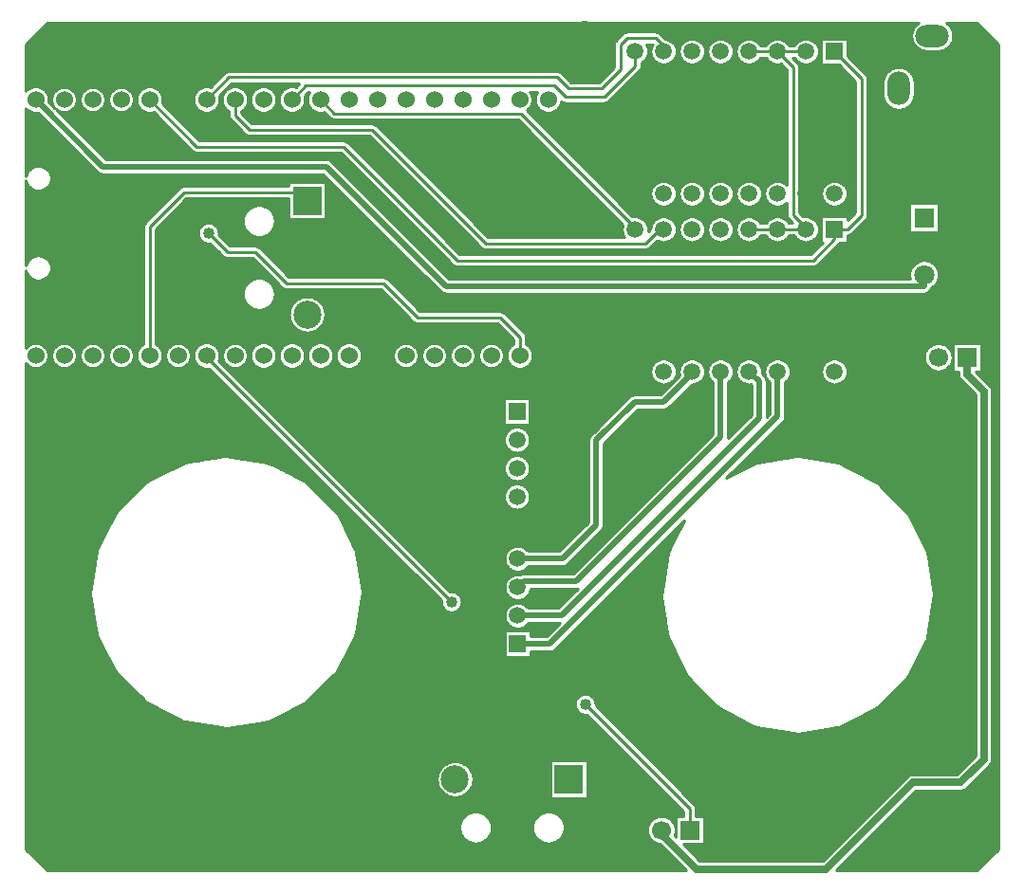
<source format=gbr>
G04 DipTrace 3.3.0.0*
G04 Bottom.gbr*
%MOIN*%
G04 #@! TF.FileFunction,Copper,L2,Bot*
G04 #@! TF.Part,Single*
G04 #@! TA.AperFunction,Conductor*
%ADD14C,0.025*%
%ADD15C,0.02*%
%ADD16C,0.011*%
G04 #@! TA.AperFunction,CopperBalancing*
%ADD19C,0.01*%
G04 #@! TA.AperFunction,ComponentPad*
%ADD25O,0.07874X0.11811*%
%ADD26O,0.11811X0.07874*%
%ADD27R,0.066929X0.066929*%
%ADD28C,0.066929*%
%ADD29R,0.059055X0.059055*%
%ADD30C,0.059055*%
%ADD31C,0.2*%
%ADD32R,0.070866X0.070866*%
%ADD33C,0.070866*%
%ADD34R,0.098425X0.098425*%
%ADD35C,0.098425*%
%ADD36R,0.059X0.059*%
%ADD37C,0.059*%
%ADD38C,0.06*%
G04 #@! TA.AperFunction,ViaPad*
%ADD43C,0.04*%
%FSLAX26Y26*%
G04*
G70*
G90*
G75*
G01*
G04 Bottom*
%LPD*%
X2670640Y581496D2*
D14*
Y566761D1*
X2793386Y444016D1*
X3249134D1*
X3553465Y748346D1*
X3720787D1*
X3803386Y830945D1*
Y2124016D1*
X3743386Y2184016D1*
Y2244016D1*
X3593386Y2534016D2*
D15*
Y2494016D1*
X1913386D1*
X1493386Y2914016D1*
X708661D1*
X472756Y3149921D1*
X2678386Y3319016D2*
D16*
Y3339016D1*
X2650945Y3366457D1*
X2549528D1*
X2526960Y3343889D1*
Y3255307D1*
X2460945Y3189291D1*
X2342835D1*
X2303465Y3228661D1*
X1151496D1*
X1072756Y3149921D1*
X3178386Y3319016D2*
X3078386D1*
X2978386D1*
X3178386Y2694016D2*
X3078386D1*
X2978386D1*
X3178386D2*
Y2699016D1*
X3133386Y2744016D1*
Y3264016D1*
X3078386Y3319016D1*
X2578386D2*
X2567441D1*
X2579055Y3307402D1*
Y3268031D1*
X2470787Y3159764D1*
X2332992D1*
X2293622Y3199134D1*
X1421969D1*
X1372756Y3149921D1*
X2770640Y581496D2*
Y656761D1*
X2403386Y1024016D1*
X1172756Y3149921D2*
Y3094646D1*
X1223386Y3044016D1*
X1653386D1*
X2053386Y2644016D1*
X2613386D1*
X2663386Y2694016D1*
X2678386D1*
X2578386D2*
Y2699016D1*
X2176693Y3100709D1*
X1521969D1*
X1472756Y3149921D1*
X872756Y2249921D2*
Y2703386D1*
X993386Y2824016D1*
X1396987D1*
X1426199Y2794803D1*
X1072756Y2249921D2*
Y2244646D1*
X1933386Y1384016D1*
X1080000Y2680630D2*
X1146614Y2614016D1*
X1243386D1*
X1353386Y2504016D1*
X1693386D1*
X1813386Y2384016D1*
X2103386D1*
X2172756Y2314646D1*
Y2249921D1*
X2165669Y1235748D2*
D15*
X2279055D1*
X3078386Y2035079D1*
Y2194016D1*
X2165669Y1335748D2*
X2320000D1*
X3013386Y2029134D1*
Y2159016D1*
X2978386Y2194016D1*
X2878386D2*
Y1963031D1*
X2372362Y1457008D1*
X2186929D1*
X2165669Y1435748D1*
X2778386Y2194016D2*
Y2187835D1*
X2677480Y2086929D1*
X2576299D1*
X2441260Y1951890D1*
Y1653858D1*
X2323150Y1535748D1*
X2165669D1*
X3278386Y2694016D2*
D16*
X3323386D1*
X3373386Y2744016D1*
Y3224016D1*
X3278386Y3319016D1*
Y2694016D2*
Y2659016D1*
X3203386Y2584016D1*
X1953386D1*
X1553386Y2984016D1*
X1038661D1*
X872756Y3149921D1*
D43*
X2403386Y1024016D3*
X1933386Y1384016D3*
X1080000Y2680630D3*
X2933386Y3144016D3*
X3003386D3*
X3063386D3*
X3003386Y2374016D3*
X2933386D3*
X3073386D3*
X563386Y2944016D3*
Y2454016D3*
X873386Y3034016D3*
X933386Y2404016D3*
X863386Y2814016D3*
X505333Y3410643D2*
D19*
X3562005D1*
X3682716D2*
X3786634D1*
X495450Y3400774D2*
X3554837D1*
X3689884D2*
X3796517D1*
X485587Y3390906D2*
X3550501D1*
X3694220D2*
X3806380D1*
X475724Y3381037D2*
X2532142D1*
X2668341D2*
X3548314D1*
X3696407D2*
X3816243D1*
X465860Y3371168D2*
X2522259D1*
X2678204D2*
X3547982D1*
X3696739D2*
X3826107D1*
X455978Y3361299D2*
X2512396D1*
X2697247D2*
X2759524D1*
X2797247D2*
X2859524D1*
X2897247D2*
X2959524D1*
X2997247D2*
X3059524D1*
X3097247D2*
X3159524D1*
X3197247D2*
X3231478D1*
X3325294D2*
X3549485D1*
X3695235D2*
X3835989D1*
X446114Y3351430D2*
X2505403D1*
X2711876D2*
X2744896D1*
X2811876D2*
X2844896D1*
X2911876D2*
X2944896D1*
X3011876D2*
X3044896D1*
X3111876D2*
X3144896D1*
X3211876D2*
X3231478D1*
X3325294D2*
X3553001D1*
X3691720D2*
X3845853D1*
X439396Y3341562D2*
X2504056D1*
X2619376D2*
X2637396D1*
X2719376D2*
X2737396D1*
X2819376D2*
X2837396D1*
X2919376D2*
X2937396D1*
X3019376D2*
X3037396D1*
X3119376D2*
X3137396D1*
X3219376D2*
X3231478D1*
X3325294D2*
X3559017D1*
X3685704D2*
X3852591D1*
X439396Y3331693D2*
X2504056D1*
X2623497D2*
X2633274D1*
X2723497D2*
X2733274D1*
X2823497D2*
X2833274D1*
X2923497D2*
X2933274D1*
X3223497D2*
X3231478D1*
X3325294D2*
X3568899D1*
X3675841D2*
X3852591D1*
X439396Y3321824D2*
X2504056D1*
X2625196D2*
X2631578D1*
X2725196D2*
X2731578D1*
X2825196D2*
X2831578D1*
X2925196D2*
X2931578D1*
X3225196D2*
X3231470D1*
X3325294D2*
X3590013D1*
X3654708D2*
X3852591D1*
X439396Y3311955D2*
X2504056D1*
X2624747D2*
X2632028D1*
X2724747D2*
X2732028D1*
X2824747D2*
X2832028D1*
X2924747D2*
X2932028D1*
X3224747D2*
X3231501D1*
X3325294D2*
X3852591D1*
X439396Y3302087D2*
X2504056D1*
X2622052D2*
X2634720D1*
X2722052D2*
X2734720D1*
X2822052D2*
X2834720D1*
X2922052D2*
X2934720D1*
X3222052D2*
X3231478D1*
X3327286D2*
X3852591D1*
X439396Y3292218D2*
X2504056D1*
X2616642D2*
X2640130D1*
X2716642D2*
X2740130D1*
X2816642D2*
X2840130D1*
X2916642D2*
X2940130D1*
X3016642D2*
X3040130D1*
X3216642D2*
X3231478D1*
X3337149D2*
X3852591D1*
X439396Y3282349D2*
X2504056D1*
X2606993D2*
X2649778D1*
X2706993D2*
X2749778D1*
X2806993D2*
X2849778D1*
X2906993D2*
X2949778D1*
X3006993D2*
X3049778D1*
X3206993D2*
X3231478D1*
X3347032D2*
X3852591D1*
X439396Y3272480D2*
X2504056D1*
X2601954D2*
X3092942D1*
X3154591D2*
X3292942D1*
X3356896D2*
X3852591D1*
X439396Y3262612D2*
X2502298D1*
X2601271D2*
X3102825D1*
X3156290D2*
X3302825D1*
X3366759D2*
X3487962D1*
X3520528D2*
X3852591D1*
X439396Y3252743D2*
X2492435D1*
X2595743D2*
X3110482D1*
X3156290D2*
X3312689D1*
X3376622D2*
X3468685D1*
X3539825D2*
X3852591D1*
X439396Y3242874D2*
X1133743D1*
X2321232D2*
X2482552D1*
X2585860D2*
X3110482D1*
X3156290D2*
X3322552D1*
X3386505D2*
X3458958D1*
X3549532D2*
X3852591D1*
X439396Y3233005D2*
X1123860D1*
X2331095D2*
X2472689D1*
X2575997D2*
X3110482D1*
X3156290D2*
X3332415D1*
X3394357D2*
X3452923D1*
X3555587D2*
X3852591D1*
X439396Y3223136D2*
X1113997D1*
X2340958D2*
X2462825D1*
X2566134D2*
X3110482D1*
X3156290D2*
X3342298D1*
X3396290D2*
X3449310D1*
X3559200D2*
X3852591D1*
X439396Y3213268D2*
X1104134D1*
X2350821D2*
X2452942D1*
X2556271D2*
X3110482D1*
X3156290D2*
X3350482D1*
X3396290D2*
X3447649D1*
X3560860D2*
X3852591D1*
X439396Y3203399D2*
X1094271D1*
X1158204D2*
X1394271D1*
X2546388D2*
X3110482D1*
X3156290D2*
X3350482D1*
X3396290D2*
X3447474D1*
X3561017D2*
X3852591D1*
X439396Y3193530D2*
X455911D1*
X489610D2*
X563333D1*
X582189D2*
X663333D1*
X682189D2*
X763333D1*
X782189D2*
X855911D1*
X889610D2*
X1055911D1*
X1148341D2*
X1155911D1*
X1189610D2*
X1255911D1*
X1289610D2*
X1355911D1*
X2536524D2*
X3110482D1*
X3156290D2*
X3350482D1*
X3396290D2*
X3447474D1*
X3561017D2*
X3852591D1*
X505607Y3183661D2*
X542864D1*
X602638D2*
X642864D1*
X702638D2*
X742864D1*
X802638D2*
X839896D1*
X905607D2*
X1039896D1*
X1205607D2*
X1239896D1*
X1305607D2*
X1339896D1*
X2526661D2*
X3110482D1*
X3156290D2*
X3350482D1*
X3396290D2*
X3447474D1*
X3561017D2*
X3852591D1*
X513536Y3173793D2*
X534310D1*
X611212D2*
X634310D1*
X711212D2*
X734310D1*
X811212D2*
X831966D1*
X913536D2*
X1031966D1*
X1213536D2*
X1231966D1*
X1313536D2*
X1331966D1*
X2211212D2*
X2231966D1*
X2516778D2*
X3110482D1*
X3156290D2*
X3350482D1*
X3396290D2*
X3447474D1*
X3561017D2*
X3852591D1*
X517989Y3163924D2*
X529603D1*
X615899D2*
X629603D1*
X715899D2*
X729603D1*
X815899D2*
X827513D1*
X917989D2*
X1027513D1*
X1118732D2*
X1127513D1*
X1217989D2*
X1227513D1*
X1317989D2*
X1327513D1*
X1418732D2*
X1427513D1*
X2215899D2*
X2227513D1*
X2506915D2*
X3110482D1*
X3156290D2*
X3350482D1*
X3396290D2*
X3447767D1*
X3560724D2*
X3852591D1*
X519962Y3154055D2*
X527532D1*
X617970D2*
X627532D1*
X717970D2*
X727532D1*
X817970D2*
X825540D1*
X919962D2*
X1025540D1*
X1119962D2*
X1125527D1*
X1219962D2*
X1225527D1*
X1319962D2*
X1325527D1*
X1419962D2*
X1425527D1*
X2217970D2*
X2225540D1*
X2497052D2*
X3110482D1*
X3156290D2*
X3350482D1*
X3396290D2*
X3449700D1*
X3558810D2*
X3852591D1*
X519806Y3144186D2*
X527708D1*
X617794D2*
X627708D1*
X717794D2*
X727708D1*
X817794D2*
X825716D1*
X919806D2*
X1025716D1*
X1119806D2*
X1125721D1*
X1219806D2*
X1225721D1*
X1319806D2*
X1325721D1*
X1419806D2*
X1425721D1*
X2217794D2*
X2225716D1*
X2487189D2*
X3110482D1*
X3156290D2*
X3350482D1*
X3396290D2*
X3453607D1*
X3554884D2*
X3852591D1*
X615333Y3134318D2*
X630169D1*
X715333D2*
X730169D1*
X815333D2*
X828060D1*
X920333D2*
X1028060D1*
X1117462D2*
X1128060D1*
X1217462D2*
X1228060D1*
X1317462D2*
X1328060D1*
X1417462D2*
X1428060D1*
X2215333D2*
X2228060D1*
X2317462D2*
X3110482D1*
X3156290D2*
X3350482D1*
X3396290D2*
X3460071D1*
X3548439D2*
X3852591D1*
X610138Y3124449D2*
X635364D1*
X710138D2*
X735364D1*
X810138D2*
X832982D1*
X930196D2*
X1032982D1*
X1112540D2*
X1132982D1*
X1212540D2*
X1232982D1*
X1312540D2*
X1332982D1*
X1412540D2*
X1432982D1*
X2210138D2*
X2232982D1*
X2312540D2*
X3110482D1*
X3156290D2*
X3350482D1*
X3396290D2*
X3470521D1*
X3537989D2*
X3852591D1*
X600665Y3114580D2*
X644857D1*
X700665D2*
X744857D1*
X800665D2*
X841692D1*
X940060D2*
X1041692D1*
X1103829D2*
X1141692D1*
X1203829D2*
X1241692D1*
X1303829D2*
X1341692D1*
X1403829D2*
X1441692D1*
X2200665D2*
X2241692D1*
X2303829D2*
X3110482D1*
X3156290D2*
X3350482D1*
X3396290D2*
X3494173D1*
X3514337D2*
X3852591D1*
X439396Y3104711D2*
X461321D1*
X556310D2*
X861321D1*
X949942D2*
X1061321D1*
X1084200D2*
X1149857D1*
X1195665D2*
X1261321D1*
X1284200D2*
X1361321D1*
X1384200D2*
X1461321D1*
X2204669D2*
X2261321D1*
X2284200D2*
X3110482D1*
X3156290D2*
X3350482D1*
X3396290D2*
X3852591D1*
X439396Y3094843D2*
X489505D1*
X566173D2*
X895872D1*
X959806D2*
X1149857D1*
X1204532D2*
X1495872D1*
X2214532D2*
X3110482D1*
X3156290D2*
X3350482D1*
X3396290D2*
X3852591D1*
X439396Y3084974D2*
X499368D1*
X576036D2*
X905735D1*
X969669D2*
X1152103D1*
X1214396D2*
X1505735D1*
X2224396D2*
X3110482D1*
X3156290D2*
X3350482D1*
X3396290D2*
X3852591D1*
X439396Y3075105D2*
X509232D1*
X585899D2*
X915599D1*
X979552D2*
X1160325D1*
X1224259D2*
X2170325D1*
X2234259D2*
X3110482D1*
X3156290D2*
X3350482D1*
X3396290D2*
X3852591D1*
X439396Y3065236D2*
X519114D1*
X595782D2*
X925462D1*
X989415D2*
X1170189D1*
X1659806D2*
X2180189D1*
X2244142D2*
X3110482D1*
X3156290D2*
X3350482D1*
X3396290D2*
X3852591D1*
X439396Y3055367D2*
X528978D1*
X605646D2*
X935345D1*
X999278D2*
X1180071D1*
X1674005D2*
X2190071D1*
X2254005D2*
X3110482D1*
X3156290D2*
X3350482D1*
X3396290D2*
X3852591D1*
X439396Y3045499D2*
X538841D1*
X615509D2*
X945208D1*
X1009142D2*
X1189935D1*
X1683868D2*
X2199935D1*
X2263868D2*
X3110482D1*
X3156290D2*
X3350482D1*
X3396290D2*
X3852591D1*
X439396Y3035630D2*
X548704D1*
X625392D2*
X955071D1*
X1019024D2*
X1199798D1*
X1693751D2*
X2209798D1*
X2273751D2*
X3110482D1*
X3156290D2*
X3350482D1*
X3396290D2*
X3852591D1*
X439396Y3025761D2*
X558587D1*
X635255D2*
X964954D1*
X1028888D2*
X1210286D1*
X1703614D2*
X2219661D1*
X2283614D2*
X3110482D1*
X3156290D2*
X3350482D1*
X3396290D2*
X3852591D1*
X439396Y3015892D2*
X568450D1*
X645118D2*
X974817D1*
X1038751D2*
X1649544D1*
X1713478D2*
X2229544D1*
X2293478D2*
X3110482D1*
X3156290D2*
X3350482D1*
X3396290D2*
X3852591D1*
X439396Y3006024D2*
X578314D1*
X654982D2*
X984681D1*
X1048634D2*
X1659407D1*
X1723341D2*
X2239407D1*
X2303341D2*
X3110482D1*
X3156290D2*
X3350482D1*
X3396290D2*
X3852591D1*
X439396Y2996155D2*
X588196D1*
X664864D2*
X994544D1*
X1573224D2*
X1669271D1*
X1733224D2*
X2249271D1*
X2313224D2*
X3110482D1*
X3156290D2*
X3350482D1*
X3396290D2*
X3852591D1*
X439396Y2986286D2*
X598060D1*
X674728D2*
X1004427D1*
X1583087D2*
X1679153D1*
X1743087D2*
X2259153D1*
X2323087D2*
X3110482D1*
X3156290D2*
X3350482D1*
X3396290D2*
X3852591D1*
X439396Y2976417D2*
X607923D1*
X684591D2*
X1014290D1*
X1592950D2*
X1689017D1*
X1752950D2*
X2269017D1*
X2332950D2*
X3110482D1*
X3156290D2*
X3350482D1*
X3396290D2*
X3852591D1*
X439396Y2966549D2*
X617786D1*
X694454D2*
X1024446D1*
X1602833D2*
X1698880D1*
X1762833D2*
X2278880D1*
X2342833D2*
X3110482D1*
X3156290D2*
X3350482D1*
X3396290D2*
X3852591D1*
X439396Y2956680D2*
X627669D1*
X704337D2*
X1548743D1*
X1612696D2*
X1708743D1*
X1772696D2*
X2288743D1*
X2352696D2*
X3110482D1*
X3156290D2*
X3350482D1*
X3396290D2*
X3852591D1*
X439396Y2946811D2*
X637532D1*
X714200D2*
X1558626D1*
X1622560D2*
X1718626D1*
X1782560D2*
X2298626D1*
X2362560D2*
X3110482D1*
X3156290D2*
X3350482D1*
X3396290D2*
X3852591D1*
X439396Y2936942D2*
X647396D1*
X1507482D2*
X1568489D1*
X1632423D2*
X1728489D1*
X1792423D2*
X2308489D1*
X2372423D2*
X3110482D1*
X3156290D2*
X3350482D1*
X3396290D2*
X3852591D1*
X439396Y2927073D2*
X657259D1*
X1518673D2*
X1578353D1*
X1642306D2*
X1738353D1*
X1802306D2*
X2318353D1*
X2382306D2*
X3110482D1*
X3156290D2*
X3350482D1*
X3396290D2*
X3852591D1*
X439396Y2917205D2*
X474993D1*
X489571D2*
X667142D1*
X1528536D2*
X1588216D1*
X1652169D2*
X1748216D1*
X1812169D2*
X2328216D1*
X2392169D2*
X3110482D1*
X3156290D2*
X3350482D1*
X3396290D2*
X3852591D1*
X439396Y2907336D2*
X452786D1*
X511778D2*
X677005D1*
X1538399D2*
X1598099D1*
X1662032D2*
X1758099D1*
X1822032D2*
X2338099D1*
X2402032D2*
X3110482D1*
X3156290D2*
X3350482D1*
X3396290D2*
X3852591D1*
X520548Y2897467D2*
X686868D1*
X1548263D2*
X1607962D1*
X1671915D2*
X1767962D1*
X1831915D2*
X2347962D1*
X2411915D2*
X3110482D1*
X3156290D2*
X3350482D1*
X3396290D2*
X3852591D1*
X525372Y2887598D2*
X1481458D1*
X1558146D2*
X1617825D1*
X1681778D2*
X1777825D1*
X1841778D2*
X2357825D1*
X2421778D2*
X3110482D1*
X3156290D2*
X3350482D1*
X3396290D2*
X3852591D1*
X527540Y2877730D2*
X1491341D1*
X1568009D2*
X1627708D1*
X1691642D2*
X1787708D1*
X1851642D2*
X2367708D1*
X2431642D2*
X3110482D1*
X3156290D2*
X3350482D1*
X3396290D2*
X3852591D1*
X527462Y2867861D2*
X1501204D1*
X1577872D2*
X1637571D1*
X1701505D2*
X1797571D1*
X1861505D2*
X2377571D1*
X2441505D2*
X3110482D1*
X3156290D2*
X3350482D1*
X3396290D2*
X3852591D1*
X525118Y2857992D2*
X1359583D1*
X1492814D2*
X1511067D1*
X1587735D2*
X1647435D1*
X1711388D2*
X1807435D1*
X1871388D2*
X2387435D1*
X2451388D2*
X2653138D1*
X2703634D2*
X2753138D1*
X2803634D2*
X2853138D1*
X2903634D2*
X2953138D1*
X3003634D2*
X3053138D1*
X3103634D2*
X3110482D1*
X3156290D2*
X3253138D1*
X3303634D2*
X3350482D1*
X3396290D2*
X3852591D1*
X439396Y2848123D2*
X444479D1*
X520079D2*
X1359583D1*
X1492814D2*
X1520950D1*
X1597618D2*
X1657298D1*
X1721251D2*
X1817298D1*
X1881251D2*
X2397298D1*
X2461251D2*
X2641888D1*
X2714884D2*
X2741888D1*
X2814884D2*
X2841888D1*
X2914884D2*
X2941888D1*
X3014884D2*
X3041888D1*
X3156290D2*
X3241888D1*
X3314884D2*
X3350482D1*
X3396290D2*
X3852591D1*
X439396Y2838255D2*
X453665D1*
X510899D2*
X975657D1*
X1492814D2*
X1530814D1*
X1607482D2*
X1667181D1*
X1731114D2*
X1827181D1*
X1891114D2*
X2407181D1*
X2471114D2*
X2635716D1*
X2721056D2*
X2735716D1*
X2821056D2*
X2835716D1*
X2921056D2*
X2935716D1*
X3021056D2*
X3035716D1*
X3156290D2*
X3235716D1*
X3321056D2*
X3350482D1*
X3396290D2*
X3852591D1*
X439396Y2828386D2*
X965794D1*
X1492814D2*
X1540677D1*
X1617345D2*
X1677044D1*
X1740978D2*
X1837044D1*
X1900978D2*
X2417044D1*
X2480978D2*
X2632454D1*
X2724317D2*
X2732454D1*
X2824317D2*
X2832454D1*
X2924317D2*
X2932454D1*
X3024317D2*
X3032454D1*
X3156290D2*
X3232454D1*
X3324317D2*
X3350482D1*
X3396290D2*
X3852591D1*
X439396Y2818517D2*
X955911D1*
X1492814D2*
X1550540D1*
X1627228D2*
X1686907D1*
X1750860D2*
X1846907D1*
X1910860D2*
X2426907D1*
X2490860D2*
X2631497D1*
X2725274D2*
X2731478D1*
X2825274D2*
X2831478D1*
X2925274D2*
X2931478D1*
X3025274D2*
X3031478D1*
X3156290D2*
X3231497D1*
X3325274D2*
X3350482D1*
X3396290D2*
X3852591D1*
X439396Y2808648D2*
X946048D1*
X1492814D2*
X1560423D1*
X1637091D2*
X1696790D1*
X1760724D2*
X1856790D1*
X1920724D2*
X2436790D1*
X2500724D2*
X2632669D1*
X2724103D2*
X2732669D1*
X2824103D2*
X2832669D1*
X2924103D2*
X2932669D1*
X3024103D2*
X3032669D1*
X3156290D2*
X3232669D1*
X3324103D2*
X3350482D1*
X3396290D2*
X3852591D1*
X439396Y2798780D2*
X936185D1*
X1000118D2*
X1359583D1*
X1492814D2*
X1570286D1*
X1646954D2*
X1706653D1*
X1770587D2*
X1866653D1*
X1930587D2*
X2446653D1*
X2510587D2*
X2636185D1*
X2720587D2*
X2736185D1*
X2820587D2*
X2836185D1*
X2920587D2*
X2936185D1*
X3020587D2*
X3036185D1*
X3156290D2*
X3236185D1*
X3320587D2*
X3350482D1*
X3396290D2*
X3852591D1*
X439396Y2788911D2*
X926302D1*
X990255D2*
X1359583D1*
X1492814D2*
X1580149D1*
X1656817D2*
X1716517D1*
X1780470D2*
X1876517D1*
X1940470D2*
X2456517D1*
X2520470D2*
X2642747D1*
X2714024D2*
X2742747D1*
X2814024D2*
X2842747D1*
X2914024D2*
X2942747D1*
X3014024D2*
X3042747D1*
X3156290D2*
X3242747D1*
X3314024D2*
X3350482D1*
X3396290D2*
X3852591D1*
X439396Y2779042D2*
X916439D1*
X980392D2*
X1254192D1*
X1259633D2*
X1359583D1*
X1492814D2*
X1590032D1*
X1666700D2*
X1726380D1*
X1790333D2*
X1886380D1*
X1950333D2*
X2466380D1*
X2530333D2*
X2654817D1*
X2701954D2*
X2754817D1*
X2801954D2*
X2854817D1*
X2901954D2*
X2954817D1*
X3001954D2*
X3054817D1*
X3101954D2*
X3110482D1*
X3156290D2*
X3254817D1*
X3301954D2*
X3350482D1*
X3396290D2*
X3540560D1*
X3646212D2*
X3852591D1*
X439396Y2769173D2*
X906575D1*
X970509D2*
X1224036D1*
X1289786D2*
X1359583D1*
X1492814D2*
X1599896D1*
X1676564D2*
X1736263D1*
X1800196D2*
X1896263D1*
X1960196D2*
X2476263D1*
X2540196D2*
X3110482D1*
X3156290D2*
X3350482D1*
X3396290D2*
X3540560D1*
X3646212D2*
X3852591D1*
X439396Y2759304D2*
X896712D1*
X960646D2*
X1213060D1*
X1300743D2*
X1359583D1*
X1492814D2*
X1609759D1*
X1686427D2*
X1746126D1*
X1810060D2*
X1906126D1*
X1970060D2*
X2486126D1*
X2550060D2*
X3110482D1*
X3156290D2*
X3350482D1*
X3396290D2*
X3540560D1*
X3646212D2*
X3852591D1*
X439396Y2749436D2*
X886829D1*
X950782D2*
X1206321D1*
X1307501D2*
X1359583D1*
X1492814D2*
X1619622D1*
X1696310D2*
X1755989D1*
X1819942D2*
X1915989D1*
X1979942D2*
X2495989D1*
X2559942D2*
X3110482D1*
X3159942D2*
X3346829D1*
X3396290D2*
X3540560D1*
X3646212D2*
X3852591D1*
X439396Y2739567D2*
X876966D1*
X940899D2*
X1202161D1*
X1311661D2*
X1359583D1*
X1492814D2*
X1629505D1*
X1706173D2*
X1765872D1*
X1829806D2*
X1925872D1*
X1989806D2*
X2505872D1*
X2585040D2*
X2671732D1*
X2685040D2*
X2771732D1*
X2785040D2*
X2871732D1*
X2885040D2*
X2971732D1*
X2985040D2*
X3071732D1*
X3085040D2*
X3110950D1*
X3185040D2*
X3231478D1*
X3325294D2*
X3336966D1*
X3395821D2*
X3540560D1*
X3646212D2*
X3852591D1*
X439396Y2729698D2*
X867103D1*
X931036D2*
X1200032D1*
X1313790D2*
X1359583D1*
X1492814D2*
X1639368D1*
X1716036D2*
X1775735D1*
X1839669D2*
X1935735D1*
X1999669D2*
X2515735D1*
X2608263D2*
X2648509D1*
X2708263D2*
X2748509D1*
X2808263D2*
X2848509D1*
X2908263D2*
X2948509D1*
X3008263D2*
X3048509D1*
X3108263D2*
X3115814D1*
X3208263D2*
X3231478D1*
X3390958D2*
X3540560D1*
X3646212D2*
X3852591D1*
X439396Y2719829D2*
X857220D1*
X921173D2*
X1199681D1*
X1314142D2*
X1649232D1*
X1725899D2*
X1785599D1*
X1849552D2*
X1945599D1*
X2009552D2*
X2525599D1*
X2617345D2*
X2639427D1*
X2717345D2*
X2739427D1*
X2817345D2*
X2839427D1*
X2917345D2*
X2939427D1*
X3017345D2*
X3039427D1*
X3117345D2*
X3125599D1*
X3217345D2*
X3231478D1*
X3381173D2*
X3540560D1*
X3646212D2*
X3852591D1*
X439396Y2709961D2*
X850872D1*
X911310D2*
X1057435D1*
X1102560D2*
X1201067D1*
X1312755D2*
X1659114D1*
X1735782D2*
X1795462D1*
X1859415D2*
X1955462D1*
X2019415D2*
X2534349D1*
X2622423D2*
X2634349D1*
X2722423D2*
X2734349D1*
X2822423D2*
X2834349D1*
X2922423D2*
X2934349D1*
X3222423D2*
X3231478D1*
X3371310D2*
X3540560D1*
X3646212D2*
X3852591D1*
X439396Y2700092D2*
X849857D1*
X901427D2*
X1048235D1*
X1111759D2*
X1204368D1*
X1309454D2*
X1668978D1*
X1745646D2*
X1805345D1*
X1869278D2*
X1965345D1*
X2029278D2*
X2531888D1*
X2624884D2*
X2631885D1*
X2724884D2*
X2731885D1*
X2824884D2*
X2831885D1*
X2924884D2*
X2931885D1*
X3224884D2*
X3231476D1*
X3361427D2*
X3540560D1*
X3646212D2*
X3852591D1*
X439396Y2690223D2*
X849857D1*
X895665D2*
X1043880D1*
X1116114D2*
X1209954D1*
X1303868D2*
X1678841D1*
X1755509D2*
X1815208D1*
X1879142D2*
X1975208D1*
X2039142D2*
X2531634D1*
X2725138D2*
X2731645D1*
X2825138D2*
X2831645D1*
X2925138D2*
X2931645D1*
X3225138D2*
X3231501D1*
X3351564D2*
X3540560D1*
X3646212D2*
X3852591D1*
X439396Y2680354D2*
X849857D1*
X895665D2*
X1042610D1*
X1117403D2*
X1218860D1*
X1294962D2*
X1688704D1*
X1765392D2*
X1825071D1*
X1889024D2*
X1985071D1*
X2049024D2*
X2533567D1*
X2723204D2*
X2733567D1*
X2823204D2*
X2833567D1*
X2923204D2*
X2933567D1*
X3223204D2*
X3231478D1*
X3341700D2*
X3852591D1*
X439396Y2670486D2*
X849857D1*
X895665D2*
X1044036D1*
X1122110D2*
X1234954D1*
X1278868D2*
X1698587D1*
X1775255D2*
X1834954D1*
X1898888D2*
X1994954D1*
X2058888D2*
X2537982D1*
X2718790D2*
X2737982D1*
X2818790D2*
X2837982D1*
X2918790D2*
X2937982D1*
X3018790D2*
X3037982D1*
X3118790D2*
X3137982D1*
X3218790D2*
X3231478D1*
X3325294D2*
X3852591D1*
X439396Y2660617D2*
X849857D1*
X895665D2*
X1048587D1*
X1131993D2*
X1708450D1*
X1785118D2*
X1844817D1*
X1908751D2*
X2004817D1*
X2710880D2*
X2745892D1*
X2810880D2*
X2845892D1*
X2910880D2*
X2945892D1*
X3010880D2*
X3045892D1*
X3110880D2*
X3145892D1*
X3210880D2*
X3231478D1*
X3325294D2*
X3852591D1*
X439396Y2650748D2*
X849857D1*
X895665D2*
X1058216D1*
X1141857D2*
X1718314D1*
X1794982D2*
X1854681D1*
X1918634D2*
X2014681D1*
X2652091D2*
X2662064D1*
X2694708D2*
X2762064D1*
X2794708D2*
X2862064D1*
X2894708D2*
X2962064D1*
X2994708D2*
X3062064D1*
X3094708D2*
X3162064D1*
X3194708D2*
X3231478D1*
X3325294D2*
X3852591D1*
X439396Y2640879D2*
X849857D1*
X895665D2*
X1087786D1*
X1151720D2*
X1728196D1*
X1804864D2*
X1864544D1*
X1928497D2*
X2024544D1*
X2642228D2*
X3228274D1*
X3292228D2*
X3852591D1*
X439396Y2631010D2*
X849857D1*
X895665D2*
X1097649D1*
X1258204D2*
X1738060D1*
X1814728D2*
X1874427D1*
X1938360D2*
X2034427D1*
X2632345D2*
X3218411D1*
X3282345D2*
X3852591D1*
X439396Y2621142D2*
X849857D1*
X895665D2*
X1107513D1*
X1268224D2*
X1747923D1*
X1824591D2*
X1884290D1*
X1948224D2*
X3208548D1*
X3272482D2*
X3852591D1*
X439396Y2611273D2*
X849857D1*
X895665D2*
X1117376D1*
X1278107D2*
X1757786D1*
X1834454D2*
X1894153D1*
X1958107D2*
X3198665D1*
X3262618D2*
X3852591D1*
X439396Y2601404D2*
X470657D1*
X493907D2*
X849857D1*
X895665D2*
X1127259D1*
X1287970D2*
X1767669D1*
X1844337D2*
X1904017D1*
X3252755D2*
X3852591D1*
X439396Y2591535D2*
X451810D1*
X512755D2*
X849857D1*
X895665D2*
X1233899D1*
X1297833D2*
X1777532D1*
X1854200D2*
X1913899D1*
X3242872D2*
X3852591D1*
X521095Y2581667D2*
X849857D1*
X895665D2*
X1243763D1*
X1307716D2*
X1787396D1*
X1864064D2*
X1923763D1*
X3233009D2*
X3571985D1*
X3614786D2*
X3852591D1*
X525646Y2571798D2*
X849857D1*
X895665D2*
X1253626D1*
X1317579D2*
X1797259D1*
X1873946D2*
X1933626D1*
X3223146D2*
X3556907D1*
X3629864D2*
X3852591D1*
X527618Y2561929D2*
X849857D1*
X895665D2*
X1263509D1*
X1327442D2*
X1807142D1*
X1883810D2*
X3548704D1*
X3638067D2*
X3852591D1*
X527364Y2552060D2*
X849857D1*
X895665D2*
X1273372D1*
X1337306D2*
X1817005D1*
X1893673D2*
X3543802D1*
X3642970D2*
X3852591D1*
X524806Y2542192D2*
X849857D1*
X895665D2*
X1283235D1*
X1347189D2*
X1826868D1*
X1903536D2*
X3541204D1*
X3645567D2*
X3852591D1*
X439396Y2532323D2*
X445064D1*
X519493D2*
X849857D1*
X895665D2*
X1293099D1*
X1357052D2*
X1836751D1*
X1913419D2*
X3540579D1*
X3646192D2*
X3852591D1*
X439396Y2522454D2*
X454759D1*
X509806D2*
X849857D1*
X895665D2*
X1247005D1*
X1266817D2*
X1302982D1*
X1706212D2*
X1846614D1*
X1923282D2*
X3541868D1*
X3644903D2*
X3852591D1*
X439396Y2512585D2*
X849857D1*
X895665D2*
X1223060D1*
X1290763D2*
X1312845D1*
X1716778D2*
X1856478D1*
X3641583D2*
X3852591D1*
X439396Y2502717D2*
X849857D1*
X895665D2*
X1212493D1*
X1301329D2*
X1322708D1*
X1726661D2*
X1866341D1*
X3635704D2*
X3852591D1*
X439396Y2492848D2*
X849857D1*
X895665D2*
X1205950D1*
X1307853D2*
X1332591D1*
X1736524D2*
X1876224D1*
X3625880D2*
X3852591D1*
X439396Y2482979D2*
X849857D1*
X895665D2*
X1201966D1*
X1311857D2*
X1346302D1*
X1746388D2*
X1886087D1*
X3618360D2*
X3852591D1*
X439396Y2473110D2*
X849857D1*
X895665D2*
X1199954D1*
X1313868D2*
X1692317D1*
X1756271D2*
X1896263D1*
X3610509D2*
X3852591D1*
X439396Y2463241D2*
X849857D1*
X895665D2*
X1199720D1*
X1314103D2*
X1702181D1*
X1766134D2*
X3852591D1*
X439396Y2453373D2*
X849857D1*
X895665D2*
X1201243D1*
X1312579D2*
X1400345D1*
X1452071D2*
X1712064D1*
X1775997D2*
X3852591D1*
X439396Y2443504D2*
X849857D1*
X895665D2*
X1204661D1*
X1309161D2*
X1384251D1*
X1468146D2*
X1721927D1*
X1785860D2*
X3852591D1*
X439396Y2433635D2*
X849857D1*
X895665D2*
X1210442D1*
X1303380D2*
X1374798D1*
X1477599D2*
X1731790D1*
X1795743D2*
X3852591D1*
X439396Y2423766D2*
X849857D1*
X895665D2*
X1219642D1*
X1294161D2*
X1368548D1*
X1483849D2*
X1741673D1*
X1805607D2*
X3852591D1*
X439396Y2413898D2*
X849857D1*
X895665D2*
X1236751D1*
X1277071D2*
X1364505D1*
X1487892D2*
X1751536D1*
X1815470D2*
X3852591D1*
X439396Y2404029D2*
X849857D1*
X895665D2*
X1362239D1*
X1490157D2*
X1761399D1*
X2113282D2*
X3852591D1*
X439396Y2394160D2*
X849857D1*
X895665D2*
X1361575D1*
X1490821D2*
X1771263D1*
X2125216D2*
X3852591D1*
X439396Y2384291D2*
X849857D1*
X895665D2*
X1362454D1*
X1489962D2*
X1781146D1*
X2135079D2*
X3852591D1*
X439396Y2374423D2*
X849857D1*
X895665D2*
X1364915D1*
X1487482D2*
X1791009D1*
X2144942D2*
X3852591D1*
X439396Y2364554D2*
X849857D1*
X895665D2*
X1369212D1*
X1483185D2*
X1802337D1*
X2154825D2*
X3852591D1*
X439396Y2354685D2*
X849857D1*
X895665D2*
X1375814D1*
X1476583D2*
X2100735D1*
X2164689D2*
X3852591D1*
X439396Y2344816D2*
X849857D1*
X895665D2*
X1385833D1*
X1466564D2*
X2110618D1*
X2174552D2*
X3852591D1*
X439396Y2334948D2*
X849857D1*
X895665D2*
X1403607D1*
X1448790D2*
X2120482D1*
X2184435D2*
X3852591D1*
X439396Y2325079D2*
X849857D1*
X895665D2*
X2130345D1*
X2193009D2*
X3852591D1*
X439396Y2315210D2*
X849857D1*
X895665D2*
X2140228D1*
X2195646D2*
X3852591D1*
X439396Y2305341D2*
X849857D1*
X895665D2*
X2149857D1*
X2195665D2*
X3852591D1*
X439396Y2295472D2*
X849857D1*
X895665D2*
X1062923D1*
X1082599D2*
X1262923D1*
X1282599D2*
X1362923D1*
X1382599D2*
X1462923D1*
X1482599D2*
X1562923D1*
X1582599D2*
X2149857D1*
X2195665D2*
X3852591D1*
X439396Y2285604D2*
X445298D1*
X500196D2*
X545306D1*
X600196D2*
X645306D1*
X700196D2*
X745306D1*
X800196D2*
X842103D1*
X903419D2*
X945306D1*
X1000196D2*
X1042103D1*
X1103419D2*
X1145306D1*
X1200196D2*
X1242103D1*
X1303419D2*
X1342103D1*
X1403419D2*
X1442103D1*
X1503419D2*
X1542103D1*
X1603419D2*
X1745306D1*
X1800196D2*
X1845306D1*
X1900196D2*
X1945306D1*
X2000196D2*
X2045306D1*
X2100196D2*
X2142103D1*
X2203419D2*
X3614876D1*
X3671896D2*
X3692513D1*
X3794259D2*
X3852591D1*
X509903Y2275735D2*
X535618D1*
X609903D2*
X635618D1*
X709903D2*
X735618D1*
X809903D2*
X833196D1*
X912306D2*
X935618D1*
X1009903D2*
X1033196D1*
X1112306D2*
X1135618D1*
X1209903D2*
X1233196D1*
X1312306D2*
X1333196D1*
X1412306D2*
X1433196D1*
X1512306D2*
X1533196D1*
X1612306D2*
X1735618D1*
X1809903D2*
X1835618D1*
X1909903D2*
X1935618D1*
X2009903D2*
X2035618D1*
X2109903D2*
X2133196D1*
X2212306D2*
X3603919D1*
X3682853D2*
X3692513D1*
X3794259D2*
X3852591D1*
X515216Y2265866D2*
X530306D1*
X615216D2*
X630306D1*
X715216D2*
X730306D1*
X815216D2*
X828177D1*
X917325D2*
X930306D1*
X1015216D2*
X1028177D1*
X1117325D2*
X1130306D1*
X1215216D2*
X1228177D1*
X1317325D2*
X1328177D1*
X1417325D2*
X1428177D1*
X1517325D2*
X1528177D1*
X1617325D2*
X1730306D1*
X1815216D2*
X1830306D1*
X1915216D2*
X1930306D1*
X2015216D2*
X2030306D1*
X2115216D2*
X2128177D1*
X2217325D2*
X3597571D1*
X3794259D2*
X3852591D1*
X517755Y2255997D2*
X527767D1*
X617755D2*
X627767D1*
X717755D2*
X727767D1*
X817755D2*
X825755D1*
X919747D2*
X927767D1*
X1017755D2*
X1025755D1*
X1119747D2*
X1127767D1*
X1217755D2*
X1225755D1*
X1319747D2*
X1325748D1*
X1419747D2*
X1425748D1*
X1519747D2*
X1525748D1*
X1619747D2*
X1727767D1*
X1817755D2*
X1827767D1*
X1917755D2*
X1927767D1*
X2017755D2*
X2027767D1*
X2117755D2*
X2125755D1*
X2219747D2*
X3593978D1*
X3794259D2*
X3852591D1*
X518009Y2246129D2*
X527493D1*
X618009D2*
X627493D1*
X718009D2*
X727493D1*
X818009D2*
X825521D1*
X920001D2*
X927493D1*
X1018009D2*
X1025521D1*
X1120001D2*
X1127493D1*
X1218009D2*
X1225521D1*
X1320001D2*
X1325498D1*
X1420001D2*
X1425498D1*
X1520001D2*
X1525498D1*
X1620001D2*
X1727493D1*
X1818009D2*
X1827493D1*
X1918009D2*
X1927493D1*
X2018009D2*
X2027493D1*
X2118009D2*
X2125521D1*
X2220001D2*
X3592571D1*
X3794259D2*
X3852591D1*
X516017Y2236260D2*
X529485D1*
X616017D2*
X629485D1*
X716017D2*
X729485D1*
X816017D2*
X827415D1*
X918107D2*
X929485D1*
X1016017D2*
X1027415D1*
X1118107D2*
X1129485D1*
X1216017D2*
X1227415D1*
X1318107D2*
X1327415D1*
X1418107D2*
X1427415D1*
X1518107D2*
X1527415D1*
X1618107D2*
X1729485D1*
X1816017D2*
X1829485D1*
X1916017D2*
X1929485D1*
X2016017D2*
X2029485D1*
X2116017D2*
X2127415D1*
X2218107D2*
X2659427D1*
X2697345D2*
X2759427D1*
X2797345D2*
X2859427D1*
X2897345D2*
X2959427D1*
X2997345D2*
X3059427D1*
X3097345D2*
X3259427D1*
X3297345D2*
X3593138D1*
X3794259D2*
X3852591D1*
X511427Y2226391D2*
X534095D1*
X611427D2*
X634095D1*
X711427D2*
X734095D1*
X811427D2*
X831771D1*
X913751D2*
X934095D1*
X1011427D2*
X1031771D1*
X1122989D2*
X1134095D1*
X1211427D2*
X1231771D1*
X1313751D2*
X1331771D1*
X1413751D2*
X1431771D1*
X1513751D2*
X1531771D1*
X1613751D2*
X1734095D1*
X1811427D2*
X1834095D1*
X1911427D2*
X1934095D1*
X2011427D2*
X2034095D1*
X2111427D2*
X2131771D1*
X2213751D2*
X2644857D1*
X2711915D2*
X2744857D1*
X2811915D2*
X2844857D1*
X2911915D2*
X2944857D1*
X3011915D2*
X3044857D1*
X3111915D2*
X3244857D1*
X3311915D2*
X3595735D1*
X3794259D2*
X3852591D1*
X503028Y2216522D2*
X542474D1*
X603028D2*
X642474D1*
X703028D2*
X742474D1*
X803028D2*
X839544D1*
X905958D2*
X942474D1*
X1003028D2*
X1039544D1*
X1132853D2*
X1142474D1*
X1203028D2*
X1239544D1*
X1305958D2*
X1339544D1*
X1405958D2*
X1439544D1*
X1505958D2*
X1539544D1*
X1605958D2*
X1742474D1*
X1803028D2*
X1842474D1*
X1903028D2*
X1942474D1*
X2003028D2*
X2042474D1*
X2103028D2*
X2139544D1*
X2205958D2*
X2637376D1*
X2719396D2*
X2737376D1*
X2819396D2*
X2837376D1*
X2919396D2*
X2937376D1*
X3019396D2*
X3037376D1*
X3119396D2*
X3237376D1*
X3319396D2*
X3600794D1*
X3685978D2*
X3692513D1*
X3794259D2*
X3852591D1*
X439396Y2206654D2*
X461732D1*
X483790D2*
X561732D1*
X583790D2*
X661732D1*
X683790D2*
X761732D1*
X783790D2*
X854993D1*
X890509D2*
X961732D1*
X983790D2*
X1054993D1*
X1142716D2*
X1161732D1*
X1183790D2*
X1254993D1*
X1290509D2*
X1354993D1*
X1390509D2*
X1454993D1*
X1490509D2*
X1554993D1*
X1590509D2*
X1761732D1*
X1783790D2*
X1861732D1*
X1883790D2*
X1961732D1*
X1983790D2*
X2061732D1*
X2083790D2*
X2154993D1*
X2190509D2*
X2633255D1*
X2723517D2*
X2733255D1*
X2823517D2*
X2833255D1*
X2923517D2*
X2933255D1*
X3023517D2*
X3033255D1*
X3123517D2*
X3233255D1*
X3323517D2*
X3609368D1*
X3677403D2*
X3692513D1*
X3794259D2*
X3852591D1*
X439396Y2196785D2*
X1088646D1*
X1152579D2*
X2631575D1*
X2725196D2*
X2731578D1*
X2825196D2*
X2831578D1*
X2925196D2*
X2931578D1*
X3025196D2*
X3031578D1*
X3125196D2*
X3231575D1*
X3325196D2*
X3626399D1*
X3660372D2*
X3692513D1*
X3794259D2*
X3852591D1*
X439396Y2186916D2*
X1098509D1*
X1162462D2*
X2632044D1*
X2724728D2*
X2732027D1*
X2824728D2*
X2832027D1*
X2924728D2*
X2932027D1*
X3024728D2*
X3032027D1*
X3124728D2*
X3232044D1*
X3324728D2*
X3713489D1*
X3782364D2*
X3852591D1*
X439396Y2177047D2*
X1108392D1*
X1172325D2*
X2634739D1*
X2722032D2*
X2729271D1*
X2822032D2*
X2834739D1*
X2922032D2*
X2934739D1*
X3122032D2*
X3234739D1*
X3322032D2*
X3714329D1*
X3792228D2*
X3852591D1*
X439396Y2167178D2*
X1118255D1*
X1182189D2*
X2640149D1*
X2816622D2*
X2840149D1*
X2916622D2*
X2940149D1*
X3116622D2*
X3240149D1*
X3316622D2*
X3718899D1*
X3802091D2*
X3852591D1*
X439396Y2157310D2*
X1128118D1*
X1192071D2*
X2649817D1*
X2806954D2*
X2849817D1*
X2906954D2*
X2949817D1*
X3040782D2*
X3049817D1*
X3106954D2*
X3249817D1*
X3306954D2*
X3728216D1*
X3811954D2*
X3852591D1*
X439396Y2147441D2*
X1137982D1*
X1201935D2*
X2699661D1*
X2776329D2*
X2850989D1*
X2905782D2*
X2985989D1*
X3040782D2*
X3050989D1*
X3105782D2*
X3738099D1*
X3821837D2*
X3852591D1*
X439396Y2137572D2*
X1147864D1*
X1211798D2*
X2689778D1*
X2766466D2*
X2850989D1*
X2905782D2*
X2985989D1*
X3040782D2*
X3050989D1*
X3105782D2*
X3747962D1*
X3829903D2*
X3852591D1*
X439396Y2127703D2*
X1157728D1*
X1221661D2*
X2679915D1*
X2756583D2*
X2850989D1*
X2905782D2*
X2985989D1*
X3040782D2*
X3050989D1*
X3105782D2*
X3757825D1*
X3833048D2*
X3852591D1*
X439396Y2117835D2*
X1167591D1*
X1231544D2*
X2670052D1*
X2746720D2*
X2850989D1*
X2905782D2*
X2985989D1*
X3040782D2*
X3050989D1*
X3105782D2*
X3767689D1*
X3833282D2*
X3852591D1*
X439396Y2107966D2*
X1177474D1*
X1241407D2*
X2559349D1*
X2736857D2*
X2850989D1*
X2905782D2*
X2985989D1*
X3040782D2*
X3050989D1*
X3105782D2*
X3773489D1*
X3833282D2*
X3852591D1*
X439396Y2098097D2*
X1187337D1*
X1251271D2*
X2116458D1*
X2210314D2*
X2549134D1*
X2726993D2*
X2850989D1*
X2905782D2*
X2985989D1*
X3040782D2*
X3050989D1*
X3105782D2*
X3773489D1*
X3833282D2*
X3852591D1*
X439396Y2088228D2*
X1197200D1*
X1261153D2*
X2116458D1*
X2210314D2*
X2539271D1*
X2717110D2*
X2850989D1*
X2905782D2*
X2985989D1*
X3040782D2*
X3050989D1*
X3105782D2*
X3773489D1*
X3833282D2*
X3852591D1*
X439396Y2078360D2*
X1207064D1*
X1271017D2*
X2116458D1*
X2210314D2*
X2529388D1*
X2707247D2*
X2850989D1*
X2905782D2*
X2985989D1*
X3040782D2*
X3050989D1*
X3105782D2*
X3773489D1*
X3833282D2*
X3852591D1*
X439396Y2068491D2*
X1216946D1*
X1280880D2*
X2116458D1*
X2210314D2*
X2519524D1*
X2697384D2*
X2850989D1*
X2905782D2*
X2985989D1*
X3040782D2*
X3050989D1*
X3105782D2*
X3773489D1*
X3833282D2*
X3852591D1*
X439396Y2058622D2*
X1226810D1*
X1290743D2*
X2116458D1*
X2210314D2*
X2509661D1*
X2586329D2*
X2850989D1*
X2905782D2*
X2985989D1*
X3040782D2*
X3050989D1*
X3105782D2*
X3773489D1*
X3833282D2*
X3852591D1*
X439396Y2048753D2*
X1236673D1*
X1300626D2*
X2116458D1*
X2210314D2*
X2499778D1*
X2576466D2*
X2850989D1*
X2905782D2*
X2985989D1*
X3040782D2*
X3050989D1*
X3105782D2*
X3773489D1*
X3833282D2*
X3852591D1*
X439396Y2038885D2*
X1246536D1*
X1310489D2*
X2116458D1*
X2210314D2*
X2489915D1*
X2566583D2*
X2850989D1*
X2905782D2*
X2984798D1*
X3105782D2*
X3773489D1*
X3833282D2*
X3852591D1*
X439396Y2029016D2*
X1256419D1*
X1320353D2*
X2116458D1*
X2210314D2*
X2480052D1*
X2556720D2*
X2850989D1*
X2905782D2*
X2974935D1*
X3105079D2*
X3773489D1*
X3833282D2*
X3852591D1*
X439396Y2019147D2*
X1266282D1*
X1330235D2*
X2116458D1*
X2210314D2*
X2470189D1*
X2546857D2*
X2850989D1*
X2905782D2*
X2965071D1*
X3100431D2*
X3773489D1*
X3833282D2*
X3852591D1*
X439396Y2009278D2*
X1276146D1*
X1340099D2*
X2116458D1*
X2210314D2*
X2460306D1*
X2536993D2*
X2850989D1*
X2905782D2*
X2955189D1*
X3090919D2*
X3773489D1*
X3833282D2*
X3852591D1*
X439396Y1999409D2*
X1286028D1*
X1349962D2*
X2155403D1*
X2171368D2*
X2450442D1*
X2527110D2*
X2850989D1*
X2905782D2*
X2945325D1*
X3081056D2*
X3773489D1*
X3833282D2*
X3852591D1*
X439396Y1989541D2*
X1295892D1*
X1359825D2*
X2133274D1*
X2193497D2*
X2440579D1*
X2517247D2*
X2850989D1*
X2905782D2*
X2935462D1*
X3071192D2*
X3773489D1*
X3833282D2*
X3852591D1*
X439396Y1979672D2*
X1305755D1*
X1369708D2*
X2124290D1*
X2202482D2*
X2430716D1*
X2507384D2*
X2850989D1*
X2905782D2*
X2925579D1*
X3061310D2*
X3773489D1*
X3833282D2*
X3852591D1*
X439396Y1969803D2*
X1315618D1*
X1379571D2*
X2119251D1*
X2207521D2*
X2420872D1*
X2497501D2*
X2846829D1*
X2905782D2*
X2915716D1*
X3051446D2*
X3773489D1*
X3833282D2*
X3852591D1*
X439396Y1959934D2*
X1325501D1*
X1389435D2*
X2116849D1*
X2209923D2*
X2415110D1*
X2487638D2*
X2836946D1*
X3041583D2*
X3773489D1*
X3833282D2*
X3852591D1*
X439396Y1950066D2*
X1335364D1*
X1399298D2*
X2116634D1*
X2210138D2*
X2413860D1*
X2477774D2*
X2827083D1*
X3031700D2*
X3773489D1*
X3833282D2*
X3852591D1*
X439396Y1940197D2*
X1345228D1*
X1409181D2*
X2118587D1*
X2208185D2*
X2413860D1*
X2468653D2*
X2817220D1*
X3021837D2*
X3773489D1*
X3833282D2*
X3852591D1*
X439396Y1930328D2*
X1355110D1*
X1419044D2*
X2123040D1*
X2203732D2*
X2413860D1*
X2468653D2*
X2807357D1*
X3011974D2*
X3773489D1*
X3833282D2*
X3852591D1*
X439396Y1920459D2*
X1364974D1*
X1428907D2*
X2131028D1*
X2195743D2*
X2413860D1*
X2468653D2*
X2797474D1*
X3002110D2*
X3773489D1*
X3833282D2*
X3852591D1*
X439396Y1910591D2*
X1374837D1*
X1438790D2*
X2147435D1*
X2179337D2*
X2413860D1*
X2468653D2*
X2787610D1*
X2992228D2*
X3773489D1*
X3833282D2*
X3852591D1*
X439396Y1900722D2*
X1384700D1*
X1448653D2*
X2413860D1*
X2468653D2*
X2777747D1*
X2982364D2*
X3773489D1*
X3833282D2*
X3852591D1*
X439396Y1890853D2*
X1108626D1*
X1175470D2*
X1394583D1*
X1458517D2*
X2134954D1*
X2191817D2*
X2413860D1*
X2468653D2*
X2767864D1*
X2972501D2*
X3117083D1*
X3182755D2*
X3773489D1*
X3833282D2*
X3852591D1*
X439396Y1880984D2*
X1046321D1*
X1237774D2*
X1404446D1*
X1468380D2*
X2125208D1*
X2201564D2*
X2413860D1*
X2468653D2*
X2758001D1*
X2962618D2*
X3056126D1*
X3243712D2*
X3773489D1*
X3833282D2*
X3852591D1*
X439396Y1871115D2*
X990560D1*
X1293536D2*
X1414310D1*
X1478263D2*
X2119759D1*
X2207013D2*
X2413860D1*
X2468653D2*
X2748138D1*
X2952755D2*
X2999642D1*
X3300196D2*
X3773489D1*
X3833282D2*
X3852591D1*
X439396Y1861247D2*
X970989D1*
X1313107D2*
X1424192D1*
X1488126D2*
X2117024D1*
X2209747D2*
X2413860D1*
X2468653D2*
X2738274D1*
X2942892D2*
X2980169D1*
X3319669D2*
X3773489D1*
X3833282D2*
X3852591D1*
X439396Y1851378D2*
X951634D1*
X1332462D2*
X1434056D1*
X1497989D2*
X2116536D1*
X2210235D2*
X2413860D1*
X2468653D2*
X2728392D1*
X2933028D2*
X2961224D1*
X3338614D2*
X3773489D1*
X3833282D2*
X3852591D1*
X439396Y1841509D2*
X932259D1*
X1351837D2*
X1443919D1*
X1507872D2*
X2118196D1*
X2208575D2*
X2413860D1*
X2468653D2*
X2718528D1*
X2923146D2*
X2942278D1*
X3357579D2*
X3773489D1*
X3833282D2*
X3852591D1*
X439396Y1831640D2*
X912884D1*
X1371212D2*
X1453782D1*
X1517735D2*
X2122278D1*
X2204493D2*
X2413860D1*
X2468653D2*
X2708665D1*
X2913282D2*
X2923333D1*
X3376524D2*
X3773489D1*
X3833282D2*
X3852591D1*
X439396Y1821772D2*
X893528D1*
X1390567D2*
X1463665D1*
X1527599D2*
X2129681D1*
X2197091D2*
X2413860D1*
X2468653D2*
X2698782D1*
X3395470D2*
X3773489D1*
X3833282D2*
X3852591D1*
X439396Y1811903D2*
X874153D1*
X1409942D2*
X1473528D1*
X1537462D2*
X2144056D1*
X2182716D2*
X2413860D1*
X2468653D2*
X2688919D1*
X3414415D2*
X3773489D1*
X3833282D2*
X3852591D1*
X439396Y1802034D2*
X857357D1*
X1426739D2*
X1483392D1*
X1547345D2*
X2413860D1*
X2468653D2*
X2679056D1*
X3432325D2*
X3773489D1*
X3833282D2*
X3852591D1*
X439396Y1792165D2*
X847415D1*
X1436681D2*
X1493274D1*
X1557208D2*
X2136810D1*
X2189962D2*
X2413860D1*
X2468653D2*
X2669192D1*
X3442540D2*
X3773489D1*
X3833282D2*
X3852591D1*
X439396Y1782297D2*
X837552D1*
X1446544D2*
X1503138D1*
X1567071D2*
X2126204D1*
X2200567D2*
X2413860D1*
X2468653D2*
X2659310D1*
X3452189D2*
X3773489D1*
X3833282D2*
X3852591D1*
X439396Y1772428D2*
X827669D1*
X1456427D2*
X1513001D1*
X1576954D2*
X2120306D1*
X2206466D2*
X2413860D1*
X2468653D2*
X2649446D1*
X3461837D2*
X3773489D1*
X3833282D2*
X3852591D1*
X439396Y1762559D2*
X817806D1*
X1466290D2*
X1522864D1*
X1586817D2*
X2117259D1*
X2209513D2*
X2413860D1*
X2468653D2*
X2639583D1*
X3471485D2*
X3773489D1*
X3833282D2*
X3852591D1*
X439396Y1752690D2*
X807942D1*
X1476153D2*
X1532747D1*
X1596681D2*
X2116478D1*
X2210294D2*
X2413860D1*
X2468653D2*
X2629700D1*
X3481153D2*
X3773489D1*
X3833282D2*
X3852591D1*
X439396Y1742822D2*
X798079D1*
X1486017D2*
X1542610D1*
X1606544D2*
X2117845D1*
X2208927D2*
X2413860D1*
X2468653D2*
X2619837D1*
X3490802D2*
X3773489D1*
X3833282D2*
X3852591D1*
X439396Y1732953D2*
X788196D1*
X1495899D2*
X1552474D1*
X1616427D2*
X2121575D1*
X2205196D2*
X2413860D1*
X2468653D2*
X2609974D1*
X3500450D2*
X3773489D1*
X3833282D2*
X3852591D1*
X439396Y1723084D2*
X778333D1*
X1505763D2*
X1562337D1*
X1626290D2*
X2128431D1*
X2198341D2*
X2413860D1*
X2468653D2*
X2600110D1*
X3510118D2*
X3773489D1*
X3833282D2*
X3852591D1*
X439396Y1713215D2*
X768470D1*
X1515626D2*
X1572220D1*
X1636153D2*
X2141302D1*
X2185470D2*
X2413860D1*
X2468653D2*
X2590228D1*
X3519767D2*
X3773489D1*
X3833282D2*
X3852591D1*
X439396Y1703346D2*
X758587D1*
X1525489D2*
X1582083D1*
X1646036D2*
X2413860D1*
X2468653D2*
X2580364D1*
X3529415D2*
X3773489D1*
X3833282D2*
X3852591D1*
X439396Y1693478D2*
X751341D1*
X1532755D2*
X1591946D1*
X1655899D2*
X2413860D1*
X2468653D2*
X2570501D1*
X3538263D2*
X3773489D1*
X3833282D2*
X3852591D1*
X439396Y1683609D2*
X746302D1*
X1537774D2*
X1601829D1*
X1665763D2*
X2413860D1*
X2468653D2*
X2560618D1*
X3543517D2*
X3773489D1*
X3833282D2*
X3852591D1*
X439396Y1673740D2*
X741282D1*
X1542814D2*
X1611692D1*
X1675626D2*
X2413860D1*
X2468653D2*
X2550755D1*
X3548439D2*
X3773489D1*
X3833282D2*
X3852591D1*
X439396Y1663871D2*
X736263D1*
X1547833D2*
X1621556D1*
X1685509D2*
X2412942D1*
X2468653D2*
X2540892D1*
X3553360D2*
X3773489D1*
X3833282D2*
X3852591D1*
X439396Y1654003D2*
X731224D1*
X1552872D2*
X1631419D1*
X1695372D2*
X2403060D1*
X2468653D2*
X2531028D1*
X2735646D2*
X2741549D1*
X3558282D2*
X3773489D1*
X3833282D2*
X3852591D1*
X439396Y1644134D2*
X726204D1*
X1557892D2*
X1641302D1*
X1705235D2*
X2393196D1*
X2466798D2*
X2521146D1*
X2725782D2*
X2736653D1*
X3563204D2*
X3773489D1*
X3833282D2*
X3852591D1*
X439396Y1634265D2*
X721165D1*
X1562931D2*
X1651165D1*
X1715099D2*
X2383333D1*
X2460001D2*
X2511282D1*
X2715899D2*
X2731732D1*
X3568126D2*
X3773489D1*
X3833282D2*
X3852591D1*
X439396Y1624396D2*
X716146D1*
X1567950D2*
X1661028D1*
X1724982D2*
X2373470D1*
X2450138D2*
X2501419D1*
X2706036D2*
X2726810D1*
X3573028D2*
X3773489D1*
X3833282D2*
X3852591D1*
X439396Y1614528D2*
X711107D1*
X1572989D2*
X1670911D1*
X1734845D2*
X2363587D1*
X2440255D2*
X2491556D1*
X2696173D2*
X2721888D1*
X3577950D2*
X3773489D1*
X3833282D2*
X3852591D1*
X439396Y1604659D2*
X706087D1*
X1578009D2*
X1680774D1*
X1744708D2*
X2353724D1*
X2430392D2*
X2481673D1*
X2686310D2*
X2716966D1*
X3582872D2*
X3773489D1*
X3833282D2*
X3852591D1*
X439396Y1594790D2*
X701048D1*
X1583048D2*
X1690638D1*
X1754591D2*
X2343860D1*
X2420528D2*
X2471810D1*
X2676427D2*
X2712044D1*
X3587794D2*
X3773489D1*
X3833282D2*
X3852591D1*
X439396Y1584921D2*
X696028D1*
X1588067D2*
X1700501D1*
X1764454D2*
X2333997D1*
X2410665D2*
X2461946D1*
X2666564D2*
X2707122D1*
X3592716D2*
X3773489D1*
X3833282D2*
X3852591D1*
X439396Y1575052D2*
X691009D1*
X1593087D2*
X1710384D1*
X1774317D2*
X2140911D1*
X2190431D2*
X2324114D1*
X2400782D2*
X2452064D1*
X2656700D2*
X2702220D1*
X3597638D2*
X3773489D1*
X3833282D2*
X3852591D1*
X439396Y1565184D2*
X686478D1*
X1597618D2*
X1720247D1*
X1784181D2*
X2129407D1*
X2201915D2*
X2314251D1*
X2390919D2*
X2442200D1*
X2646817D2*
X2697298D1*
X3602560D2*
X3773489D1*
X3833282D2*
X3852591D1*
X439396Y1555315D2*
X684505D1*
X1599591D2*
X1730110D1*
X1794064D2*
X2123118D1*
X2381056D2*
X2432337D1*
X2636954D2*
X2693528D1*
X3606329D2*
X3773489D1*
X3833282D2*
X3852591D1*
X439396Y1545446D2*
X682942D1*
X1601153D2*
X1739993D1*
X1803927D2*
X2119778D1*
X2371192D2*
X2422474D1*
X2627091D2*
X2691927D1*
X3607931D2*
X3773489D1*
X3833282D2*
X3852591D1*
X439396Y1535577D2*
X681380D1*
X1602716D2*
X1749857D1*
X1813790D2*
X2118743D1*
X2361310D2*
X2412591D1*
X2617228D2*
X2690384D1*
X3609454D2*
X3773489D1*
X3833282D2*
X3852591D1*
X439396Y1525709D2*
X679817D1*
X1604278D2*
X1759720D1*
X1823673D2*
X2119857D1*
X2351446D2*
X2402728D1*
X2607345D2*
X2688860D1*
X3610978D2*
X3773489D1*
X3833282D2*
X3852591D1*
X439396Y1515840D2*
X678255D1*
X1605841D2*
X1769583D1*
X1833536D2*
X2123274D1*
X2341485D2*
X2392864D1*
X2597482D2*
X2687337D1*
X3612521D2*
X3773489D1*
X3833282D2*
X3852591D1*
X439396Y1505971D2*
X676692D1*
X1607403D2*
X1779466D1*
X1843399D2*
X2129700D1*
X2201642D2*
X2382982D1*
X2587618D2*
X2685794D1*
X3614044D2*
X3773489D1*
X3833282D2*
X3852591D1*
X439396Y1496102D2*
X675130D1*
X1608966D2*
X1789329D1*
X1853263D2*
X2141478D1*
X2189864D2*
X2373118D1*
X2577735D2*
X2684271D1*
X3615567D2*
X3773489D1*
X3833282D2*
X3852591D1*
X439396Y1486234D2*
X673567D1*
X1610528D2*
X1799192D1*
X1863146D2*
X2363255D1*
X2567872D2*
X2682747D1*
X3617091D2*
X3773489D1*
X3833282D2*
X3852591D1*
X439396Y1476365D2*
X672005D1*
X1612091D2*
X1809056D1*
X1873009D2*
X2143235D1*
X2558009D2*
X2681224D1*
X3618634D2*
X3773489D1*
X3833282D2*
X3852591D1*
X439396Y1466496D2*
X670442D1*
X1613653D2*
X1818939D1*
X1882872D2*
X2130560D1*
X2548146D2*
X2679681D1*
X3620157D2*
X3773489D1*
X3833282D2*
X3852591D1*
X439396Y1456627D2*
X668880D1*
X1615216D2*
X1828802D1*
X1892755D2*
X2123763D1*
X2538263D2*
X2678157D1*
X3621681D2*
X3773489D1*
X3833282D2*
X3852591D1*
X439396Y1446759D2*
X667317D1*
X1616778D2*
X1838665D1*
X1902618D2*
X2120071D1*
X2528399D2*
X2676634D1*
X3623224D2*
X3773489D1*
X3833282D2*
X3852591D1*
X439396Y1436890D2*
X665755D1*
X1618341D2*
X1848548D1*
X1912482D2*
X2118763D1*
X2518536D2*
X2675091D1*
X3624747D2*
X3773489D1*
X3833282D2*
X3852591D1*
X439396Y1427021D2*
X664192D1*
X1619903D2*
X1858411D1*
X1922345D2*
X2119583D1*
X2211759D2*
X2372942D1*
X2508673D2*
X2673567D1*
X3626271D2*
X3773489D1*
X3833282D2*
X3852591D1*
X439396Y1417152D2*
X663138D1*
X1620958D2*
X1868274D1*
X1949454D2*
X2122669D1*
X2208673D2*
X2363060D1*
X2498790D2*
X2672044D1*
X3627794D2*
X3773489D1*
X3833282D2*
X3852591D1*
X439396Y1407283D2*
X664329D1*
X1619767D2*
X1878138D1*
X1962384D2*
X2128626D1*
X2202716D2*
X2353196D1*
X2488927D2*
X2671009D1*
X3628829D2*
X3773489D1*
X3833282D2*
X3852591D1*
X439396Y1397415D2*
X665892D1*
X1618185D2*
X1888021D1*
X1968224D2*
X2139368D1*
X2191974D2*
X2343333D1*
X2479064D2*
X2672200D1*
X3627638D2*
X3773489D1*
X3833282D2*
X3852591D1*
X439396Y1387546D2*
X667454D1*
X1616622D2*
X1896165D1*
X1970607D2*
X2333470D1*
X2469181D2*
X2673724D1*
X3626114D2*
X3773489D1*
X3833282D2*
X3852591D1*
X439396Y1377677D2*
X669036D1*
X1615060D2*
X1896536D1*
X1970235D2*
X2145931D1*
X2185411D2*
X2323587D1*
X2459317D2*
X2675247D1*
X3624591D2*
X3773489D1*
X3833282D2*
X3852591D1*
X439396Y1367808D2*
X670599D1*
X1613497D2*
X1899798D1*
X1966974D2*
X2131790D1*
X2199552D2*
X2313724D1*
X2449454D2*
X2676790D1*
X3623048D2*
X3773489D1*
X3833282D2*
X3852591D1*
X439396Y1357940D2*
X672161D1*
X1611935D2*
X1906985D1*
X1959786D2*
X2124466D1*
X2439591D2*
X2678314D1*
X3621524D2*
X3773489D1*
X3833282D2*
X3852591D1*
X439396Y1348071D2*
X673724D1*
X1610372D2*
X1926653D1*
X1940118D2*
X2120423D1*
X2429708D2*
X2679837D1*
X3620001D2*
X3773489D1*
X3833282D2*
X3852591D1*
X439396Y1338202D2*
X675286D1*
X1608810D2*
X2118802D1*
X2419845D2*
X2681380D1*
X3618478D2*
X3773489D1*
X3833282D2*
X3852591D1*
X439396Y1328333D2*
X676849D1*
X1607247D2*
X2119349D1*
X2409982D2*
X2682903D1*
X3616935D2*
X3773489D1*
X3833282D2*
X3852591D1*
X439396Y1318465D2*
X678411D1*
X1605685D2*
X2122122D1*
X2400099D2*
X2684427D1*
X3615411D2*
X3773489D1*
X3833282D2*
X3852591D1*
X439396Y1308596D2*
X679974D1*
X1604122D2*
X2127630D1*
X2203712D2*
X2313567D1*
X2390235D2*
X2685970D1*
X3613888D2*
X3773489D1*
X3833282D2*
X3852591D1*
X439396Y1298727D2*
X681536D1*
X1602560D2*
X2137493D1*
X2193849D2*
X2303704D1*
X2380372D2*
X2687493D1*
X3612345D2*
X3773489D1*
X3833282D2*
X3852591D1*
X439396Y1288858D2*
X683099D1*
X1600997D2*
X2293821D1*
X2370509D2*
X2689017D1*
X3610821D2*
X3773489D1*
X3833282D2*
X3852591D1*
X439396Y1278990D2*
X684661D1*
X1599435D2*
X2118743D1*
X2212599D2*
X2283958D1*
X2360626D2*
X2690540D1*
X3609298D2*
X3773489D1*
X3833282D2*
X3852591D1*
X439396Y1269121D2*
X686810D1*
X1597286D2*
X2118743D1*
X2212599D2*
X2274095D1*
X2350763D2*
X2692083D1*
X3607774D2*
X3773489D1*
X3833282D2*
X3852591D1*
X439396Y1259252D2*
X691497D1*
X1592599D2*
X2118743D1*
X2340899D2*
X2693763D1*
X3606075D2*
X3773489D1*
X3833282D2*
X3852591D1*
X439396Y1249383D2*
X696517D1*
X1587579D2*
X2118743D1*
X2331017D2*
X2697806D1*
X3602032D2*
X3773489D1*
X3833282D2*
X3852591D1*
X439396Y1239514D2*
X701556D1*
X1582540D2*
X2118743D1*
X2321153D2*
X2702728D1*
X3597130D2*
X3773489D1*
X3833282D2*
X3852591D1*
X439396Y1229646D2*
X706575D1*
X1577521D2*
X2118743D1*
X2311290D2*
X2707630D1*
X3592208D2*
X3773489D1*
X3833282D2*
X3852591D1*
X439396Y1219777D2*
X711614D1*
X1572482D2*
X2118743D1*
X2301427D2*
X2712552D1*
X3587286D2*
X3773489D1*
X3833282D2*
X3852591D1*
X439396Y1209908D2*
X716634D1*
X1567462D2*
X2118743D1*
X2285470D2*
X2717474D1*
X3582364D2*
X3773489D1*
X3833282D2*
X3852591D1*
X439396Y1200039D2*
X721673D1*
X1562423D2*
X2118743D1*
X2212599D2*
X2722396D1*
X3577442D2*
X3773489D1*
X3833282D2*
X3852591D1*
X439396Y1190171D2*
X726692D1*
X1557403D2*
X2118743D1*
X2212599D2*
X2727317D1*
X3572521D2*
X3773489D1*
X3833282D2*
X3852591D1*
X439396Y1180302D2*
X731712D1*
X1552364D2*
X2732239D1*
X3567599D2*
X3773489D1*
X3833282D2*
X3852591D1*
X439396Y1170433D2*
X736751D1*
X1547345D2*
X2737161D1*
X3562696D2*
X3773489D1*
X3833282D2*
X3852591D1*
X439396Y1160564D2*
X741771D1*
X1542325D2*
X2742064D1*
X3557774D2*
X3773489D1*
X3833282D2*
X3852591D1*
X439396Y1150696D2*
X746810D1*
X1537286D2*
X2746985D1*
X3552853D2*
X3773489D1*
X3833282D2*
X3852591D1*
X439396Y1140827D2*
X751849D1*
X1532247D2*
X2751907D1*
X3547931D2*
X3773489D1*
X3833282D2*
X3852591D1*
X439396Y1130958D2*
X759564D1*
X1524532D2*
X2756829D1*
X3543009D2*
X3773489D1*
X3833282D2*
X3852591D1*
X439396Y1121089D2*
X769427D1*
X1514649D2*
X2762298D1*
X3537560D2*
X3773489D1*
X3833282D2*
X3852591D1*
X439396Y1111220D2*
X779310D1*
X1504786D2*
X2771419D1*
X3528419D2*
X3773489D1*
X3833282D2*
X3852591D1*
X439396Y1101352D2*
X789173D1*
X1494923D2*
X2781087D1*
X3518771D2*
X3773489D1*
X3833282D2*
X3852591D1*
X439396Y1091483D2*
X799036D1*
X1485060D2*
X2790735D1*
X3509103D2*
X3773489D1*
X3833282D2*
X3852591D1*
X439396Y1081614D2*
X808919D1*
X1475177D2*
X2800384D1*
X3499454D2*
X3773489D1*
X3833282D2*
X3852591D1*
X439396Y1071745D2*
X818782D1*
X1465314D2*
X2810032D1*
X3489806D2*
X3773489D1*
X3833282D2*
X3852591D1*
X439396Y1061877D2*
X828646D1*
X1455450D2*
X2819700D1*
X3480157D2*
X3773489D1*
X3833282D2*
X3852591D1*
X439396Y1052008D2*
X838509D1*
X1445587D2*
X2379114D1*
X2427657D2*
X2829349D1*
X3470489D2*
X3773489D1*
X3833282D2*
X3852591D1*
X439396Y1042139D2*
X848392D1*
X1435704D2*
X2370814D1*
X2435958D2*
X2838997D1*
X3460841D2*
X3773489D1*
X3833282D2*
X3852591D1*
X439396Y1032270D2*
X858489D1*
X1425607D2*
X2366927D1*
X2439845D2*
X2848665D1*
X3451192D2*
X3773489D1*
X3833282D2*
X3852591D1*
X439396Y1022402D2*
X876067D1*
X1408028D2*
X2366028D1*
X2440743D2*
X2858314D1*
X3441524D2*
X3773489D1*
X3833282D2*
X3852591D1*
X439396Y1012533D2*
X895423D1*
X1388673D2*
X2367845D1*
X2446837D2*
X2868958D1*
X3430899D2*
X3773489D1*
X3833282D2*
X3852591D1*
X439396Y1002664D2*
X914798D1*
X1369298D2*
X2372903D1*
X2456700D2*
X2887396D1*
X3412442D2*
X3773489D1*
X3833282D2*
X3852591D1*
X439396Y992795D2*
X934173D1*
X1349923D2*
X2383665D1*
X2466583D2*
X2906341D1*
X3393497D2*
X3773489D1*
X3833282D2*
X3852591D1*
X439396Y982927D2*
X953528D1*
X1330567D2*
X2412513D1*
X2476446D2*
X2925286D1*
X3374552D2*
X3773489D1*
X3833282D2*
X3852591D1*
X439396Y973058D2*
X972903D1*
X1311192D2*
X2422376D1*
X2486310D2*
X2944232D1*
X3355607D2*
X3773489D1*
X3833282D2*
X3852591D1*
X439396Y963189D2*
X993138D1*
X1290958D2*
X2432239D1*
X2496192D2*
X2963177D1*
X3336661D2*
X3773489D1*
X3833282D2*
X3852591D1*
X439396Y953320D2*
X1052454D1*
X1231642D2*
X2442103D1*
X2506056D2*
X2982142D1*
X3317716D2*
X3773489D1*
X3833282D2*
X3852591D1*
X439396Y943451D2*
X1114759D1*
X1169337D2*
X2451985D1*
X2515919D2*
X3002767D1*
X3297071D2*
X3773489D1*
X3833282D2*
X3852591D1*
X439396Y933583D2*
X2461849D1*
X2525782D2*
X3062454D1*
X3237384D2*
X3773489D1*
X3833282D2*
X3852591D1*
X439396Y923714D2*
X2471712D1*
X2535665D2*
X3123411D1*
X3176427D2*
X3773489D1*
X3833282D2*
X3852591D1*
X439396Y913845D2*
X2481575D1*
X2545528D2*
X3773489D1*
X3833282D2*
X3852591D1*
X439396Y903976D2*
X2491458D1*
X2555392D2*
X3773489D1*
X3833282D2*
X3852591D1*
X439396Y894108D2*
X2501321D1*
X2565274D2*
X3773489D1*
X3833282D2*
X3852591D1*
X439396Y884239D2*
X2511185D1*
X2575138D2*
X3773489D1*
X3833282D2*
X3852591D1*
X439396Y874370D2*
X2521067D1*
X2585001D2*
X3773489D1*
X3833282D2*
X3852591D1*
X439396Y864501D2*
X2530931D1*
X2594864D2*
X3773489D1*
X3833282D2*
X3852591D1*
X439396Y854633D2*
X2540794D1*
X2604747D2*
X3773489D1*
X3833282D2*
X3852591D1*
X439396Y844764D2*
X2550657D1*
X2614610D2*
X3773489D1*
X3833282D2*
X3852591D1*
X439396Y834895D2*
X2560540D1*
X2624474D2*
X3765462D1*
X3833282D2*
X3852591D1*
X439396Y825026D2*
X2279368D1*
X2412599D2*
X2570403D1*
X2634357D2*
X3755599D1*
X3832677D2*
X3852591D1*
X439396Y815157D2*
X1912982D1*
X1978985D2*
X2279368D1*
X2412599D2*
X2580267D1*
X2644220D2*
X3745735D1*
X3828595D2*
X3852591D1*
X439396Y805289D2*
X1900130D1*
X1991837D2*
X2279368D1*
X2412599D2*
X2590149D1*
X2654083D2*
X3735853D1*
X3819591D2*
X3852591D1*
X439396Y795420D2*
X1892024D1*
X1999942D2*
X2279368D1*
X2412599D2*
X2600013D1*
X2663946D2*
X3725989D1*
X3809728D2*
X3852591D1*
X439396Y785551D2*
X1886634D1*
X2005333D2*
X2279368D1*
X2412599D2*
X2609876D1*
X2673829D2*
X3716126D1*
X3799864D2*
X3852591D1*
X439396Y775682D2*
X1883274D1*
X2008692D2*
X2279368D1*
X2412599D2*
X2619739D1*
X2683692D2*
X3543079D1*
X3790001D2*
X3852591D1*
X439396Y765814D2*
X1881614D1*
X2010353D2*
X2279368D1*
X2412599D2*
X2629622D1*
X2693556D2*
X3529056D1*
X3780118D2*
X3852591D1*
X439396Y755945D2*
X1881497D1*
X2010470D2*
X2279368D1*
X2412599D2*
X2639485D1*
X2703419D2*
X3519192D1*
X3770255D2*
X3852591D1*
X439396Y746076D2*
X1882942D1*
X2009044D2*
X2279368D1*
X2412599D2*
X2649349D1*
X2713302D2*
X3509329D1*
X3760392D2*
X3852591D1*
X439396Y736207D2*
X1886028D1*
X2005939D2*
X2279368D1*
X2412599D2*
X2659232D1*
X2723165D2*
X3499446D1*
X3750528D2*
X3852591D1*
X439396Y726339D2*
X1891087D1*
X2000880D2*
X2279368D1*
X2412599D2*
X2669095D1*
X2733028D2*
X3489583D1*
X3740528D2*
X3852591D1*
X439396Y716470D2*
X1898724D1*
X1993243D2*
X2279368D1*
X2412599D2*
X2678958D1*
X2742911D2*
X3479720D1*
X3563458D2*
X3852591D1*
X439396Y706601D2*
X1910638D1*
X1981349D2*
X2279368D1*
X2412599D2*
X2688821D1*
X2752774D2*
X3469857D1*
X3553595D2*
X3852591D1*
X439396Y696732D2*
X1939896D1*
X1952071D2*
X2279368D1*
X2412599D2*
X2698704D1*
X2762638D2*
X3459974D1*
X3543712D2*
X3852591D1*
X439396Y686864D2*
X2708567D1*
X2772501D2*
X3450110D1*
X3533849D2*
X3852591D1*
X439396Y676995D2*
X2718431D1*
X2782384D2*
X3440247D1*
X3523985D2*
X3852591D1*
X439396Y667126D2*
X2728314D1*
X2790939D2*
X3430364D1*
X3514122D2*
X3852591D1*
X439396Y657257D2*
X2738177D1*
X2793536D2*
X3420501D1*
X3504239D2*
X3852591D1*
X439396Y647388D2*
X2747747D1*
X2793536D2*
X3410638D1*
X3494376D2*
X3852591D1*
X439396Y637520D2*
X1985501D1*
X2050567D2*
X2241399D1*
X2306466D2*
X2747747D1*
X2793536D2*
X3400774D1*
X3484513D2*
X3852591D1*
X439396Y627651D2*
X1974388D1*
X2061661D2*
X2230306D1*
X2317579D2*
X2650774D1*
X2690509D2*
X2719778D1*
X2821505D2*
X3390892D1*
X3474649D2*
X3852591D1*
X439396Y617782D2*
X1967571D1*
X2068497D2*
X2223470D1*
X2324396D2*
X2635442D1*
X2705841D2*
X2719778D1*
X2821505D2*
X3381028D1*
X3464767D2*
X3852591D1*
X439396Y607913D2*
X1963353D1*
X2072696D2*
X2219271D1*
X2328614D2*
X2627357D1*
X2713927D2*
X2719778D1*
X2821505D2*
X3371165D1*
X3454903D2*
X3852591D1*
X439396Y598045D2*
X1961185D1*
X2074884D2*
X2217083D1*
X2330782D2*
X2622610D1*
X2821505D2*
X3361282D1*
X3445040D2*
X3852591D1*
X439396Y588176D2*
X1960774D1*
X2075274D2*
X2216692D1*
X2331192D2*
X2620228D1*
X2821505D2*
X3351419D1*
X3435157D2*
X3852591D1*
X439396Y578307D2*
X1962142D1*
X2073927D2*
X2218040D1*
X2329825D2*
X2619876D1*
X2821505D2*
X3341556D1*
X3425294D2*
X3852591D1*
X439396Y568438D2*
X1965384D1*
X2070685D2*
X2221282D1*
X2326583D2*
X2621517D1*
X2821505D2*
X3331692D1*
X3415431D2*
X3852591D1*
X439396Y558570D2*
X1970911D1*
X2065157D2*
X2226810D1*
X2321075D2*
X2625364D1*
X2821505D2*
X3321810D1*
X3405567D2*
X3852591D1*
X439396Y548701D2*
X1979700D1*
X2056349D2*
X2235618D1*
X2312267D2*
X2632083D1*
X2821505D2*
X3311946D1*
X3395685D2*
X3852591D1*
X439396Y538832D2*
X1995501D1*
X2040567D2*
X2251419D1*
X2296466D2*
X2643821D1*
X2821505D2*
X3302083D1*
X3385821D2*
X3852591D1*
X439396Y528963D2*
X2666575D1*
X2750314D2*
X3292220D1*
X3375958D2*
X3852591D1*
X439396Y519094D2*
X2676439D1*
X2760177D2*
X3282337D1*
X3366075D2*
X3852591D1*
X444357Y509226D2*
X2686302D1*
X2770040D2*
X3272474D1*
X3356212D2*
X3847610D1*
X454220Y499357D2*
X2696165D1*
X2779923D2*
X3262610D1*
X3346349D2*
X3837747D1*
X464103Y489488D2*
X2706048D1*
X2789786D2*
X3252728D1*
X3336485D2*
X3827864D1*
X473966Y479619D2*
X2715911D1*
X2799649D2*
X3242864D1*
X3326603D2*
X3818001D1*
X483829Y469751D2*
X2725774D1*
X3316739D2*
X3808138D1*
X493692Y459882D2*
X2735657D1*
X3306876D2*
X3798274D1*
X503575Y450013D2*
X2745521D1*
X3296993D2*
X3788392D1*
X513439Y440144D2*
X2755384D1*
X3287130D2*
X3778528D1*
X3448483Y3208959D2*
X3448654Y3213352D1*
X3449169Y3217701D1*
X3450023Y3221996D1*
X3451211Y3226210D1*
X3452727Y3230319D1*
X3454560Y3234295D1*
X3456700Y3238116D1*
X3459133Y3241757D1*
X3461844Y3245196D1*
X3464817Y3248412D1*
X3468032Y3251384D1*
X3471471Y3254095D1*
X3475112Y3256528D1*
X3478933Y3258668D1*
X3482910Y3260501D1*
X3487018Y3262017D1*
X3491233Y3263206D1*
X3495528Y3264060D1*
X3499876Y3264575D1*
X3504252Y3264746D1*
X3508628Y3264575D1*
X3512976Y3264060D1*
X3517271Y3263206D1*
X3521486Y3262017D1*
X3525594Y3260501D1*
X3529571Y3258668D1*
X3533392Y3256528D1*
X3537033Y3254095D1*
X3540472Y3251384D1*
X3543687Y3248412D1*
X3546660Y3245196D1*
X3549371Y3241757D1*
X3551804Y3238116D1*
X3553943Y3234295D1*
X3555777Y3230319D1*
X3557292Y3226210D1*
X3558481Y3221996D1*
X3559335Y3217701D1*
X3559850Y3213352D1*
X3560022Y3203976D1*
X3560003Y3169606D1*
X3559850Y3165231D1*
X3559335Y3160882D1*
X3558481Y3156587D1*
X3557292Y3152372D1*
X3555777Y3148264D1*
X3553943Y3144287D1*
X3551804Y3140467D1*
X3549371Y3136825D1*
X3546660Y3133387D1*
X3543687Y3130171D1*
X3540472Y3127198D1*
X3537033Y3124487D1*
X3533392Y3122054D1*
X3529571Y3119915D1*
X3525594Y3118081D1*
X3521486Y3116566D1*
X3517271Y3115377D1*
X3512976Y3114523D1*
X3508628Y3114008D1*
X3504252Y3113836D1*
X3499876Y3114008D1*
X3495528Y3114523D1*
X3491233Y3115377D1*
X3487018Y3116566D1*
X3482910Y3118081D1*
X3478933Y3119915D1*
X3475112Y3122054D1*
X3471471Y3124487D1*
X3468032Y3127198D1*
X3464817Y3130171D1*
X3461844Y3133387D1*
X3459133Y3136825D1*
X3456700Y3140467D1*
X3454560Y3144287D1*
X3452727Y3148264D1*
X3451211Y3152372D1*
X3450023Y3156587D1*
X3449169Y3160882D1*
X3448654Y3165231D1*
X3448482Y3174606D1*
Y3208925D1*
X3602694Y3320546D2*
X3598457Y3320711D1*
X3594263Y3321207D1*
X3590121Y3322031D1*
X3586056Y3323177D1*
X3582094Y3324639D1*
X3578259Y3326407D1*
X3574574Y3328471D1*
X3571063Y3330817D1*
X3567746Y3333432D1*
X3564645Y3336298D1*
X3561778Y3339400D1*
X3559164Y3342716D1*
X3556817Y3346228D1*
X3554754Y3349912D1*
X3552986Y3353748D1*
X3551524Y3357710D1*
X3550377Y3361775D1*
X3549554Y3365917D1*
X3549057Y3370111D1*
X3548891Y3374331D1*
X3549057Y3378551D1*
X3549554Y3382745D1*
X3550377Y3386887D1*
X3551524Y3390951D1*
X3552986Y3394914D1*
X3554754Y3398749D1*
X3556817Y3402434D1*
X3559164Y3405945D1*
X3561778Y3409262D1*
X3564645Y3412363D1*
X3567746Y3415230D1*
X3571063Y3417844D1*
X3575135Y3420505D1*
X514195Y3420512D1*
X438391Y3344705D1*
X438386Y3181088D1*
X442622Y3185204D1*
X445483Y3187460D1*
X448512Y3189484D1*
X451691Y3191264D1*
X454999Y3192789D1*
X458418Y3194050D1*
X461924Y3195039D1*
X465497Y3195750D1*
X469115Y3196178D1*
X472756Y3196321D1*
X476396Y3196178D1*
X480014Y3195750D1*
X483588Y3195039D1*
X487094Y3194050D1*
X490512Y3192789D1*
X493821Y3191264D1*
X497000Y3189484D1*
X500029Y3187460D1*
X502890Y3185204D1*
X505566Y3182731D1*
X508039Y3180056D1*
X510294Y3177194D1*
X512318Y3174165D1*
X514099Y3170986D1*
X515624Y3167678D1*
X516885Y3164260D1*
X517874Y3160753D1*
X518585Y3157180D1*
X519013Y3153562D1*
X519156Y3149921D1*
X519013Y3146281D1*
X518382Y3141644D1*
X538982Y3121076D1*
X536823Y3123814D1*
X534885Y3126714D1*
X533181Y3129757D1*
X531721Y3132924D1*
X530514Y3136196D1*
X529567Y3139553D1*
X528887Y3142973D1*
X528477Y3146436D1*
X528340Y3149921D1*
X528477Y3153406D1*
X528887Y3156869D1*
X529567Y3160290D1*
X530514Y3163646D1*
X531721Y3166918D1*
X533181Y3170086D1*
X534885Y3173128D1*
X536823Y3176028D1*
X538982Y3178767D1*
X541349Y3181328D1*
X543910Y3183695D1*
X546649Y3185854D1*
X549549Y3187792D1*
X552592Y3189496D1*
X555759Y3190956D1*
X559031Y3192163D1*
X562387Y3193110D1*
X565808Y3193790D1*
X569271Y3194200D1*
X572756Y3194337D1*
X576241Y3194200D1*
X579704Y3193790D1*
X583125Y3193110D1*
X586481Y3192163D1*
X589753Y3190956D1*
X592920Y3189496D1*
X595963Y3187792D1*
X598863Y3185854D1*
X601602Y3183695D1*
X604163Y3181328D1*
X606530Y3178767D1*
X608689Y3176028D1*
X610627Y3173128D1*
X612331Y3170086D1*
X613791Y3166918D1*
X614998Y3163646D1*
X615944Y3160290D1*
X616625Y3156869D1*
X617035Y3153406D1*
X617172Y3149921D1*
X617035Y3146436D1*
X616625Y3142973D1*
X615944Y3139553D1*
X614998Y3136196D1*
X613791Y3132924D1*
X612331Y3129757D1*
X610627Y3126714D1*
X608689Y3123814D1*
X606530Y3121076D1*
X604163Y3118515D1*
X601602Y3116147D1*
X598863Y3113988D1*
X595963Y3112051D1*
X592920Y3110347D1*
X589753Y3108886D1*
X586481Y3107679D1*
X583125Y3106733D1*
X579704Y3106052D1*
X576241Y3105642D1*
X572756Y3105506D1*
X569271Y3105642D1*
X565808Y3106052D1*
X562387Y3106733D1*
X559031Y3107679D1*
X555759Y3108886D1*
X552592Y3110347D1*
X549549Y3112051D1*
X546649Y3113988D1*
X543320Y3116693D1*
X719590Y2940423D1*
X1495457Y2940334D1*
X1499549Y2939686D1*
X1503489Y2938406D1*
X1507180Y2936525D1*
X1510531Y2934091D1*
X1522660Y2922077D1*
X1924316Y2520421D1*
X3543366Y2520416D1*
X3542191Y2525907D1*
X3541713Y2529949D1*
X3541553Y2534016D1*
X3541713Y2538083D1*
X3542191Y2542124D1*
X3542985Y2546116D1*
X3544090Y2550033D1*
X3545498Y2553851D1*
X3547202Y2557547D1*
X3549191Y2561098D1*
X3551452Y2564482D1*
X3553972Y2567679D1*
X3556734Y2570667D1*
X3559723Y2573430D1*
X3562919Y2575950D1*
X3566303Y2578211D1*
X3569854Y2580199D1*
X3573550Y2581903D1*
X3577369Y2583312D1*
X3581286Y2584417D1*
X3585277Y2585211D1*
X3589319Y2585689D1*
X3593386Y2585849D1*
X3597453Y2585689D1*
X3601494Y2585211D1*
X3605486Y2584417D1*
X3609403Y2583312D1*
X3613221Y2581903D1*
X3616918Y2580199D1*
X3620469Y2578211D1*
X3623853Y2575950D1*
X3627049Y2573430D1*
X3630037Y2570667D1*
X3632800Y2567679D1*
X3635320Y2564482D1*
X3637581Y2561098D1*
X3639569Y2557547D1*
X3641273Y2553851D1*
X3642682Y2550033D1*
X3643787Y2546116D1*
X3644581Y2542124D1*
X3645059Y2538083D1*
X3645219Y2534016D1*
X3645059Y2529949D1*
X3644581Y2525907D1*
X3643787Y2521916D1*
X3642682Y2517998D1*
X3641273Y2514180D1*
X3639569Y2510484D1*
X3637581Y2506933D1*
X3635320Y2503549D1*
X3632800Y2500353D1*
X3630037Y2497364D1*
X3627049Y2494602D1*
X3623853Y2492082D1*
X3619345Y2489192D1*
X3618494Y2485858D1*
X3616908Y2482030D1*
X3614744Y2478498D1*
X3612053Y2475348D1*
X3608903Y2472658D1*
X3605371Y2470493D1*
X3601544Y2468908D1*
X3597516Y2467941D1*
X3593386Y2467616D1*
X1911315Y2467697D1*
X1907223Y2468345D1*
X1903283Y2469625D1*
X1899592Y2471506D1*
X1896240Y2473941D1*
X1884112Y2485955D1*
X1482456Y2887611D1*
X706590Y2887697D1*
X702498Y2888345D1*
X698559Y2889625D1*
X694867Y2891506D1*
X691516Y2893941D1*
X679387Y2905955D1*
X481080Y3104262D1*
X476396Y3103664D1*
X472756Y3103521D1*
X469115Y3103664D1*
X465497Y3104093D1*
X461924Y3104803D1*
X458418Y3105792D1*
X454999Y3107053D1*
X451691Y3108579D1*
X448512Y3110359D1*
X445483Y3112383D1*
X442622Y3114638D1*
X438391Y3118794D1*
X438386Y2880463D1*
X439960Y2886901D1*
X441170Y2890180D1*
X442633Y2893353D1*
X444340Y2896401D1*
X446281Y2899307D1*
X448444Y2902051D1*
X450816Y2904617D1*
X453382Y2906989D1*
X456126Y2909152D1*
X459032Y2911093D1*
X462080Y2912801D1*
X465254Y2914263D1*
X468532Y2915473D1*
X471895Y2916421D1*
X475322Y2917103D1*
X478792Y2917514D1*
X482283Y2917651D1*
X485775Y2917514D1*
X489245Y2917103D1*
X492672Y2916421D1*
X496035Y2915473D1*
X499313Y2914263D1*
X502487Y2912801D1*
X505535Y2911093D1*
X508441Y2909152D1*
X511185Y2906989D1*
X513751Y2904617D1*
X516123Y2902051D1*
X518286Y2899307D1*
X520227Y2896401D1*
X521934Y2893353D1*
X523397Y2890180D1*
X524607Y2886901D1*
X525555Y2883538D1*
X526237Y2880111D1*
X526648Y2876641D1*
X526785Y2873150D1*
X526648Y2869658D1*
X526237Y2866188D1*
X525555Y2862761D1*
X524607Y2859398D1*
X523397Y2856120D1*
X521934Y2852946D1*
X520227Y2849898D1*
X518286Y2846992D1*
X516123Y2844248D1*
X513751Y2841682D1*
X511185Y2839311D1*
X508441Y2837147D1*
X505535Y2835206D1*
X502487Y2833499D1*
X499313Y2832036D1*
X496035Y2830826D1*
X492672Y2829878D1*
X489245Y2829196D1*
X485775Y2828785D1*
X482283Y2828648D1*
X478792Y2828785D1*
X475322Y2829196D1*
X471895Y2829878D1*
X468532Y2830826D1*
X465254Y2832036D1*
X462080Y2833499D1*
X459032Y2835206D1*
X456126Y2837147D1*
X453382Y2839311D1*
X450816Y2841682D1*
X448444Y2844248D1*
X446281Y2846992D1*
X444340Y2849898D1*
X442633Y2852946D1*
X441170Y2856120D1*
X439960Y2859398D1*
X439012Y2862761D1*
X438386Y2865907D1*
Y2565502D1*
X439960Y2571941D1*
X441170Y2575219D1*
X442633Y2578392D1*
X444340Y2581441D1*
X446281Y2584346D1*
X448444Y2587090D1*
X450816Y2589656D1*
X453382Y2592028D1*
X456126Y2594191D1*
X459032Y2596133D1*
X462080Y2597840D1*
X465254Y2599303D1*
X468532Y2600512D1*
X471895Y2601461D1*
X475322Y2602142D1*
X478792Y2602553D1*
X482283Y2602690D1*
X485775Y2602553D1*
X489245Y2602142D1*
X492672Y2601461D1*
X496035Y2600512D1*
X499313Y2599303D1*
X502487Y2597840D1*
X505535Y2596133D1*
X508441Y2594191D1*
X511185Y2592028D1*
X513751Y2589656D1*
X516123Y2587090D1*
X518286Y2584346D1*
X520227Y2581441D1*
X521934Y2578392D1*
X523397Y2575219D1*
X524607Y2571941D1*
X525555Y2568578D1*
X526237Y2565151D1*
X526648Y2561681D1*
X526785Y2558189D1*
X526648Y2554697D1*
X526237Y2551227D1*
X525555Y2547800D1*
X524607Y2544437D1*
X523397Y2541159D1*
X521934Y2537986D1*
X520227Y2534937D1*
X518286Y2532032D1*
X516123Y2529288D1*
X513751Y2526722D1*
X511185Y2524350D1*
X508441Y2522187D1*
X505535Y2520245D1*
X502487Y2518538D1*
X499313Y2517075D1*
X496035Y2515866D1*
X492672Y2514917D1*
X489245Y2514236D1*
X485775Y2513825D1*
X482283Y2513688D1*
X478792Y2513825D1*
X475322Y2514236D1*
X471895Y2514917D1*
X468532Y2515866D1*
X465254Y2517075D1*
X462080Y2518538D1*
X459032Y2520245D1*
X456126Y2522187D1*
X453382Y2524350D1*
X450816Y2526722D1*
X448444Y2529288D1*
X446281Y2532032D1*
X444340Y2534937D1*
X442633Y2537986D1*
X441170Y2541159D1*
X439960Y2544437D1*
X439012Y2547800D1*
X438386Y2550946D1*
Y2278041D1*
X441349Y2281328D1*
X443910Y2283695D1*
X446649Y2285854D1*
X449549Y2287792D1*
X452592Y2289496D1*
X455759Y2290956D1*
X459031Y2292163D1*
X462387Y2293110D1*
X465808Y2293790D1*
X469271Y2294200D1*
X472756Y2294337D1*
X476241Y2294200D1*
X479704Y2293790D1*
X483125Y2293110D1*
X486481Y2292163D1*
X489753Y2290956D1*
X492920Y2289496D1*
X495963Y2287792D1*
X498863Y2285854D1*
X501602Y2283695D1*
X504163Y2281328D1*
X506530Y2278767D1*
X508689Y2276028D1*
X510627Y2273128D1*
X512331Y2270086D1*
X513791Y2266918D1*
X514998Y2263646D1*
X515944Y2260290D1*
X516625Y2256869D1*
X517035Y2253406D1*
X517172Y2249921D1*
X517035Y2246436D1*
X516625Y2242973D1*
X515944Y2239553D1*
X514998Y2236196D1*
X513791Y2232924D1*
X512331Y2229757D1*
X510627Y2226714D1*
X508689Y2223814D1*
X506530Y2221076D1*
X504163Y2218515D1*
X501602Y2216147D1*
X498863Y2213988D1*
X495963Y2212051D1*
X492920Y2210347D1*
X489753Y2208886D1*
X486481Y2207679D1*
X483125Y2206733D1*
X479704Y2206052D1*
X476241Y2205642D1*
X472756Y2205506D1*
X469271Y2205642D1*
X465808Y2206052D1*
X462387Y2206733D1*
X459031Y2207679D1*
X455759Y2208886D1*
X452592Y2210347D1*
X449549Y2212051D1*
X446649Y2213988D1*
X443910Y2216147D1*
X441349Y2218515D1*
X438386Y2221772D1*
Y514213D1*
X514192Y438391D1*
X2758161Y438386D1*
X2664523Y532008D1*
X2659000Y533009D1*
X2655231Y534072D1*
X2651558Y535427D1*
X2648002Y537066D1*
X2644586Y538980D1*
X2641331Y541155D1*
X2638256Y543579D1*
X2635381Y546236D1*
X2632723Y549112D1*
X2630299Y552186D1*
X2628124Y555442D1*
X2626211Y558858D1*
X2624572Y562414D1*
X2623216Y566087D1*
X2622154Y569855D1*
X2621390Y573696D1*
X2620930Y577584D1*
X2620776Y581496D1*
X2620930Y585408D1*
X2621390Y589297D1*
X2622154Y593137D1*
X2623216Y596905D1*
X2624572Y600578D1*
X2626211Y604134D1*
X2628124Y607550D1*
X2630299Y610806D1*
X2632723Y613881D1*
X2635381Y616756D1*
X2638256Y619413D1*
X2641331Y621837D1*
X2644586Y624013D1*
X2648002Y625926D1*
X2651558Y627565D1*
X2655231Y628920D1*
X2659000Y629983D1*
X2662840Y630747D1*
X2666728Y631207D1*
X2670640Y631361D1*
X2674553Y631207D1*
X2678441Y630747D1*
X2682281Y629983D1*
X2686049Y628920D1*
X2689723Y627565D1*
X2693278Y625926D1*
X2696695Y624013D1*
X2699950Y621837D1*
X2703025Y619413D1*
X2705900Y616756D1*
X2708558Y613881D1*
X2710982Y610806D1*
X2713157Y607550D1*
X2715070Y604134D1*
X2716709Y600578D1*
X2718064Y596905D1*
X2719127Y593137D1*
X2719891Y589297D1*
X2720351Y585408D1*
X2720505Y581496D1*
X2720351Y577584D1*
X2719891Y573696D1*
X2719127Y569855D1*
X2718064Y566087D1*
X2716447Y561844D1*
X2720783Y557490D1*
X2720776Y631361D1*
X2748725D1*
X2748740Y647687D1*
X2408465Y987965D1*
X2403386Y987616D1*
X2397692Y988064D1*
X2392138Y989397D1*
X2386861Y991583D1*
X2381990Y994568D1*
X2377647Y998277D1*
X2373938Y1002620D1*
X2370953Y1007490D1*
X2368767Y1012768D1*
X2367434Y1018322D1*
X2366986Y1024016D1*
X2367434Y1029710D1*
X2368767Y1035264D1*
X2370953Y1040541D1*
X2373938Y1045411D1*
X2377647Y1049754D1*
X2381990Y1053464D1*
X2386861Y1056448D1*
X2392138Y1058634D1*
X2397692Y1059968D1*
X2403386Y1060416D1*
X2409080Y1059968D1*
X2414634Y1058634D1*
X2419911Y1056448D1*
X2424781Y1053464D1*
X2429125Y1049754D1*
X2432834Y1045411D1*
X2435818Y1040541D1*
X2438004Y1035264D1*
X2439338Y1029710D1*
X2439786Y1024016D1*
X2439412Y1018954D1*
X2787293Y670984D1*
X2789313Y668204D1*
X2790873Y665142D1*
X2791935Y661874D1*
X2792473Y658479D1*
X2792541Y636761D1*
Y631351D1*
X2820505Y631361D1*
Y531631D1*
X2746657D1*
X2805359Y472913D1*
X3237155Y472916D1*
X3534695Y770322D1*
X3538364Y772988D1*
X3542405Y775047D1*
X3546718Y776448D1*
X3551197Y777158D1*
X3568465Y777247D1*
X3708836D1*
X3774474Y842904D1*
X3774486Y2112058D1*
X3721410Y2165247D1*
X3718745Y2168916D1*
X3716686Y2172956D1*
X3715284Y2177269D1*
X3714575Y2181748D1*
X3714486Y2194152D1*
X3693521Y2194151D1*
Y2293880D1*
X3793251D1*
Y2194151D1*
X3774129D1*
X3825362Y2142785D1*
X3828027Y2139116D1*
X3830086Y2135075D1*
X3831487Y2130762D1*
X3832197Y2126283D1*
X3832286Y2109016D1*
X3832197Y828677D1*
X3831487Y824198D1*
X3830086Y819885D1*
X3828027Y815845D1*
X3825362Y812176D1*
X3813215Y799903D1*
X3739557Y726371D1*
X3735888Y723705D1*
X3731847Y721646D1*
X3727534Y720245D1*
X3723055Y719535D1*
X3705787Y719446D1*
X3565416D1*
X3284387Y438398D1*
X3777773Y438386D1*
X3853578Y514192D1*
X3853583Y3344685D1*
X3777776Y3420507D1*
X3669628Y3420512D1*
X3673662Y3417844D1*
X3676978Y3415230D1*
X3680080Y3412363D1*
X3682946Y3409262D1*
X3685561Y3405945D1*
X3687907Y3402434D1*
X3689971Y3398749D1*
X3691739Y3394914D1*
X3693201Y3390951D1*
X3694347Y3386887D1*
X3695171Y3382745D1*
X3695667Y3378551D1*
X3695833Y3374331D1*
X3695667Y3370111D1*
X3695171Y3365917D1*
X3694347Y3361775D1*
X3693201Y3357710D1*
X3691739Y3353748D1*
X3689971Y3349912D1*
X3687907Y3346228D1*
X3685561Y3342716D1*
X3682946Y3339400D1*
X3680080Y3336298D1*
X3676978Y3333432D1*
X3673662Y3330817D1*
X3670150Y3328471D1*
X3666465Y3326407D1*
X3662630Y3324639D1*
X3658668Y3323177D1*
X3654603Y3322031D1*
X3650461Y3321207D1*
X3646267Y3320711D1*
X3637047Y3320545D1*
X3602677Y3320564D1*
X3693097Y2240103D2*
X3692636Y2236215D1*
X3691873Y2232375D1*
X3690810Y2228607D1*
X3689455Y2224933D1*
X3687815Y2221378D1*
X3685902Y2217962D1*
X3683727Y2214706D1*
X3681303Y2211631D1*
X3678645Y2208756D1*
X3675770Y2206098D1*
X3672695Y2203674D1*
X3669440Y2201499D1*
X3666024Y2199586D1*
X3662468Y2197947D1*
X3658795Y2196592D1*
X3655026Y2195529D1*
X3651186Y2194765D1*
X3647298Y2194305D1*
X3643386Y2194151D1*
X3639473Y2194305D1*
X3635585Y2194765D1*
X3631745Y2195529D1*
X3627977Y2196592D1*
X3624303Y2197947D1*
X3620748Y2199586D1*
X3617332Y2201499D1*
X3614076Y2203674D1*
X3611001Y2206098D1*
X3608126Y2208756D1*
X3605469Y2211631D1*
X3603045Y2214706D1*
X3600869Y2217962D1*
X3598956Y2221378D1*
X3597317Y2224933D1*
X3595962Y2228607D1*
X3594899Y2232375D1*
X3594135Y2236215D1*
X3593675Y2240103D1*
X3593521Y2244016D1*
X3593675Y2247928D1*
X3594135Y2251816D1*
X3594899Y2255656D1*
X3595962Y2259425D1*
X3597317Y2263098D1*
X3598956Y2266654D1*
X3600869Y2270070D1*
X3603045Y2273325D1*
X3605469Y2276400D1*
X3608126Y2279275D1*
X3611001Y2281933D1*
X3614076Y2284357D1*
X3617332Y2286532D1*
X3620748Y2288445D1*
X3624303Y2290085D1*
X3627977Y2291440D1*
X3631745Y2292503D1*
X3635585Y2293266D1*
X3639473Y2293727D1*
X3643386Y2293880D1*
X3647298Y2293727D1*
X3651186Y2293266D1*
X3655026Y2292503D1*
X3658795Y2291440D1*
X3662468Y2290085D1*
X3666024Y2288445D1*
X3669440Y2286532D1*
X3672695Y2284357D1*
X3675770Y2281933D1*
X3678645Y2279275D1*
X3681303Y2276400D1*
X3683727Y2273325D1*
X3685902Y2270070D1*
X3687815Y2266654D1*
X3689455Y2263098D1*
X3690810Y2259425D1*
X3691873Y2255656D1*
X3692636Y2251816D1*
X3693097Y2247928D1*
X3693250Y2244016D1*
X3693097Y2240103D1*
X2122458Y2099943D2*
X2209314D1*
Y2008088D1*
X2117458D1*
Y2099943D1*
X2122458D1*
X2209172Y1950412D2*
X2208748Y1946831D1*
X2208044Y1943294D1*
X2207066Y1939823D1*
X2205817Y1936440D1*
X2204308Y1933165D1*
X2202546Y1930019D1*
X2200542Y1927020D1*
X2198309Y1924188D1*
X2195862Y1921540D1*
X2193213Y1919092D1*
X2190381Y1916860D1*
X2187383Y1914856D1*
X2184237Y1913094D1*
X2180962Y1911584D1*
X2177578Y1910336D1*
X2174107Y1909357D1*
X2170570Y1908654D1*
X2166989Y1908230D1*
X2163386Y1908088D1*
X2159782Y1908230D1*
X2156201Y1908654D1*
X2152664Y1909357D1*
X2149193Y1910336D1*
X2145810Y1911584D1*
X2142535Y1913094D1*
X2139389Y1914856D1*
X2136390Y1916860D1*
X2133558Y1919092D1*
X2130910Y1921540D1*
X2128462Y1924188D1*
X2126230Y1927020D1*
X2124226Y1930019D1*
X2122464Y1933165D1*
X2120954Y1936440D1*
X2119706Y1939823D1*
X2118727Y1943294D1*
X2118024Y1946831D1*
X2117600Y1950412D1*
X2117458Y1954016D1*
X2117600Y1957619D1*
X2118024Y1961200D1*
X2118727Y1964737D1*
X2119706Y1968208D1*
X2120954Y1971591D1*
X2122464Y1974866D1*
X2124226Y1978013D1*
X2126230Y1981011D1*
X2128462Y1983843D1*
X2130910Y1986491D1*
X2133558Y1988939D1*
X2136390Y1991172D1*
X2139389Y1993175D1*
X2142535Y1994938D1*
X2145810Y1996447D1*
X2149193Y1997695D1*
X2152664Y1998674D1*
X2156201Y1999378D1*
X2159782Y1999802D1*
X2163386Y1999943D1*
X2166989Y1999802D1*
X2170570Y1999378D1*
X2174107Y1998674D1*
X2177578Y1997695D1*
X2180962Y1996447D1*
X2184237Y1994938D1*
X2187383Y1993175D1*
X2190381Y1991172D1*
X2193213Y1988939D1*
X2195862Y1986491D1*
X2198309Y1983843D1*
X2200542Y1981011D1*
X2202546Y1978013D1*
X2204308Y1974866D1*
X2205817Y1971591D1*
X2207066Y1968208D1*
X2208044Y1964737D1*
X2208748Y1961200D1*
X2209172Y1957619D1*
X2209313Y1954016D1*
X2209172Y1950412D1*
Y1850412D2*
X2208748Y1846831D1*
X2208044Y1843294D1*
X2207066Y1839823D1*
X2205817Y1836440D1*
X2204308Y1833165D1*
X2202546Y1830019D1*
X2200542Y1827020D1*
X2198309Y1824188D1*
X2195862Y1821540D1*
X2193213Y1819092D1*
X2190381Y1816860D1*
X2187383Y1814856D1*
X2184237Y1813094D1*
X2180962Y1811584D1*
X2177578Y1810336D1*
X2174107Y1809357D1*
X2170570Y1808654D1*
X2166989Y1808230D1*
X2163386Y1808088D1*
X2159782Y1808230D1*
X2156201Y1808654D1*
X2152664Y1809357D1*
X2149193Y1810336D1*
X2145810Y1811584D1*
X2142535Y1813094D1*
X2139389Y1814856D1*
X2136390Y1816860D1*
X2133558Y1819092D1*
X2130910Y1821540D1*
X2128462Y1824188D1*
X2126230Y1827020D1*
X2124226Y1830019D1*
X2122464Y1833165D1*
X2120954Y1836440D1*
X2119706Y1839823D1*
X2118727Y1843294D1*
X2118024Y1846831D1*
X2117600Y1850412D1*
X2117458Y1854016D1*
X2117600Y1857619D1*
X2118024Y1861200D1*
X2118727Y1864737D1*
X2119706Y1868208D1*
X2120954Y1871591D1*
X2122464Y1874866D1*
X2124226Y1878013D1*
X2126230Y1881011D1*
X2128462Y1883843D1*
X2130910Y1886491D1*
X2133558Y1888939D1*
X2136390Y1891172D1*
X2139389Y1893175D1*
X2142535Y1894938D1*
X2145810Y1896447D1*
X2149193Y1897695D1*
X2152664Y1898674D1*
X2156201Y1899378D1*
X2159782Y1899802D1*
X2163386Y1899943D1*
X2166989Y1899802D1*
X2170570Y1899378D1*
X2174107Y1898674D1*
X2177578Y1897695D1*
X2180962Y1896447D1*
X2184237Y1894938D1*
X2187383Y1893175D1*
X2190381Y1891172D1*
X2193213Y1888939D1*
X2195862Y1886491D1*
X2198309Y1883843D1*
X2200542Y1881011D1*
X2202546Y1878013D1*
X2204308Y1874866D1*
X2205817Y1871591D1*
X2207066Y1868208D1*
X2208044Y1864737D1*
X2208748Y1861200D1*
X2209172Y1857619D1*
X2209313Y1854016D1*
X2209172Y1850412D1*
Y1750412D2*
X2208748Y1746831D1*
X2208044Y1743294D1*
X2207066Y1739823D1*
X2205817Y1736440D1*
X2204308Y1733165D1*
X2202546Y1730019D1*
X2200542Y1727020D1*
X2198309Y1724188D1*
X2195862Y1721540D1*
X2193213Y1719092D1*
X2190381Y1716860D1*
X2187383Y1714856D1*
X2184237Y1713094D1*
X2180962Y1711584D1*
X2177578Y1710336D1*
X2174107Y1709357D1*
X2170570Y1708654D1*
X2166989Y1708230D1*
X2163386Y1708088D1*
X2159782Y1708230D1*
X2156201Y1708654D1*
X2152664Y1709357D1*
X2149193Y1710336D1*
X2145810Y1711584D1*
X2142535Y1713094D1*
X2139389Y1714856D1*
X2136390Y1716860D1*
X2133558Y1719092D1*
X2130910Y1721540D1*
X2128462Y1724188D1*
X2126230Y1727020D1*
X2124226Y1730019D1*
X2122464Y1733165D1*
X2120954Y1736440D1*
X2119706Y1739823D1*
X2118727Y1743294D1*
X2118024Y1746831D1*
X2117600Y1750412D1*
X2117458Y1754016D1*
X2117600Y1757619D1*
X2118024Y1761200D1*
X2118727Y1764737D1*
X2119706Y1768208D1*
X2120954Y1771591D1*
X2122464Y1774866D1*
X2124226Y1778013D1*
X2126230Y1781011D1*
X2128462Y1783843D1*
X2130910Y1786491D1*
X2133558Y1788939D1*
X2136390Y1791172D1*
X2139389Y1793175D1*
X2142535Y1794938D1*
X2145810Y1796447D1*
X2149193Y1797695D1*
X2152664Y1798674D1*
X2156201Y1799378D1*
X2159782Y1799802D1*
X2163386Y1799943D1*
X2166989Y1799802D1*
X2170570Y1799378D1*
X2174107Y1798674D1*
X2177578Y1797695D1*
X2180962Y1796447D1*
X2184237Y1794938D1*
X2187383Y1793175D1*
X2190381Y1791172D1*
X2193213Y1788939D1*
X2195862Y1786491D1*
X2198309Y1783843D1*
X2200542Y1781011D1*
X2202546Y1778013D1*
X2204308Y1774866D1*
X2205817Y1771591D1*
X2207066Y1768208D1*
X2208044Y1764737D1*
X2208748Y1761200D1*
X2209172Y1757619D1*
X2209313Y1754016D1*
X2209172Y1750412D1*
X2124742Y1281675D2*
X2211597D1*
Y1262164D1*
X2268111Y1262148D1*
X2315313Y1309341D1*
X2203262Y1309348D1*
X2200593Y1305920D1*
X2198145Y1303272D1*
X2195497Y1300824D1*
X2192665Y1298592D1*
X2189666Y1296588D1*
X2186520Y1294826D1*
X2183245Y1293317D1*
X2179862Y1292068D1*
X2176391Y1291089D1*
X2172854Y1290386D1*
X2169273Y1289962D1*
X2165669Y1289820D1*
X2162066Y1289962D1*
X2158485Y1290386D1*
X2154948Y1291089D1*
X2151477Y1292068D1*
X2148094Y1293317D1*
X2144819Y1294826D1*
X2141672Y1296588D1*
X2138674Y1298592D1*
X2135842Y1300824D1*
X2133194Y1303272D1*
X2130746Y1305920D1*
X2128513Y1308752D1*
X2126510Y1311751D1*
X2124748Y1314897D1*
X2123238Y1318172D1*
X2121990Y1321556D1*
X2121011Y1325026D1*
X2120307Y1328563D1*
X2119883Y1332145D1*
X2119742Y1335748D1*
X2119883Y1339351D1*
X2120307Y1342933D1*
X2121011Y1346470D1*
X2121990Y1349940D1*
X2123238Y1353324D1*
X2124748Y1356599D1*
X2126510Y1359745D1*
X2128513Y1362744D1*
X2130746Y1365576D1*
X2133194Y1368224D1*
X2135842Y1370672D1*
X2138674Y1372904D1*
X2141672Y1374908D1*
X2144819Y1376670D1*
X2148094Y1378180D1*
X2151477Y1379428D1*
X2154948Y1380407D1*
X2158485Y1381110D1*
X2162066Y1381534D1*
X2165669Y1381676D1*
X2169273Y1381534D1*
X2172854Y1381110D1*
X2176391Y1380407D1*
X2179862Y1379428D1*
X2183245Y1378180D1*
X2186520Y1376670D1*
X2189666Y1374908D1*
X2192665Y1372904D1*
X2195497Y1370672D1*
X2198145Y1368224D1*
X2200593Y1365576D1*
X2203225Y1362146D1*
X2309048Y1362148D1*
X2378161Y1431244D1*
X2374434Y1430689D1*
X2357362Y1430608D1*
X2211327D1*
X2210328Y1425026D1*
X2209349Y1421556D1*
X2208101Y1418172D1*
X2206591Y1414897D1*
X2204829Y1411751D1*
X2202825Y1408752D1*
X2200593Y1405920D1*
X2198145Y1403272D1*
X2195497Y1400824D1*
X2192665Y1398592D1*
X2189666Y1396588D1*
X2186520Y1394826D1*
X2183245Y1393317D1*
X2179862Y1392068D1*
X2176391Y1391089D1*
X2172854Y1390386D1*
X2169273Y1389962D1*
X2165669Y1389820D1*
X2162066Y1389962D1*
X2158485Y1390386D1*
X2154948Y1391089D1*
X2151477Y1392068D1*
X2148094Y1393317D1*
X2144819Y1394826D1*
X2141672Y1396588D1*
X2138674Y1398592D1*
X2135842Y1400824D1*
X2133194Y1403272D1*
X2130746Y1405920D1*
X2128513Y1408752D1*
X2126510Y1411751D1*
X2124748Y1414897D1*
X2123238Y1418172D1*
X2121990Y1421556D1*
X2121011Y1425026D1*
X2120307Y1428563D1*
X2119883Y1432145D1*
X2119742Y1435748D1*
X2119883Y1439351D1*
X2120307Y1442933D1*
X2121011Y1446470D1*
X2121990Y1449940D1*
X2123238Y1453324D1*
X2124748Y1456599D1*
X2126510Y1459745D1*
X2128513Y1462744D1*
X2130746Y1465576D1*
X2133194Y1468224D1*
X2135842Y1470672D1*
X2138674Y1472904D1*
X2141672Y1474908D1*
X2144819Y1476670D1*
X2148094Y1478180D1*
X2151477Y1479428D1*
X2154948Y1480407D1*
X2158485Y1481110D1*
X2162066Y1481534D1*
X2165669Y1481676D1*
X2169273Y1481534D1*
X2175189Y1480646D1*
X2178771Y1482116D1*
X2182799Y1483083D1*
X2186937Y1483408D1*
X2361441D1*
X2851998Y1973979D1*
X2851986Y2156449D1*
X2848576Y2159113D1*
X2845930Y2161560D1*
X2843483Y2164206D1*
X2841252Y2167036D1*
X2839250Y2170033D1*
X2837489Y2173178D1*
X2835980Y2176451D1*
X2834732Y2179832D1*
X2833754Y2183301D1*
X2833051Y2186835D1*
X2832627Y2190414D1*
X2832486Y2194016D1*
X2832627Y2197617D1*
X2833051Y2201196D1*
X2833754Y2204731D1*
X2834732Y2208200D1*
X2835980Y2211581D1*
X2837489Y2214854D1*
X2839250Y2217998D1*
X2841252Y2220995D1*
X2843483Y2223825D1*
X2845930Y2226472D1*
X2848576Y2228918D1*
X2851406Y2231150D1*
X2854403Y2233152D1*
X2857548Y2234913D1*
X2860821Y2236422D1*
X2864202Y2237669D1*
X2867671Y2238648D1*
X2871205Y2239351D1*
X2874785Y2239774D1*
X2878386Y2239916D1*
X2881987Y2239774D1*
X2885566Y2239351D1*
X2889101Y2238648D1*
X2892570Y2237669D1*
X2895951Y2236422D1*
X2899224Y2234913D1*
X2902369Y2233152D1*
X2905365Y2231150D1*
X2908195Y2228918D1*
X2910842Y2226472D1*
X2913288Y2223825D1*
X2915520Y2220995D1*
X2917522Y2217998D1*
X2919283Y2214854D1*
X2920792Y2211581D1*
X2922039Y2208200D1*
X2923018Y2204731D1*
X2923721Y2201196D1*
X2924144Y2197617D1*
X2924286Y2194016D1*
X2924144Y2190414D1*
X2923721Y2186835D1*
X2923018Y2183301D1*
X2922039Y2179832D1*
X2920792Y2176451D1*
X2919283Y2173178D1*
X2917522Y2170033D1*
X2915520Y2167036D1*
X2913288Y2164206D1*
X2910842Y2161560D1*
X2908195Y2159113D1*
X2904792Y2156499D1*
X2904704Y1960960D1*
X2904459Y1958894D1*
X2905909Y1958992D1*
X2986991Y2040074D1*
X2986986Y2148099D1*
X2985566Y2148681D1*
X2981987Y2148257D1*
X2978386Y2148116D1*
X2974785Y2148257D1*
X2971205Y2148681D1*
X2967671Y2149384D1*
X2964202Y2150362D1*
X2960821Y2151610D1*
X2957548Y2153119D1*
X2954403Y2154880D1*
X2951406Y2156882D1*
X2948576Y2159113D1*
X2945930Y2161560D1*
X2943483Y2164206D1*
X2941252Y2167036D1*
X2939250Y2170033D1*
X2937489Y2173178D1*
X2935980Y2176451D1*
X2934732Y2179832D1*
X2933754Y2183301D1*
X2933051Y2186835D1*
X2932627Y2190414D1*
X2932486Y2194016D1*
X2932627Y2197617D1*
X2933051Y2201196D1*
X2933754Y2204731D1*
X2934732Y2208200D1*
X2935980Y2211581D1*
X2937489Y2214854D1*
X2939250Y2217998D1*
X2941252Y2220995D1*
X2943483Y2223825D1*
X2945930Y2226472D1*
X2948576Y2228918D1*
X2951406Y2231150D1*
X2954403Y2233152D1*
X2957548Y2234913D1*
X2960821Y2236422D1*
X2964202Y2237669D1*
X2967671Y2238648D1*
X2971205Y2239351D1*
X2974785Y2239774D1*
X2978386Y2239916D1*
X2981987Y2239774D1*
X2985566Y2239351D1*
X2989101Y2238648D1*
X2992570Y2237669D1*
X2995951Y2236422D1*
X2999224Y2234913D1*
X3002369Y2233152D1*
X3005365Y2231150D1*
X3008195Y2228918D1*
X3010842Y2226472D1*
X3013288Y2223825D1*
X3015520Y2220995D1*
X3017522Y2217998D1*
X3019283Y2214854D1*
X3020792Y2211581D1*
X3022039Y2208200D1*
X3023018Y2204731D1*
X3023721Y2201196D1*
X3024144Y2197617D1*
X3024286Y2194016D1*
X3024144Y2190414D1*
X3023586Y2186159D1*
X3033461Y2176161D1*
X3035896Y2172810D1*
X3037776Y2169119D1*
X3039056Y2165179D1*
X3039704Y2161087D1*
X3039786Y2144016D1*
Y2033806D1*
X3051974Y2046002D1*
X3051986Y2156465D1*
X3048576Y2159113D1*
X3045930Y2161560D1*
X3043483Y2164206D1*
X3041252Y2167036D1*
X3039250Y2170033D1*
X3037489Y2173178D1*
X3035980Y2176451D1*
X3034732Y2179832D1*
X3033754Y2183301D1*
X3033051Y2186835D1*
X3032627Y2190414D1*
X3032486Y2194016D1*
X3032627Y2197617D1*
X3033051Y2201196D1*
X3033754Y2204731D1*
X3034732Y2208200D1*
X3035980Y2211581D1*
X3037489Y2214854D1*
X3039250Y2217998D1*
X3041252Y2220995D1*
X3043483Y2223825D1*
X3045930Y2226472D1*
X3048576Y2228918D1*
X3051406Y2231150D1*
X3054403Y2233152D1*
X3057548Y2234913D1*
X3060821Y2236422D1*
X3064202Y2237669D1*
X3067671Y2238648D1*
X3071205Y2239351D1*
X3074785Y2239774D1*
X3078386Y2239916D1*
X3081987Y2239774D1*
X3085566Y2239351D1*
X3089101Y2238648D1*
X3092570Y2237669D1*
X3095951Y2236422D1*
X3099224Y2234913D1*
X3102369Y2233152D1*
X3105365Y2231150D1*
X3108195Y2228918D1*
X3110842Y2226472D1*
X3113288Y2223825D1*
X3115520Y2220995D1*
X3117522Y2217998D1*
X3119283Y2214854D1*
X3120792Y2211581D1*
X3122039Y2208200D1*
X3123018Y2204731D1*
X3123721Y2201196D1*
X3124144Y2197617D1*
X3124286Y2194016D1*
X3124144Y2190414D1*
X3123721Y2186835D1*
X3123018Y2183301D1*
X3122039Y2179832D1*
X3120792Y2176451D1*
X3119283Y2173178D1*
X3117522Y2170033D1*
X3115520Y2167036D1*
X3113288Y2164206D1*
X3110842Y2161560D1*
X3108195Y2159113D1*
X3104792Y2156499D1*
X3104704Y2033007D1*
X3104056Y2028916D1*
X3102776Y2024976D1*
X3100896Y2021285D1*
X3098461Y2017933D1*
X3086447Y2005805D1*
X2899188Y1818546D1*
X2997057Y1869522D1*
X3002124Y1871641D1*
X3007460Y1872942D1*
X3144565Y1895139D1*
X3150041Y1895551D1*
X3155515Y1895101D1*
X3295264Y1872350D1*
X3300472Y1870606D1*
X3311826Y1864814D1*
X3428874Y1803722D1*
X3433281Y1800445D1*
X3442271Y1791410D1*
X3535060Y1696413D1*
X3538249Y1691942D1*
X3544031Y1680582D1*
X3603538Y1560990D1*
X3605217Y1555761D1*
X3607275Y1543181D1*
X3627717Y1410659D1*
X3627736Y1405166D1*
X3625891Y1392554D1*
X3605261Y1260016D1*
X3603610Y1254778D1*
X3598020Y1243323D1*
X3538287Y1123714D1*
X3535108Y1119235D1*
X3526272Y1110048D1*
X3433227Y1015098D1*
X3428813Y1011830D1*
X3417558Y1005847D1*
X3300472Y944984D1*
X3295264Y943240D1*
X3287447Y941850D1*
X3152548Y920138D1*
X3147055Y920157D1*
X3134456Y922087D1*
X3004579Y943240D1*
X2999371Y944984D1*
X2988016Y950776D1*
X2870969Y1011868D1*
X2866562Y1015145D1*
X2857571Y1024181D1*
X2764783Y1119177D1*
X2761594Y1123649D1*
X2755811Y1135008D1*
X2696305Y1254601D1*
X2694625Y1259830D1*
X2692567Y1272409D1*
X2672125Y1404932D1*
X2672107Y1410424D1*
X2673952Y1423036D1*
X2694582Y1555574D1*
X2696233Y1560812D1*
X2701822Y1572268D1*
X2750432Y1669790D1*
X2296201Y1215673D1*
X2292849Y1213238D1*
X2289158Y1211357D1*
X2285218Y1210077D1*
X2281126Y1209429D1*
X2264055Y1209348D1*
X2211614D1*
X2211597Y1189820D1*
X2119742D1*
Y1281675D1*
X2124742D1*
X2203225Y1509350D2*
X2200593Y1505920D1*
X2198145Y1503272D1*
X2195497Y1500824D1*
X2192665Y1498592D1*
X2189666Y1496588D1*
X2186520Y1494826D1*
X2183245Y1493317D1*
X2179862Y1492068D1*
X2176391Y1491089D1*
X2172854Y1490386D1*
X2169273Y1489962D1*
X2165669Y1489820D1*
X2162066Y1489962D1*
X2158485Y1490386D1*
X2154948Y1491089D1*
X2151477Y1492068D1*
X2148094Y1493317D1*
X2144819Y1494826D1*
X2141672Y1496588D1*
X2138674Y1498592D1*
X2135842Y1500824D1*
X2133194Y1503272D1*
X2130746Y1505920D1*
X2128513Y1508752D1*
X2126510Y1511751D1*
X2124748Y1514897D1*
X2123238Y1518172D1*
X2121990Y1521556D1*
X2121011Y1525026D1*
X2120307Y1528563D1*
X2119883Y1532145D1*
X2119742Y1535748D1*
X2119883Y1539351D1*
X2120307Y1542933D1*
X2121011Y1546470D1*
X2121990Y1549940D1*
X2123238Y1553324D1*
X2124748Y1556599D1*
X2126510Y1559745D1*
X2128513Y1562744D1*
X2130746Y1565576D1*
X2133194Y1568224D1*
X2135842Y1570672D1*
X2138674Y1572904D1*
X2141672Y1574908D1*
X2144819Y1576670D1*
X2148094Y1578180D1*
X2151477Y1579428D1*
X2154948Y1580407D1*
X2158485Y1581110D1*
X2162066Y1581534D1*
X2165669Y1581676D1*
X2169273Y1581534D1*
X2172854Y1581110D1*
X2176391Y1580407D1*
X2179862Y1579428D1*
X2183245Y1578180D1*
X2186520Y1576670D1*
X2189666Y1574908D1*
X2192665Y1572904D1*
X2195497Y1570672D1*
X2198145Y1568224D1*
X2200593Y1565576D1*
X2203225Y1562146D1*
X2312212Y1562148D1*
X2414871Y1664804D1*
X2414941Y1953961D1*
X2415589Y1958053D1*
X2416869Y1961993D1*
X2418750Y1965684D1*
X2421185Y1969035D1*
X2433199Y1981164D1*
X2559154Y2107004D1*
X2562505Y2109439D1*
X2566196Y2111320D1*
X2570136Y2112600D1*
X2574228Y2113248D1*
X2591299Y2113329D1*
X2666553D1*
X2734343Y2181127D1*
X2733051Y2186835D1*
X2732627Y2190414D1*
X2732486Y2194016D1*
X2732627Y2197617D1*
X2733051Y2201196D1*
X2733754Y2204731D1*
X2734732Y2208200D1*
X2735980Y2211581D1*
X2737489Y2214854D1*
X2739250Y2217998D1*
X2741252Y2220995D1*
X2743483Y2223825D1*
X2745930Y2226472D1*
X2748576Y2228918D1*
X2751406Y2231150D1*
X2754403Y2233152D1*
X2757548Y2234913D1*
X2760821Y2236422D1*
X2764202Y2237669D1*
X2767671Y2238648D1*
X2771205Y2239351D1*
X2774785Y2239774D1*
X2778386Y2239916D1*
X2781987Y2239774D1*
X2785566Y2239351D1*
X2789101Y2238648D1*
X2792570Y2237669D1*
X2795951Y2236422D1*
X2799224Y2234913D1*
X2802369Y2233152D1*
X2805365Y2231150D1*
X2808195Y2228918D1*
X2810842Y2226472D1*
X2813288Y2223825D1*
X2815520Y2220995D1*
X2817522Y2217998D1*
X2819283Y2214854D1*
X2820792Y2211581D1*
X2822039Y2208200D1*
X2823018Y2204731D1*
X2823721Y2201196D1*
X2824144Y2197617D1*
X2824286Y2194016D1*
X2824144Y2190414D1*
X2823721Y2186835D1*
X2823018Y2183301D1*
X2822039Y2179832D1*
X2820792Y2176451D1*
X2819283Y2173178D1*
X2817522Y2170033D1*
X2815520Y2167036D1*
X2813288Y2164206D1*
X2810842Y2161560D1*
X2808195Y2159113D1*
X2805365Y2156882D1*
X2802369Y2154880D1*
X2799224Y2153119D1*
X2795951Y2151610D1*
X2792570Y2150362D1*
X2789101Y2149384D1*
X2785566Y2148681D1*
X2781987Y2148257D1*
X2776093Y2148206D1*
X2694626Y2066854D1*
X2691274Y2064419D1*
X2687583Y2062539D1*
X2683643Y2061258D1*
X2679552Y2060610D1*
X2662480Y2060529D1*
X2587226D1*
X2467646Y1940941D1*
X2467660Y1653858D1*
X2467335Y1649728D1*
X2466368Y1645700D1*
X2464783Y1641873D1*
X2462618Y1638341D1*
X2459928Y1635191D1*
X2340295Y1515673D1*
X2336944Y1513238D1*
X2333252Y1511357D1*
X2329313Y1510077D1*
X2325221Y1509429D1*
X2308150Y1509348D1*
X2203247D1*
X3546553Y2785849D2*
X3645219D1*
Y2682183D1*
X3541553D1*
Y2785849D1*
X3546553D1*
X1365587Y2860416D2*
X1491812D1*
Y2729190D1*
X1360587D1*
Y2802101D1*
X1002475Y2802116D1*
X894643Y2694302D1*
X894656Y2290827D1*
X900029Y2287460D1*
X902890Y2285204D1*
X905566Y2282731D1*
X908039Y2280056D1*
X910294Y2277194D1*
X912318Y2274165D1*
X914099Y2270986D1*
X915624Y2267678D1*
X916885Y2264260D1*
X917874Y2260753D1*
X918585Y2257180D1*
X919013Y2253562D1*
X919156Y2249921D1*
X919013Y2246281D1*
X918585Y2242663D1*
X917874Y2239089D1*
X916885Y2235583D1*
X915624Y2232165D1*
X914099Y2228856D1*
X912318Y2225677D1*
X910294Y2222648D1*
X908039Y2219787D1*
X905566Y2217112D1*
X902890Y2214638D1*
X900029Y2212383D1*
X897000Y2210359D1*
X893821Y2208579D1*
X890512Y2207053D1*
X887094Y2205792D1*
X883588Y2204803D1*
X880014Y2204093D1*
X876396Y2203664D1*
X872756Y2203521D1*
X869115Y2203664D1*
X865497Y2204093D1*
X861924Y2204803D1*
X858418Y2205792D1*
X854999Y2207053D1*
X851691Y2208579D1*
X848512Y2210359D1*
X845483Y2212383D1*
X842622Y2214638D1*
X839946Y2217112D1*
X837473Y2219787D1*
X835218Y2222648D1*
X833193Y2225677D1*
X831413Y2228856D1*
X829888Y2232165D1*
X828627Y2235583D1*
X827638Y2239089D1*
X826927Y2242663D1*
X826499Y2246281D1*
X826356Y2249921D1*
X826499Y2253562D1*
X826927Y2257180D1*
X827638Y2260753D1*
X828627Y2264260D1*
X829888Y2267678D1*
X831413Y2270986D1*
X833193Y2274165D1*
X835218Y2277194D1*
X837473Y2280056D1*
X839946Y2282731D1*
X842622Y2285204D1*
X845483Y2287460D1*
X850859Y2290798D1*
X850923Y2705104D1*
X851461Y2708498D1*
X852523Y2711767D1*
X854083Y2714829D1*
X856103Y2717609D1*
X871412Y2733014D1*
X979163Y2840669D1*
X981943Y2842689D1*
X985005Y2844249D1*
X988273Y2845311D1*
X991668Y2845848D1*
X1013386Y2845916D1*
X1360593D1*
X1360587Y2860416D1*
X1365587D1*
X1489632Y2389811D2*
X1489044Y2384849D1*
X1488070Y2379949D1*
X1486714Y2375141D1*
X1484984Y2370454D1*
X1482893Y2365916D1*
X1480452Y2361557D1*
X1477676Y2357403D1*
X1474583Y2353480D1*
X1471192Y2349811D1*
X1467523Y2346420D1*
X1463599Y2343327D1*
X1459445Y2340551D1*
X1455086Y2338110D1*
X1450549Y2336018D1*
X1445862Y2334289D1*
X1441053Y2332933D1*
X1436153Y2331958D1*
X1431192Y2331371D1*
X1426199Y2331175D1*
X1421207Y2331371D1*
X1416246Y2331958D1*
X1411346Y2332933D1*
X1406537Y2334289D1*
X1401850Y2336018D1*
X1397313Y2338110D1*
X1392954Y2340551D1*
X1388800Y2343327D1*
X1384876Y2346420D1*
X1381207Y2349811D1*
X1377816Y2353480D1*
X1374723Y2357403D1*
X1371947Y2361557D1*
X1369506Y2365916D1*
X1367415Y2370454D1*
X1365685Y2375141D1*
X1364329Y2379949D1*
X1363354Y2384849D1*
X1362767Y2389811D1*
X1362571Y2394803D1*
X1362767Y2399795D1*
X1363354Y2404757D1*
X1364329Y2409657D1*
X1365685Y2414465D1*
X1367415Y2419153D1*
X1369506Y2423690D1*
X1371947Y2428049D1*
X1374723Y2432203D1*
X1377816Y2436126D1*
X1381207Y2439795D1*
X1384876Y2443187D1*
X1388800Y2446280D1*
X1392954Y2449055D1*
X1397313Y2451496D1*
X1401850Y2453588D1*
X1406537Y2455317D1*
X1411346Y2456673D1*
X1416246Y2457648D1*
X1421207Y2458235D1*
X1426199Y2458431D1*
X1431192Y2458235D1*
X1436153Y2457648D1*
X1441053Y2456673D1*
X1445862Y2455317D1*
X1450549Y2453588D1*
X1455086Y2451496D1*
X1459445Y2449055D1*
X1463599Y2446280D1*
X1467523Y2443187D1*
X1471192Y2439795D1*
X1474583Y2436126D1*
X1477676Y2432203D1*
X1480452Y2428049D1*
X1482893Y2423690D1*
X1484984Y2419153D1*
X1486714Y2414465D1*
X1488070Y2409657D1*
X1489044Y2404757D1*
X1489632Y2399795D1*
X1489828Y2394803D1*
X1489632Y2389811D1*
X1313048Y2718338D2*
X1312528Y2713947D1*
X1311666Y2709610D1*
X1310466Y2705354D1*
X1308935Y2701206D1*
X1307084Y2697191D1*
X1304924Y2693333D1*
X1302467Y2689656D1*
X1299730Y2686184D1*
X1296728Y2682937D1*
X1293481Y2679936D1*
X1290009Y2677198D1*
X1286333Y2674742D1*
X1282475Y2672581D1*
X1278459Y2670730D1*
X1274311Y2669200D1*
X1270055Y2667999D1*
X1265719Y2667137D1*
X1261328Y2666617D1*
X1256909Y2666444D1*
X1252491Y2666617D1*
X1248100Y2667137D1*
X1243764Y2667999D1*
X1239508Y2669200D1*
X1235360Y2670730D1*
X1231344Y2672581D1*
X1227486Y2674742D1*
X1223810Y2677198D1*
X1220338Y2679936D1*
X1217091Y2682937D1*
X1214089Y2686184D1*
X1211352Y2689656D1*
X1208895Y2693333D1*
X1206735Y2697191D1*
X1204884Y2701206D1*
X1203353Y2705354D1*
X1202153Y2709610D1*
X1201290Y2713947D1*
X1200771Y2718338D1*
X1200597Y2722756D1*
X1200771Y2727174D1*
X1201290Y2731565D1*
X1202153Y2735902D1*
X1203353Y2740157D1*
X1204884Y2744306D1*
X1206735Y2748321D1*
X1208895Y2752179D1*
X1211352Y2755855D1*
X1214089Y2759328D1*
X1217091Y2762575D1*
X1220338Y2765576D1*
X1223810Y2768314D1*
X1227486Y2770770D1*
X1231344Y2772931D1*
X1235360Y2774782D1*
X1239508Y2776312D1*
X1243764Y2777512D1*
X1248100Y2778375D1*
X1252491Y2778895D1*
X1256909Y2779068D1*
X1261328Y2778895D1*
X1265719Y2778375D1*
X1270055Y2777512D1*
X1274311Y2776312D1*
X1278459Y2774782D1*
X1282475Y2772931D1*
X1286333Y2770770D1*
X1290009Y2768314D1*
X1293481Y2765576D1*
X1296728Y2762575D1*
X1299730Y2759328D1*
X1302467Y2755855D1*
X1304924Y2752179D1*
X1307084Y2748321D1*
X1308935Y2744306D1*
X1310466Y2740157D1*
X1311666Y2735902D1*
X1312528Y2731565D1*
X1313048Y2727174D1*
X1313222Y2722756D1*
X1313048Y2718338D1*
Y2462432D2*
X1312528Y2458041D1*
X1311666Y2453705D1*
X1310466Y2449449D1*
X1308935Y2445301D1*
X1307084Y2441285D1*
X1304924Y2437427D1*
X1302467Y2433751D1*
X1299730Y2430278D1*
X1296728Y2427032D1*
X1293481Y2424030D1*
X1290009Y2421293D1*
X1286333Y2418836D1*
X1282475Y2416676D1*
X1278459Y2414825D1*
X1274311Y2413294D1*
X1270055Y2412094D1*
X1265719Y2411231D1*
X1261328Y2410712D1*
X1256909Y2410538D1*
X1252491Y2410712D1*
X1248100Y2411231D1*
X1243764Y2412094D1*
X1239508Y2413294D1*
X1235360Y2414825D1*
X1231344Y2416676D1*
X1227486Y2418836D1*
X1223810Y2421293D1*
X1220338Y2424030D1*
X1217091Y2427032D1*
X1214089Y2430278D1*
X1211352Y2433751D1*
X1208895Y2437427D1*
X1206735Y2441285D1*
X1204884Y2445301D1*
X1203353Y2449449D1*
X1202153Y2453705D1*
X1201290Y2458041D1*
X1200771Y2462432D1*
X1200597Y2466850D1*
X1200771Y2471269D1*
X1201290Y2475660D1*
X1202153Y2479996D1*
X1203353Y2484252D1*
X1204884Y2488400D1*
X1206735Y2492416D1*
X1208895Y2496274D1*
X1211352Y2499950D1*
X1214089Y2503422D1*
X1217091Y2506669D1*
X1220338Y2509671D1*
X1223810Y2512408D1*
X1227486Y2514865D1*
X1231344Y2517025D1*
X1235360Y2518876D1*
X1239508Y2520407D1*
X1243764Y2521607D1*
X1248100Y2522469D1*
X1252491Y2522989D1*
X1256909Y2523163D1*
X1261328Y2522989D1*
X1265719Y2522469D1*
X1270055Y2521607D1*
X1274311Y2520407D1*
X1278459Y2518876D1*
X1282475Y2517025D1*
X1286333Y2514865D1*
X1290009Y2512408D1*
X1293481Y2509671D1*
X1296728Y2506669D1*
X1299730Y2503422D1*
X1302467Y2499950D1*
X1304924Y2496274D1*
X1307084Y2492416D1*
X1308935Y2488400D1*
X1310466Y2484252D1*
X1311666Y2479996D1*
X1312528Y2475660D1*
X1313048Y2471269D1*
X1313222Y2466850D1*
X1313048Y2462432D1*
X2285372Y825770D2*
X2411597D1*
Y694545D1*
X2280372D1*
Y825770D1*
X2285372D1*
X2009416Y755165D2*
X2008829Y750204D1*
X2007855Y745304D1*
X2006498Y740495D1*
X2004769Y735808D1*
X2002678Y731271D1*
X2000236Y726912D1*
X1997461Y722758D1*
X1994368Y718834D1*
X1990976Y715165D1*
X1987308Y711774D1*
X1983384Y708681D1*
X1979230Y705905D1*
X1974871Y703464D1*
X1970334Y701373D1*
X1965646Y699643D1*
X1960838Y698287D1*
X1955938Y697313D1*
X1950976Y696725D1*
X1945984Y696529D1*
X1940992Y696725D1*
X1936031Y697313D1*
X1931131Y698287D1*
X1926322Y699643D1*
X1921635Y701373D1*
X1917098Y703464D1*
X1912739Y705905D1*
X1908584Y708681D1*
X1904661Y711774D1*
X1900992Y715165D1*
X1897601Y718834D1*
X1894508Y722758D1*
X1891732Y726912D1*
X1889291Y731271D1*
X1887199Y735808D1*
X1885470Y740495D1*
X1884114Y745304D1*
X1883139Y750204D1*
X1882552Y755165D1*
X1882356Y760157D1*
X1882552Y765150D1*
X1883139Y770111D1*
X1884114Y775011D1*
X1885470Y779820D1*
X1887199Y784507D1*
X1889291Y789044D1*
X1891732Y793403D1*
X1894508Y797557D1*
X1897601Y801481D1*
X1900992Y805150D1*
X1904661Y808541D1*
X1908584Y811634D1*
X1912739Y814410D1*
X1917098Y816851D1*
X1921635Y818942D1*
X1926322Y820672D1*
X1931131Y822028D1*
X1936031Y823002D1*
X1940992Y823590D1*
X1945984Y823786D1*
X1950976Y823590D1*
X1955938Y823002D1*
X1960838Y822028D1*
X1965646Y820672D1*
X1970334Y818942D1*
X1974871Y816851D1*
X1979230Y814410D1*
X1983384Y811634D1*
X1987308Y808541D1*
X1990976Y805150D1*
X1994368Y801481D1*
X1997461Y797557D1*
X2000236Y793403D1*
X2002678Y789044D1*
X2004769Y784507D1*
X2006498Y779820D1*
X2007855Y775011D1*
X2008829Y770111D1*
X2009416Y765150D1*
X2009613Y760157D1*
X2009416Y755165D1*
X2330076Y586449D2*
X2329556Y582058D1*
X2328693Y577722D1*
X2327493Y573466D1*
X2325963Y569318D1*
X2324112Y565302D1*
X2321951Y561444D1*
X2319495Y557768D1*
X2316757Y554296D1*
X2313756Y551049D1*
X2310509Y548047D1*
X2307037Y545310D1*
X2303360Y542853D1*
X2299502Y540693D1*
X2295487Y538842D1*
X2291338Y537311D1*
X2287083Y536111D1*
X2282746Y535248D1*
X2278355Y534729D1*
X2273937Y534555D1*
X2269519Y534729D1*
X2265128Y535248D1*
X2260791Y536111D1*
X2256536Y537311D1*
X2252387Y538842D1*
X2248372Y540693D1*
X2244514Y542853D1*
X2240837Y545310D1*
X2237365Y548047D1*
X2234118Y551049D1*
X2231117Y554296D1*
X2228379Y557768D1*
X2225923Y561444D1*
X2223762Y565302D1*
X2221911Y569318D1*
X2220381Y573466D1*
X2219181Y577722D1*
X2218318Y582058D1*
X2217798Y586449D1*
X2217625Y590867D1*
X2217798Y595286D1*
X2218318Y599677D1*
X2219181Y604013D1*
X2220381Y608269D1*
X2221911Y612417D1*
X2223762Y616433D1*
X2225923Y620291D1*
X2228379Y623967D1*
X2231117Y627439D1*
X2234118Y630686D1*
X2237365Y633688D1*
X2240837Y636425D1*
X2244514Y638882D1*
X2248372Y641042D1*
X2252387Y642893D1*
X2256536Y644424D1*
X2260791Y645624D1*
X2265128Y646486D1*
X2269519Y647006D1*
X2273937Y647180D1*
X2278355Y647006D1*
X2282746Y646486D1*
X2287083Y645624D1*
X2291338Y644424D1*
X2295487Y642893D1*
X2299502Y641042D1*
X2303360Y638882D1*
X2307037Y636425D1*
X2310509Y633688D1*
X2313756Y630686D1*
X2316757Y627439D1*
X2319495Y623967D1*
X2321951Y620291D1*
X2324112Y616433D1*
X2325963Y612417D1*
X2327493Y608269D1*
X2328693Y604013D1*
X2329556Y599677D1*
X2330076Y595286D1*
X2330249Y590867D1*
X2330076Y586449D1*
X2074170D2*
X2073651Y582058D1*
X2072788Y577722D1*
X2071588Y573466D1*
X2070057Y569318D1*
X2068206Y565302D1*
X2066046Y561444D1*
X2063589Y557768D1*
X2060852Y554296D1*
X2057850Y551049D1*
X2054603Y548047D1*
X2051131Y545310D1*
X2047455Y542853D1*
X2043597Y540693D1*
X2039581Y538842D1*
X2035433Y537311D1*
X2031177Y536111D1*
X2026841Y535248D1*
X2022450Y534729D1*
X2018031Y534555D1*
X2013613Y534729D1*
X2009222Y535248D1*
X2004886Y536111D1*
X2000630Y537311D1*
X1996482Y538842D1*
X1992466Y540693D1*
X1988608Y542853D1*
X1984932Y545310D1*
X1981460Y548047D1*
X1978213Y551049D1*
X1975211Y554296D1*
X1972474Y557768D1*
X1970017Y561444D1*
X1967857Y565302D1*
X1966006Y569318D1*
X1964475Y573466D1*
X1963275Y577722D1*
X1962412Y582058D1*
X1961893Y586449D1*
X1961719Y590867D1*
X1961893Y595286D1*
X1962412Y599677D1*
X1963275Y604013D1*
X1964475Y608269D1*
X1966006Y612417D1*
X1967857Y616433D1*
X1970017Y620291D1*
X1972474Y623967D1*
X1975211Y627439D1*
X1978213Y630686D1*
X1981460Y633688D1*
X1984932Y636425D1*
X1988608Y638882D1*
X1992466Y641042D1*
X1996482Y642893D1*
X2000630Y644424D1*
X2004886Y645624D1*
X2009222Y646486D1*
X2013613Y647006D1*
X2018031Y647180D1*
X2022450Y647006D1*
X2026841Y646486D1*
X2031177Y645624D1*
X2035433Y644424D1*
X2039581Y642893D1*
X2043597Y641042D1*
X2047455Y638882D1*
X2051131Y636425D1*
X2054603Y633688D1*
X2057850Y630686D1*
X2060852Y627439D1*
X2063589Y623967D1*
X2066046Y620291D1*
X2068206Y616433D1*
X2070057Y612417D1*
X2071588Y608269D1*
X2072788Y604013D1*
X2073651Y599677D1*
X2074170Y595286D1*
X2074344Y590867D1*
X2074170Y586449D1*
X3237486Y3364916D2*
X3324286D1*
Y3304076D1*
X3390039Y3238239D1*
X3392059Y3235459D1*
X3393619Y3232397D1*
X3394681Y3229128D1*
X3395218Y3225734D1*
X3395286Y3204016D1*
X3395218Y2742297D1*
X3394681Y2738903D1*
X3393619Y2735635D1*
X3392059Y2732573D1*
X3390039Y2729793D1*
X3374729Y2714388D1*
X3337609Y2677363D1*
X3334829Y2675343D1*
X3331767Y2673783D1*
X3328498Y2672721D1*
X3325097Y2672183D1*
X3324286Y2669916D1*
Y2648116D1*
X3297392D1*
X3295039Y2644793D1*
X3279729Y2629388D1*
X3217609Y2567363D1*
X3214829Y2565343D1*
X3211767Y2563783D1*
X3208498Y2562721D1*
X3205104Y2562183D1*
X3183386Y2562116D1*
X1951668Y2562183D1*
X1948273Y2562721D1*
X1945005Y2563783D1*
X1941943Y2565343D1*
X1939163Y2567363D1*
X1923758Y2582672D1*
X1544310Y2962121D1*
X1036943Y2962183D1*
X1033549Y2962721D1*
X1030281Y2963783D1*
X1027219Y2965343D1*
X1024438Y2967363D1*
X1009034Y2982672D1*
X886188Y3105518D1*
X880014Y3104093D1*
X876396Y3103664D1*
X872756Y3103521D1*
X869115Y3103664D1*
X865497Y3104093D1*
X861924Y3104803D1*
X858418Y3105792D1*
X854999Y3107053D1*
X851691Y3108579D1*
X848512Y3110359D1*
X845483Y3112383D1*
X842622Y3114638D1*
X839946Y3117112D1*
X837473Y3119787D1*
X835218Y3122648D1*
X833193Y3125677D1*
X831413Y3128856D1*
X829888Y3132165D1*
X828627Y3135583D1*
X827638Y3139089D1*
X826927Y3142663D1*
X826499Y3146281D1*
X826356Y3149921D1*
X826499Y3153562D1*
X826927Y3157180D1*
X827638Y3160753D1*
X828627Y3164260D1*
X829888Y3167678D1*
X831413Y3170986D1*
X833193Y3174165D1*
X835218Y3177194D1*
X837473Y3180056D1*
X839946Y3182731D1*
X842622Y3185204D1*
X845483Y3187460D1*
X848512Y3189484D1*
X851691Y3191264D1*
X854999Y3192789D1*
X858418Y3194050D1*
X861924Y3195039D1*
X865497Y3195750D1*
X869115Y3196178D1*
X872756Y3196321D1*
X876396Y3196178D1*
X880014Y3195750D1*
X883588Y3195039D1*
X887094Y3194050D1*
X890512Y3192789D1*
X893821Y3191264D1*
X897000Y3189484D1*
X900029Y3187460D1*
X902890Y3185204D1*
X905566Y3182731D1*
X908039Y3180056D1*
X910294Y3177194D1*
X912318Y3174165D1*
X914099Y3170986D1*
X915624Y3167678D1*
X916885Y3164260D1*
X917874Y3160753D1*
X918585Y3157180D1*
X919013Y3153562D1*
X919156Y3149921D1*
X919013Y3146281D1*
X918585Y3142663D1*
X917144Y3136501D1*
X1047741Y3005907D1*
X1555104Y3005848D1*
X1558498Y3005311D1*
X1561767Y3004249D1*
X1564829Y3002689D1*
X1567609Y3000669D1*
X1583014Y2985359D1*
X1962462Y2605911D1*
X3194304Y2605916D1*
X3236528Y2648129D1*
X3232486Y2648116D1*
Y2739916D1*
X3324286D1*
Y2725873D1*
X3351473Y2753074D1*
X3351486Y3214934D1*
X3293308Y3273123D1*
X3232486Y3273116D1*
Y3364916D1*
X3237486D1*
X3224144Y3315414D2*
X3223721Y3311835D1*
X3223018Y3308301D1*
X3222039Y3304832D1*
X3220792Y3301451D1*
X3219283Y3298178D1*
X3217522Y3295033D1*
X3215520Y3292036D1*
X3213288Y3289206D1*
X3210842Y3286560D1*
X3208195Y3284113D1*
X3205365Y3281882D1*
X3202369Y3279880D1*
X3199224Y3278119D1*
X3195951Y3276610D1*
X3192570Y3275362D1*
X3189101Y3274384D1*
X3185566Y3273681D1*
X3181987Y3273257D1*
X3178386Y3273116D1*
X3174785Y3273257D1*
X3171205Y3273681D1*
X3167671Y3274384D1*
X3164202Y3275362D1*
X3160821Y3276610D1*
X3157548Y3278119D1*
X3154403Y3279880D1*
X3151406Y3281882D1*
X3148576Y3284113D1*
X3145930Y3286560D1*
X3143483Y3289206D1*
X3141252Y3292036D1*
X3138087Y3297109D1*
X3131257Y3297116D1*
X3150039Y3278239D1*
X3152059Y3275458D1*
X3153619Y3272397D1*
X3154681Y3269128D1*
X3155218Y3265734D1*
X3155286Y3244016D1*
Y2753098D1*
X3169353Y2739020D1*
X3174785Y2739774D1*
X3178386Y2739916D1*
X3181987Y2739774D1*
X3185566Y2739351D1*
X3189101Y2738648D1*
X3192570Y2737669D1*
X3195951Y2736422D1*
X3199224Y2734913D1*
X3202369Y2733152D1*
X3205365Y2731150D1*
X3208195Y2728918D1*
X3210842Y2726472D1*
X3213288Y2723825D1*
X3215520Y2720995D1*
X3217522Y2717998D1*
X3219283Y2714854D1*
X3220792Y2711581D1*
X3222039Y2708200D1*
X3223018Y2704731D1*
X3223721Y2701196D1*
X3224144Y2697617D1*
X3224286Y2694016D1*
X3224144Y2690414D1*
X3223721Y2686835D1*
X3223018Y2683301D1*
X3222039Y2679832D1*
X3220792Y2676451D1*
X3219283Y2673178D1*
X3217522Y2670033D1*
X3215520Y2667036D1*
X3213288Y2664206D1*
X3210842Y2661560D1*
X3208195Y2659113D1*
X3205365Y2656882D1*
X3202369Y2654880D1*
X3199224Y2653119D1*
X3195951Y2651610D1*
X3192570Y2650362D1*
X3189101Y2649384D1*
X3185566Y2648681D1*
X3181987Y2648257D1*
X3178386Y2648116D1*
X3174785Y2648257D1*
X3171205Y2648681D1*
X3167671Y2649384D1*
X3164202Y2650362D1*
X3160821Y2651610D1*
X3157548Y2653119D1*
X3154403Y2654880D1*
X3151406Y2656882D1*
X3148576Y2659113D1*
X3145930Y2661560D1*
X3143483Y2664206D1*
X3141252Y2667036D1*
X3138087Y2672109D1*
X3118718Y2672116D1*
X3115520Y2667036D1*
X3113288Y2664206D1*
X3110842Y2661560D1*
X3108195Y2659113D1*
X3105365Y2656882D1*
X3102369Y2654880D1*
X3099224Y2653119D1*
X3095951Y2651610D1*
X3092570Y2650362D1*
X3089101Y2649384D1*
X3085566Y2648681D1*
X3081987Y2648257D1*
X3078386Y2648116D1*
X3074785Y2648257D1*
X3071205Y2648681D1*
X3067671Y2649384D1*
X3064202Y2650362D1*
X3060821Y2651610D1*
X3057548Y2653119D1*
X3054403Y2654880D1*
X3051406Y2656882D1*
X3048576Y2659113D1*
X3045930Y2661560D1*
X3043483Y2664206D1*
X3041252Y2667036D1*
X3038087Y2672109D1*
X3018718Y2672116D1*
X3015520Y2667036D1*
X3013288Y2664206D1*
X3010842Y2661560D1*
X3008195Y2659113D1*
X3005365Y2656882D1*
X3002369Y2654880D1*
X2999224Y2653119D1*
X2995951Y2651610D1*
X2992570Y2650362D1*
X2989101Y2649384D1*
X2985566Y2648681D1*
X2981987Y2648257D1*
X2978386Y2648116D1*
X2974785Y2648257D1*
X2971205Y2648681D1*
X2967671Y2649384D1*
X2964202Y2650362D1*
X2960821Y2651610D1*
X2957548Y2653119D1*
X2954403Y2654880D1*
X2951406Y2656882D1*
X2948576Y2659113D1*
X2945930Y2661560D1*
X2943483Y2664206D1*
X2941252Y2667036D1*
X2939250Y2670033D1*
X2937489Y2673178D1*
X2935980Y2676451D1*
X2934732Y2679832D1*
X2933754Y2683301D1*
X2933051Y2686835D1*
X2932627Y2690414D1*
X2932486Y2694016D1*
X2932627Y2697617D1*
X2933051Y2701196D1*
X2933754Y2704731D1*
X2934732Y2708200D1*
X2935980Y2711581D1*
X2937489Y2714854D1*
X2939250Y2717998D1*
X2941252Y2720995D1*
X2943483Y2723825D1*
X2945930Y2726472D1*
X2948576Y2728918D1*
X2951406Y2731150D1*
X2954403Y2733152D1*
X2957548Y2734913D1*
X2960821Y2736422D1*
X2964202Y2737669D1*
X2967671Y2738648D1*
X2971205Y2739351D1*
X2974785Y2739774D1*
X2978386Y2739916D1*
X2981987Y2739774D1*
X2985566Y2739351D1*
X2989101Y2738648D1*
X2992570Y2737669D1*
X2995951Y2736422D1*
X2999224Y2734913D1*
X3002369Y2733152D1*
X3005365Y2731150D1*
X3008195Y2728918D1*
X3010842Y2726472D1*
X3013288Y2723825D1*
X3015520Y2720995D1*
X3018685Y2715923D1*
X3038054Y2715916D1*
X3041252Y2720995D1*
X3043483Y2723825D1*
X3045930Y2726472D1*
X3048576Y2728918D1*
X3051406Y2731150D1*
X3054403Y2733152D1*
X3057548Y2734913D1*
X3060821Y2736422D1*
X3064202Y2737669D1*
X3067671Y2738648D1*
X3071205Y2739351D1*
X3074785Y2739774D1*
X3078386Y2739916D1*
X3081987Y2739774D1*
X3085566Y2739351D1*
X3089101Y2738648D1*
X3092570Y2737669D1*
X3095951Y2736422D1*
X3099224Y2734913D1*
X3102369Y2733152D1*
X3105365Y2731150D1*
X3108195Y2728918D1*
X3110842Y2726472D1*
X3113288Y2723825D1*
X3115520Y2720995D1*
X3118685Y2715923D1*
X3130515Y2715916D1*
X3116733Y2729793D1*
X3114713Y2732573D1*
X3113153Y2735635D1*
X3112091Y2738903D1*
X3111553Y2742297D1*
X3111486Y2764016D1*
Y2787199D1*
X3108195Y2784113D1*
X3105365Y2781882D1*
X3102369Y2779880D1*
X3099224Y2778119D1*
X3095951Y2776610D1*
X3092570Y2775362D1*
X3089101Y2774384D1*
X3085566Y2773681D1*
X3081987Y2773257D1*
X3078386Y2773116D1*
X3074785Y2773257D1*
X3071205Y2773681D1*
X3067671Y2774384D1*
X3064202Y2775362D1*
X3060821Y2776610D1*
X3057548Y2778119D1*
X3054403Y2779880D1*
X3051406Y2781882D1*
X3048576Y2784113D1*
X3045930Y2786560D1*
X3043483Y2789206D1*
X3041252Y2792036D1*
X3039250Y2795033D1*
X3037489Y2798178D1*
X3035980Y2801451D1*
X3034732Y2804832D1*
X3033754Y2808301D1*
X3033051Y2811835D1*
X3032627Y2815414D1*
X3032486Y2819016D1*
X3032627Y2822617D1*
X3033051Y2826196D1*
X3033754Y2829731D1*
X3034732Y2833200D1*
X3035980Y2836581D1*
X3037489Y2839854D1*
X3039250Y2842998D1*
X3041252Y2845995D1*
X3043483Y2848825D1*
X3045930Y2851472D1*
X3048576Y2853918D1*
X3051406Y2856150D1*
X3054403Y2858152D1*
X3057548Y2859913D1*
X3060821Y2861422D1*
X3064202Y2862669D1*
X3067671Y2863648D1*
X3071205Y2864351D1*
X3074785Y2864774D1*
X3078386Y2864916D1*
X3081987Y2864774D1*
X3085566Y2864351D1*
X3089101Y2863648D1*
X3092570Y2862669D1*
X3095951Y2861422D1*
X3099224Y2859913D1*
X3102369Y2858152D1*
X3105365Y2856150D1*
X3108195Y2853918D1*
X3111482Y2850779D1*
X3111486Y3254934D1*
X3091425Y3275005D1*
X3085566Y3273681D1*
X3081987Y3273257D1*
X3078386Y3273116D1*
X3074785Y3273257D1*
X3071205Y3273681D1*
X3067671Y3274384D1*
X3064202Y3275362D1*
X3060821Y3276610D1*
X3057548Y3278119D1*
X3054403Y3279880D1*
X3051406Y3281882D1*
X3048576Y3284113D1*
X3045930Y3286560D1*
X3043483Y3289206D1*
X3041252Y3292036D1*
X3038087Y3297109D1*
X3018718Y3297116D1*
X3015520Y3292036D1*
X3013288Y3289206D1*
X3010842Y3286560D1*
X3008195Y3284113D1*
X3005365Y3281882D1*
X3002369Y3279880D1*
X2999224Y3278119D1*
X2995951Y3276610D1*
X2992570Y3275362D1*
X2989101Y3274384D1*
X2985566Y3273681D1*
X2981987Y3273257D1*
X2978386Y3273116D1*
X2974785Y3273257D1*
X2971205Y3273681D1*
X2967671Y3274384D1*
X2964202Y3275362D1*
X2960821Y3276610D1*
X2957548Y3278119D1*
X2954403Y3279880D1*
X2951406Y3281882D1*
X2948576Y3284113D1*
X2945930Y3286560D1*
X2943483Y3289206D1*
X2941252Y3292036D1*
X2939250Y3295033D1*
X2937489Y3298178D1*
X2935980Y3301451D1*
X2934732Y3304832D1*
X2933754Y3308301D1*
X2933051Y3311835D1*
X2932627Y3315414D1*
X2932486Y3319016D1*
X2932627Y3322617D1*
X2933051Y3326196D1*
X2933754Y3329731D1*
X2934732Y3333200D1*
X2935980Y3336581D1*
X2937489Y3339854D1*
X2939250Y3342998D1*
X2941252Y3345995D1*
X2943483Y3348825D1*
X2945930Y3351472D1*
X2948576Y3353918D1*
X2951406Y3356150D1*
X2954403Y3358152D1*
X2957548Y3359913D1*
X2960821Y3361422D1*
X2964202Y3362669D1*
X2967671Y3363648D1*
X2971205Y3364351D1*
X2974785Y3364774D1*
X2978386Y3364916D1*
X2981987Y3364774D1*
X2985566Y3364351D1*
X2989101Y3363648D1*
X2992570Y3362669D1*
X2995951Y3361422D1*
X2999224Y3359913D1*
X3002369Y3358152D1*
X3005365Y3356150D1*
X3008195Y3353918D1*
X3010842Y3351472D1*
X3013288Y3348825D1*
X3015520Y3345995D1*
X3018685Y3340923D1*
X3038054Y3340916D1*
X3041252Y3345995D1*
X3043483Y3348825D1*
X3045930Y3351472D1*
X3048576Y3353918D1*
X3051406Y3356150D1*
X3054403Y3358152D1*
X3057548Y3359913D1*
X3060821Y3361422D1*
X3064202Y3362669D1*
X3067671Y3363648D1*
X3071205Y3364351D1*
X3074785Y3364774D1*
X3078386Y3364916D1*
X3081987Y3364774D1*
X3085566Y3364351D1*
X3089101Y3363648D1*
X3092570Y3362669D1*
X3095951Y3361422D1*
X3099224Y3359913D1*
X3102369Y3358152D1*
X3105365Y3356150D1*
X3108195Y3353918D1*
X3110842Y3351472D1*
X3113288Y3348825D1*
X3115520Y3345995D1*
X3118685Y3340923D1*
X3138054Y3340916D1*
X3141252Y3345995D1*
X3143483Y3348825D1*
X3145930Y3351472D1*
X3148576Y3353918D1*
X3151406Y3356150D1*
X3154403Y3358152D1*
X3157548Y3359913D1*
X3160821Y3361422D1*
X3164202Y3362669D1*
X3167671Y3363648D1*
X3171205Y3364351D1*
X3174785Y3364774D1*
X3178386Y3364916D1*
X3181987Y3364774D1*
X3185566Y3364351D1*
X3189101Y3363648D1*
X3192570Y3362669D1*
X3195951Y3361422D1*
X3199224Y3359913D1*
X3202369Y3358152D1*
X3205365Y3356150D1*
X3208195Y3353918D1*
X3210842Y3351472D1*
X3213288Y3348825D1*
X3215520Y3345995D1*
X3217522Y3342998D1*
X3219283Y3339854D1*
X3220792Y3336581D1*
X3222039Y3333200D1*
X3223018Y3329731D1*
X3223721Y3326196D1*
X3224144Y3322617D1*
X3224286Y3319016D1*
X3224144Y3315414D1*
X2924144D2*
X2923721Y3311835D1*
X2923018Y3308301D1*
X2922039Y3304832D1*
X2920792Y3301451D1*
X2919283Y3298178D1*
X2917522Y3295033D1*
X2915520Y3292036D1*
X2913288Y3289206D1*
X2910842Y3286560D1*
X2908195Y3284113D1*
X2905365Y3281882D1*
X2902369Y3279880D1*
X2899224Y3278119D1*
X2895951Y3276610D1*
X2892570Y3275362D1*
X2889101Y3274384D1*
X2885566Y3273681D1*
X2881987Y3273257D1*
X2878386Y3273116D1*
X2874785Y3273257D1*
X2871205Y3273681D1*
X2867671Y3274384D1*
X2864202Y3275362D1*
X2860821Y3276610D1*
X2857548Y3278119D1*
X2854403Y3279880D1*
X2851406Y3281882D1*
X2848576Y3284113D1*
X2845930Y3286560D1*
X2843483Y3289206D1*
X2841252Y3292036D1*
X2839250Y3295033D1*
X2837489Y3298178D1*
X2835980Y3301451D1*
X2834732Y3304832D1*
X2833754Y3308301D1*
X2833051Y3311835D1*
X2832627Y3315414D1*
X2832486Y3319016D1*
X2832627Y3322617D1*
X2833051Y3326196D1*
X2833754Y3329731D1*
X2834732Y3333200D1*
X2835980Y3336581D1*
X2837489Y3339854D1*
X2839250Y3342998D1*
X2841252Y3345995D1*
X2843483Y3348825D1*
X2845930Y3351472D1*
X2848576Y3353918D1*
X2851406Y3356150D1*
X2854403Y3358152D1*
X2857548Y3359913D1*
X2860821Y3361422D1*
X2864202Y3362669D1*
X2867671Y3363648D1*
X2871205Y3364351D1*
X2874785Y3364774D1*
X2878386Y3364916D1*
X2881987Y3364774D1*
X2885566Y3364351D1*
X2889101Y3363648D1*
X2892570Y3362669D1*
X2895951Y3361422D1*
X2899224Y3359913D1*
X2902369Y3358152D1*
X2905365Y3356150D1*
X2908195Y3353918D1*
X2910842Y3351472D1*
X2913288Y3348825D1*
X2915520Y3345995D1*
X2917522Y3342998D1*
X2919283Y3339854D1*
X2920792Y3336581D1*
X2922039Y3333200D1*
X2923018Y3329731D1*
X2923721Y3326196D1*
X2924144Y3322617D1*
X2924286Y3319016D1*
X2924144Y3315414D1*
X2824144D2*
X2823721Y3311835D1*
X2823018Y3308301D1*
X2822039Y3304832D1*
X2820792Y3301451D1*
X2819283Y3298178D1*
X2817522Y3295033D1*
X2815520Y3292036D1*
X2813288Y3289206D1*
X2810842Y3286560D1*
X2808195Y3284113D1*
X2805365Y3281882D1*
X2802369Y3279880D1*
X2799224Y3278119D1*
X2795951Y3276610D1*
X2792570Y3275362D1*
X2789101Y3274384D1*
X2785566Y3273681D1*
X2781987Y3273257D1*
X2778386Y3273116D1*
X2774785Y3273257D1*
X2771205Y3273681D1*
X2767671Y3274384D1*
X2764202Y3275362D1*
X2760821Y3276610D1*
X2757548Y3278119D1*
X2754403Y3279880D1*
X2751406Y3281882D1*
X2748576Y3284113D1*
X2745930Y3286560D1*
X2743483Y3289206D1*
X2741252Y3292036D1*
X2739250Y3295033D1*
X2737489Y3298178D1*
X2735980Y3301451D1*
X2734732Y3304832D1*
X2733754Y3308301D1*
X2733051Y3311835D1*
X2732627Y3315414D1*
X2732486Y3319016D1*
X2732627Y3322617D1*
X2733051Y3326196D1*
X2733754Y3329731D1*
X2734732Y3333200D1*
X2735980Y3336581D1*
X2737489Y3339854D1*
X2739250Y3342998D1*
X2741252Y3345995D1*
X2743483Y3348825D1*
X2745930Y3351472D1*
X2748576Y3353918D1*
X2751406Y3356150D1*
X2754403Y3358152D1*
X2757548Y3359913D1*
X2760821Y3361422D1*
X2764202Y3362669D1*
X2767671Y3363648D1*
X2771205Y3364351D1*
X2774785Y3364774D1*
X2778386Y3364916D1*
X2781987Y3364774D1*
X2785566Y3364351D1*
X2789101Y3363648D1*
X2792570Y3362669D1*
X2795951Y3361422D1*
X2799224Y3359913D1*
X2802369Y3358152D1*
X2805365Y3356150D1*
X2808195Y3353918D1*
X2810842Y3351472D1*
X2813288Y3348825D1*
X2815520Y3345995D1*
X2817522Y3342998D1*
X2819283Y3339854D1*
X2820792Y3336581D1*
X2822039Y3333200D1*
X2823018Y3329731D1*
X2823721Y3326196D1*
X2824144Y3322617D1*
X2824286Y3319016D1*
X2824144Y3315414D1*
X2724144D2*
X2723721Y3311835D1*
X2723018Y3308301D1*
X2722039Y3304832D1*
X2720792Y3301451D1*
X2719283Y3298178D1*
X2717522Y3295033D1*
X2715520Y3292036D1*
X2713288Y3289206D1*
X2710842Y3286560D1*
X2708195Y3284113D1*
X2705365Y3281882D1*
X2702369Y3279880D1*
X2699224Y3278119D1*
X2695951Y3276610D1*
X2692570Y3275362D1*
X2689101Y3274384D1*
X2685566Y3273681D1*
X2681987Y3273257D1*
X2678386Y3273116D1*
X2674785Y3273257D1*
X2671205Y3273681D1*
X2667671Y3274384D1*
X2664202Y3275362D1*
X2660821Y3276610D1*
X2657548Y3278119D1*
X2654403Y3279880D1*
X2651406Y3281882D1*
X2648576Y3284113D1*
X2645930Y3286560D1*
X2643483Y3289206D1*
X2641252Y3292036D1*
X2639250Y3295033D1*
X2637489Y3298178D1*
X2635980Y3301451D1*
X2634732Y3304832D1*
X2633754Y3308301D1*
X2633051Y3311835D1*
X2632627Y3315414D1*
X2632486Y3319016D1*
X2632627Y3322617D1*
X2633051Y3326196D1*
X2633754Y3329731D1*
X2634732Y3333200D1*
X2635980Y3336581D1*
X2637489Y3339854D1*
X2640290Y3344555D1*
X2616511Y3344557D1*
X2619283Y3339854D1*
X2620792Y3336581D1*
X2622039Y3333200D1*
X2623018Y3329731D1*
X2623721Y3326196D1*
X2624144Y3322617D1*
X2624286Y3319016D1*
X2624144Y3315414D1*
X2623721Y3311835D1*
X2623018Y3308301D1*
X2622039Y3304832D1*
X2620792Y3301451D1*
X2619283Y3298178D1*
X2617522Y3295033D1*
X2615520Y3292036D1*
X2613288Y3289206D1*
X2610842Y3286560D1*
X2608195Y3284113D1*
X2605365Y3281882D1*
X2600956Y3279088D1*
X2600888Y3266313D1*
X2600350Y3262919D1*
X2599288Y3259651D1*
X2597728Y3256589D1*
X2595708Y3253809D1*
X2580399Y3238404D1*
X2485010Y3143111D1*
X2482230Y3141091D1*
X2479168Y3139531D1*
X2475900Y3138469D1*
X2472506Y3137931D1*
X2450787Y3137864D1*
X2331274Y3137931D1*
X2327880Y3138469D1*
X2324611Y3139531D1*
X2321549Y3141091D1*
X2318764Y3143115D1*
X2317874Y3139089D1*
X2316885Y3135583D1*
X2315624Y3132165D1*
X2314099Y3128856D1*
X2312318Y3125677D1*
X2310294Y3122648D1*
X2308039Y3119787D1*
X2305566Y3117112D1*
X2302890Y3114638D1*
X2300029Y3112383D1*
X2297000Y3110359D1*
X2293821Y3108579D1*
X2290512Y3107053D1*
X2287094Y3105792D1*
X2283588Y3104803D1*
X2280014Y3104093D1*
X2276396Y3103664D1*
X2272756Y3103521D1*
X2269115Y3103664D1*
X2265497Y3104093D1*
X2261924Y3104803D1*
X2258418Y3105792D1*
X2254999Y3107053D1*
X2251691Y3108579D1*
X2248512Y3110359D1*
X2245483Y3112383D1*
X2242622Y3114638D1*
X2239946Y3117112D1*
X2237473Y3119787D1*
X2235218Y3122648D1*
X2233193Y3125677D1*
X2231413Y3128856D1*
X2229888Y3132165D1*
X2228627Y3135583D1*
X2227638Y3139089D1*
X2226927Y3142663D1*
X2226499Y3146281D1*
X2226356Y3149921D1*
X2226499Y3153562D1*
X2226927Y3157180D1*
X2227638Y3160753D1*
X2228627Y3164260D1*
X2229888Y3167678D1*
X2231413Y3170986D1*
X2233193Y3174165D1*
X2235244Y3177228D1*
X2207782Y3177234D1*
X2210627Y3173128D1*
X2212331Y3170086D1*
X2213791Y3166918D1*
X2214998Y3163646D1*
X2215944Y3160290D1*
X2216625Y3156869D1*
X2217035Y3153406D1*
X2217172Y3149921D1*
X2217035Y3146436D1*
X2216625Y3142973D1*
X2215944Y3139553D1*
X2214998Y3136196D1*
X2213791Y3132924D1*
X2212331Y3129757D1*
X2210627Y3126714D1*
X2208689Y3123814D1*
X2206530Y3121076D1*
X2204163Y3118515D1*
X2201602Y3116147D1*
X2198863Y3113988D1*
X2196178Y3112194D1*
X2569362Y2739011D1*
X2574785Y2739774D1*
X2578386Y2739916D1*
X2581987Y2739774D1*
X2585566Y2739351D1*
X2589101Y2738648D1*
X2592570Y2737669D1*
X2595951Y2736422D1*
X2599224Y2734913D1*
X2602369Y2733152D1*
X2605365Y2731150D1*
X2608195Y2728918D1*
X2610842Y2726472D1*
X2613288Y2723825D1*
X2615520Y2720995D1*
X2617522Y2717998D1*
X2619283Y2714854D1*
X2620792Y2711581D1*
X2622039Y2708200D1*
X2623018Y2704731D1*
X2623721Y2701196D1*
X2624144Y2697617D1*
X2624286Y2694016D1*
X2624144Y2690414D1*
X2623344Y2684944D1*
X2632496Y2694097D1*
X2632627Y2697617D1*
X2633051Y2701196D1*
X2633754Y2704731D1*
X2634732Y2708200D1*
X2635980Y2711581D1*
X2637489Y2714854D1*
X2639250Y2717998D1*
X2641252Y2720995D1*
X2643483Y2723825D1*
X2645930Y2726472D1*
X2648576Y2728918D1*
X2651406Y2731150D1*
X2654403Y2733152D1*
X2657548Y2734913D1*
X2660821Y2736422D1*
X2664202Y2737669D1*
X2667671Y2738648D1*
X2671205Y2739351D1*
X2674785Y2739774D1*
X2678386Y2739916D1*
X2681987Y2739774D1*
X2685566Y2739351D1*
X2689101Y2738648D1*
X2692570Y2737669D1*
X2695951Y2736422D1*
X2699224Y2734913D1*
X2702369Y2733152D1*
X2705365Y2731150D1*
X2708195Y2728918D1*
X2710842Y2726472D1*
X2713288Y2723825D1*
X2715520Y2720995D1*
X2717522Y2717998D1*
X2719283Y2714854D1*
X2720792Y2711581D1*
X2722039Y2708200D1*
X2723018Y2704731D1*
X2723721Y2701196D1*
X2724144Y2697617D1*
X2724286Y2694016D1*
X2724144Y2690414D1*
X2723721Y2686835D1*
X2723018Y2683301D1*
X2722039Y2679832D1*
X2720792Y2676451D1*
X2719283Y2673178D1*
X2717522Y2670033D1*
X2715520Y2667036D1*
X2713288Y2664206D1*
X2710842Y2661560D1*
X2708195Y2659113D1*
X2705365Y2656882D1*
X2702369Y2654880D1*
X2699224Y2653119D1*
X2695951Y2651610D1*
X2692570Y2650362D1*
X2689101Y2649384D1*
X2685566Y2648681D1*
X2681987Y2648257D1*
X2678386Y2648116D1*
X2674785Y2648257D1*
X2671205Y2648681D1*
X2667671Y2649384D1*
X2664202Y2650362D1*
X2660821Y2651610D1*
X2657548Y2653119D1*
X2654931Y2654584D1*
X2627609Y2627363D1*
X2624829Y2625343D1*
X2621767Y2623783D1*
X2618498Y2622721D1*
X2615104Y2622183D1*
X2593386Y2622116D1*
X2051668Y2622183D1*
X2048273Y2622721D1*
X2045005Y2623783D1*
X2041943Y2625343D1*
X2039163Y2627363D1*
X2023758Y2642672D1*
X1644310Y3022121D1*
X1221668Y3022183D1*
X1218273Y3022721D1*
X1215005Y3023783D1*
X1211943Y3025343D1*
X1209163Y3027363D1*
X1193758Y3042672D1*
X1156103Y3080423D1*
X1154083Y3083203D1*
X1152523Y3086265D1*
X1151461Y3089533D1*
X1150923Y3092927D1*
X1150856Y3109001D1*
X1145483Y3112383D1*
X1142622Y3114638D1*
X1139946Y3117112D1*
X1137473Y3119787D1*
X1135218Y3122648D1*
X1133193Y3125677D1*
X1131413Y3128856D1*
X1129888Y3132165D1*
X1128627Y3135583D1*
X1127638Y3139089D1*
X1126927Y3142663D1*
X1126499Y3146281D1*
X1126356Y3149921D1*
X1126499Y3153562D1*
X1126927Y3157180D1*
X1127638Y3160753D1*
X1128627Y3164260D1*
X1129888Y3167678D1*
X1131413Y3170986D1*
X1133193Y3174165D1*
X1135218Y3177194D1*
X1137473Y3180056D1*
X1139946Y3182731D1*
X1142622Y3185204D1*
X1145483Y3187460D1*
X1148512Y3189484D1*
X1151691Y3191264D1*
X1154999Y3192789D1*
X1158418Y3194050D1*
X1161924Y3195039D1*
X1165497Y3195750D1*
X1169115Y3196178D1*
X1172756Y3196321D1*
X1176396Y3196178D1*
X1180014Y3195750D1*
X1183588Y3195039D1*
X1187094Y3194050D1*
X1190512Y3192789D1*
X1193821Y3191264D1*
X1197000Y3189484D1*
X1200029Y3187460D1*
X1202890Y3185204D1*
X1205566Y3182731D1*
X1208039Y3180056D1*
X1210294Y3177194D1*
X1212318Y3174165D1*
X1214099Y3170986D1*
X1215624Y3167678D1*
X1216885Y3164260D1*
X1217874Y3160753D1*
X1218585Y3157180D1*
X1219013Y3153562D1*
X1219156Y3149921D1*
X1219013Y3146281D1*
X1218585Y3142663D1*
X1217874Y3139089D1*
X1216885Y3135583D1*
X1215624Y3132165D1*
X1214099Y3128856D1*
X1212318Y3125677D1*
X1210294Y3122648D1*
X1208039Y3119787D1*
X1205566Y3117112D1*
X1202890Y3114638D1*
X1200029Y3112383D1*
X1194653Y3109044D1*
X1194656Y3103730D1*
X1232450Y3065923D1*
X1655104Y3065848D1*
X1658498Y3065311D1*
X1661767Y3064249D1*
X1664829Y3062689D1*
X1667609Y3060669D1*
X1683014Y3045359D1*
X2062462Y2665911D1*
X2542077Y2665916D1*
X2539250Y2670033D1*
X2537489Y2673178D1*
X2535980Y2676451D1*
X2534732Y2679832D1*
X2533754Y2683301D1*
X2533051Y2686835D1*
X2532627Y2690414D1*
X2532486Y2694016D1*
X2532627Y2697617D1*
X2533051Y2701196D1*
X2533754Y2704731D1*
X2535673Y2710749D1*
X2167625Y3078806D1*
X1520250Y3078876D1*
X1516856Y3079414D1*
X1513588Y3080476D1*
X1510526Y3082036D1*
X1507746Y3084056D1*
X1492341Y3099365D1*
X1486195Y3105511D1*
X1480014Y3104093D1*
X1476396Y3103664D1*
X1472756Y3103521D1*
X1469115Y3103664D1*
X1465497Y3104093D1*
X1461924Y3104803D1*
X1458418Y3105792D1*
X1454999Y3107053D1*
X1451691Y3108579D1*
X1448512Y3110359D1*
X1445483Y3112383D1*
X1442622Y3114638D1*
X1439946Y3117112D1*
X1437473Y3119787D1*
X1435218Y3122648D1*
X1433193Y3125677D1*
X1431413Y3128856D1*
X1429888Y3132165D1*
X1428627Y3135583D1*
X1427638Y3139089D1*
X1426927Y3142663D1*
X1426499Y3146281D1*
X1426356Y3149921D1*
X1426499Y3153562D1*
X1426927Y3157180D1*
X1427638Y3160753D1*
X1428627Y3164260D1*
X1429888Y3167678D1*
X1431413Y3170986D1*
X1433193Y3174165D1*
X1435244Y3177228D1*
X1431024Y3177234D1*
X1417166Y3163360D1*
X1418585Y3157180D1*
X1419013Y3153562D1*
X1419156Y3149921D1*
X1419013Y3146281D1*
X1418585Y3142663D1*
X1417874Y3139089D1*
X1416885Y3135583D1*
X1415624Y3132165D1*
X1414099Y3128856D1*
X1412318Y3125677D1*
X1410294Y3122648D1*
X1408039Y3119787D1*
X1405566Y3117112D1*
X1402890Y3114638D1*
X1400029Y3112383D1*
X1397000Y3110359D1*
X1393821Y3108579D1*
X1390512Y3107053D1*
X1387094Y3105792D1*
X1383588Y3104803D1*
X1380014Y3104093D1*
X1376396Y3103664D1*
X1372756Y3103521D1*
X1369115Y3103664D1*
X1365497Y3104093D1*
X1361924Y3104803D1*
X1358418Y3105792D1*
X1354999Y3107053D1*
X1351691Y3108579D1*
X1348512Y3110359D1*
X1345483Y3112383D1*
X1342622Y3114638D1*
X1339946Y3117112D1*
X1337473Y3119787D1*
X1335218Y3122648D1*
X1333193Y3125677D1*
X1331413Y3128856D1*
X1329888Y3132165D1*
X1328627Y3135583D1*
X1327638Y3139089D1*
X1326927Y3142663D1*
X1326499Y3146281D1*
X1326356Y3149921D1*
X1326499Y3153562D1*
X1326927Y3157180D1*
X1327638Y3160753D1*
X1328627Y3164260D1*
X1329888Y3167678D1*
X1331413Y3170986D1*
X1333193Y3174165D1*
X1335218Y3177194D1*
X1337473Y3180056D1*
X1339946Y3182731D1*
X1342622Y3185204D1*
X1345483Y3187460D1*
X1348512Y3189484D1*
X1351691Y3191264D1*
X1354999Y3192789D1*
X1358418Y3194050D1*
X1361924Y3195039D1*
X1365497Y3195750D1*
X1369115Y3196178D1*
X1372756Y3196321D1*
X1376396Y3196178D1*
X1380014Y3195750D1*
X1386177Y3194309D1*
X1398465Y3206761D1*
X1160554D1*
X1117167Y3163361D1*
X1118585Y3157180D1*
X1119013Y3153562D1*
X1119156Y3149921D1*
X1119013Y3146281D1*
X1118585Y3142663D1*
X1117874Y3139089D1*
X1116885Y3135583D1*
X1115624Y3132165D1*
X1114099Y3128856D1*
X1112318Y3125677D1*
X1110294Y3122648D1*
X1108039Y3119787D1*
X1105566Y3117112D1*
X1102890Y3114638D1*
X1100029Y3112383D1*
X1097000Y3110359D1*
X1093821Y3108579D1*
X1090512Y3107053D1*
X1087094Y3105792D1*
X1083588Y3104803D1*
X1080014Y3104093D1*
X1076396Y3103664D1*
X1072756Y3103521D1*
X1069115Y3103664D1*
X1065497Y3104093D1*
X1061924Y3104803D1*
X1058418Y3105792D1*
X1054999Y3107053D1*
X1051691Y3108579D1*
X1048512Y3110359D1*
X1045483Y3112383D1*
X1042622Y3114638D1*
X1039946Y3117112D1*
X1037473Y3119787D1*
X1035218Y3122648D1*
X1033193Y3125677D1*
X1031413Y3128856D1*
X1029888Y3132165D1*
X1028627Y3135583D1*
X1027638Y3139089D1*
X1026927Y3142663D1*
X1026499Y3146281D1*
X1026356Y3149921D1*
X1026499Y3153562D1*
X1026927Y3157180D1*
X1027638Y3160753D1*
X1028627Y3164260D1*
X1029888Y3167678D1*
X1031413Y3170986D1*
X1033193Y3174165D1*
X1035218Y3177194D1*
X1037473Y3180056D1*
X1039946Y3182731D1*
X1042622Y3185204D1*
X1045483Y3187460D1*
X1048512Y3189484D1*
X1051691Y3191264D1*
X1054999Y3192789D1*
X1058418Y3194050D1*
X1061924Y3195039D1*
X1065497Y3195750D1*
X1069115Y3196178D1*
X1072756Y3196321D1*
X1076396Y3196178D1*
X1080014Y3195750D1*
X1086177Y3194309D1*
X1137273Y3245314D1*
X1140053Y3247334D1*
X1143115Y3248895D1*
X1146384Y3249956D1*
X1149778Y3250494D1*
X1171496Y3250562D1*
X2305183Y3250494D1*
X2308577Y3249956D1*
X2311845Y3248895D1*
X2314907Y3247334D1*
X2317688Y3245314D1*
X2333092Y3230005D1*
X2351916Y3211181D1*
X2451878Y3211191D1*
X2505052Y3264370D1*
X2505128Y3345608D1*
X2505665Y3349002D1*
X2506727Y3352270D1*
X2508287Y3355332D1*
X2510307Y3358112D1*
X2525617Y3373517D1*
X2535305Y3383110D1*
X2538085Y3385130D1*
X2541147Y3386690D1*
X2544415Y3387752D1*
X2547809Y3388289D1*
X2569528Y3388357D1*
X2652663Y3388289D1*
X2656057Y3387752D1*
X2659326Y3386690D1*
X2662388Y3385130D1*
X2665168Y3383110D1*
X2680573Y3367800D1*
X2683763Y3364610D1*
X2689101Y3363648D1*
X2692570Y3362669D1*
X2695951Y3361422D1*
X2699224Y3359913D1*
X2702369Y3358152D1*
X2705365Y3356150D1*
X2708195Y3353918D1*
X2710842Y3351472D1*
X2713288Y3348825D1*
X2715520Y3345995D1*
X2717522Y3342998D1*
X2719283Y3339854D1*
X2720792Y3336581D1*
X2722039Y3333200D1*
X2723018Y3329731D1*
X2723721Y3326196D1*
X2724144Y3322617D1*
X2724286Y3319016D1*
X2724144Y3315414D1*
Y2815414D2*
X2723721Y2811835D1*
X2723018Y2808301D1*
X2722039Y2804832D1*
X2720792Y2801451D1*
X2719283Y2798178D1*
X2717522Y2795033D1*
X2715520Y2792036D1*
X2713288Y2789206D1*
X2710842Y2786560D1*
X2708195Y2784113D1*
X2705365Y2781882D1*
X2702369Y2779880D1*
X2699224Y2778119D1*
X2695951Y2776610D1*
X2692570Y2775362D1*
X2689101Y2774384D1*
X2685566Y2773681D1*
X2681987Y2773257D1*
X2678386Y2773116D1*
X2674785Y2773257D1*
X2671205Y2773681D1*
X2667671Y2774384D1*
X2664202Y2775362D1*
X2660821Y2776610D1*
X2657548Y2778119D1*
X2654403Y2779880D1*
X2651406Y2781882D1*
X2648576Y2784113D1*
X2645930Y2786560D1*
X2643483Y2789206D1*
X2641252Y2792036D1*
X2639250Y2795033D1*
X2637489Y2798178D1*
X2635980Y2801451D1*
X2634732Y2804832D1*
X2633754Y2808301D1*
X2633051Y2811835D1*
X2632627Y2815414D1*
X2632486Y2819016D1*
X2632627Y2822617D1*
X2633051Y2826196D1*
X2633754Y2829731D1*
X2634732Y2833200D1*
X2635980Y2836581D1*
X2637489Y2839854D1*
X2639250Y2842998D1*
X2641252Y2845995D1*
X2643483Y2848825D1*
X2645930Y2851472D1*
X2648576Y2853918D1*
X2651406Y2856150D1*
X2654403Y2858152D1*
X2657548Y2859913D1*
X2660821Y2861422D1*
X2664202Y2862669D1*
X2667671Y2863648D1*
X2671205Y2864351D1*
X2674785Y2864774D1*
X2678386Y2864916D1*
X2681987Y2864774D1*
X2685566Y2864351D1*
X2689101Y2863648D1*
X2692570Y2862669D1*
X2695951Y2861422D1*
X2699224Y2859913D1*
X2702369Y2858152D1*
X2705365Y2856150D1*
X2708195Y2853918D1*
X2710842Y2851472D1*
X2713288Y2848825D1*
X2715520Y2845995D1*
X2717522Y2842998D1*
X2719283Y2839854D1*
X2720792Y2836581D1*
X2722039Y2833200D1*
X2723018Y2829731D1*
X2723721Y2826196D1*
X2724144Y2822617D1*
X2724286Y2819016D1*
X2724144Y2815414D1*
X2824144D2*
X2823721Y2811835D1*
X2823018Y2808301D1*
X2822039Y2804832D1*
X2820792Y2801451D1*
X2819283Y2798178D1*
X2817522Y2795033D1*
X2815520Y2792036D1*
X2813288Y2789206D1*
X2810842Y2786560D1*
X2808195Y2784113D1*
X2805365Y2781882D1*
X2802369Y2779880D1*
X2799224Y2778119D1*
X2795951Y2776610D1*
X2792570Y2775362D1*
X2789101Y2774384D1*
X2785566Y2773681D1*
X2781987Y2773257D1*
X2778386Y2773116D1*
X2774785Y2773257D1*
X2771205Y2773681D1*
X2767671Y2774384D1*
X2764202Y2775362D1*
X2760821Y2776610D1*
X2757548Y2778119D1*
X2754403Y2779880D1*
X2751406Y2781882D1*
X2748576Y2784113D1*
X2745930Y2786560D1*
X2743483Y2789206D1*
X2741252Y2792036D1*
X2739250Y2795033D1*
X2737489Y2798178D1*
X2735980Y2801451D1*
X2734732Y2804832D1*
X2733754Y2808301D1*
X2733051Y2811835D1*
X2732627Y2815414D1*
X2732486Y2819016D1*
X2732627Y2822617D1*
X2733051Y2826196D1*
X2733754Y2829731D1*
X2734732Y2833200D1*
X2735980Y2836581D1*
X2737489Y2839854D1*
X2739250Y2842998D1*
X2741252Y2845995D1*
X2743483Y2848825D1*
X2745930Y2851472D1*
X2748576Y2853918D1*
X2751406Y2856150D1*
X2754403Y2858152D1*
X2757548Y2859913D1*
X2760821Y2861422D1*
X2764202Y2862669D1*
X2767671Y2863648D1*
X2771205Y2864351D1*
X2774785Y2864774D1*
X2778386Y2864916D1*
X2781987Y2864774D1*
X2785566Y2864351D1*
X2789101Y2863648D1*
X2792570Y2862669D1*
X2795951Y2861422D1*
X2799224Y2859913D1*
X2802369Y2858152D1*
X2805365Y2856150D1*
X2808195Y2853918D1*
X2810842Y2851472D1*
X2813288Y2848825D1*
X2815520Y2845995D1*
X2817522Y2842998D1*
X2819283Y2839854D1*
X2820792Y2836581D1*
X2822039Y2833200D1*
X2823018Y2829731D1*
X2823721Y2826196D1*
X2824144Y2822617D1*
X2824286Y2819016D1*
X2824144Y2815414D1*
X2924144D2*
X2923721Y2811835D1*
X2923018Y2808301D1*
X2922039Y2804832D1*
X2920792Y2801451D1*
X2919283Y2798178D1*
X2917522Y2795033D1*
X2915520Y2792036D1*
X2913288Y2789206D1*
X2910842Y2786560D1*
X2908195Y2784113D1*
X2905365Y2781882D1*
X2902369Y2779880D1*
X2899224Y2778119D1*
X2895951Y2776610D1*
X2892570Y2775362D1*
X2889101Y2774384D1*
X2885566Y2773681D1*
X2881987Y2773257D1*
X2878386Y2773116D1*
X2874785Y2773257D1*
X2871205Y2773681D1*
X2867671Y2774384D1*
X2864202Y2775362D1*
X2860821Y2776610D1*
X2857548Y2778119D1*
X2854403Y2779880D1*
X2851406Y2781882D1*
X2848576Y2784113D1*
X2845930Y2786560D1*
X2843483Y2789206D1*
X2841252Y2792036D1*
X2839250Y2795033D1*
X2837489Y2798178D1*
X2835980Y2801451D1*
X2834732Y2804832D1*
X2833754Y2808301D1*
X2833051Y2811835D1*
X2832627Y2815414D1*
X2832486Y2819016D1*
X2832627Y2822617D1*
X2833051Y2826196D1*
X2833754Y2829731D1*
X2834732Y2833200D1*
X2835980Y2836581D1*
X2837489Y2839854D1*
X2839250Y2842998D1*
X2841252Y2845995D1*
X2843483Y2848825D1*
X2845930Y2851472D1*
X2848576Y2853918D1*
X2851406Y2856150D1*
X2854403Y2858152D1*
X2857548Y2859913D1*
X2860821Y2861422D1*
X2864202Y2862669D1*
X2867671Y2863648D1*
X2871205Y2864351D1*
X2874785Y2864774D1*
X2878386Y2864916D1*
X2881987Y2864774D1*
X2885566Y2864351D1*
X2889101Y2863648D1*
X2892570Y2862669D1*
X2895951Y2861422D1*
X2899224Y2859913D1*
X2902369Y2858152D1*
X2905365Y2856150D1*
X2908195Y2853918D1*
X2910842Y2851472D1*
X2913288Y2848825D1*
X2915520Y2845995D1*
X2917522Y2842998D1*
X2919283Y2839854D1*
X2920792Y2836581D1*
X2922039Y2833200D1*
X2923018Y2829731D1*
X2923721Y2826196D1*
X2924144Y2822617D1*
X2924286Y2819016D1*
X2924144Y2815414D1*
X3024144D2*
X3023721Y2811835D1*
X3023018Y2808301D1*
X3022039Y2804832D1*
X3020792Y2801451D1*
X3019283Y2798178D1*
X3017522Y2795033D1*
X3015520Y2792036D1*
X3013288Y2789206D1*
X3010842Y2786560D1*
X3008195Y2784113D1*
X3005365Y2781882D1*
X3002369Y2779880D1*
X2999224Y2778119D1*
X2995951Y2776610D1*
X2992570Y2775362D1*
X2989101Y2774384D1*
X2985566Y2773681D1*
X2981987Y2773257D1*
X2978386Y2773116D1*
X2974785Y2773257D1*
X2971205Y2773681D1*
X2967671Y2774384D1*
X2964202Y2775362D1*
X2960821Y2776610D1*
X2957548Y2778119D1*
X2954403Y2779880D1*
X2951406Y2781882D1*
X2948576Y2784113D1*
X2945930Y2786560D1*
X2943483Y2789206D1*
X2941252Y2792036D1*
X2939250Y2795033D1*
X2937489Y2798178D1*
X2935980Y2801451D1*
X2934732Y2804832D1*
X2933754Y2808301D1*
X2933051Y2811835D1*
X2932627Y2815414D1*
X2932486Y2819016D1*
X2932627Y2822617D1*
X2933051Y2826196D1*
X2933754Y2829731D1*
X2934732Y2833200D1*
X2935980Y2836581D1*
X2937489Y2839854D1*
X2939250Y2842998D1*
X2941252Y2845995D1*
X2943483Y2848825D1*
X2945930Y2851472D1*
X2948576Y2853918D1*
X2951406Y2856150D1*
X2954403Y2858152D1*
X2957548Y2859913D1*
X2960821Y2861422D1*
X2964202Y2862669D1*
X2967671Y2863648D1*
X2971205Y2864351D1*
X2974785Y2864774D1*
X2978386Y2864916D1*
X2981987Y2864774D1*
X2985566Y2864351D1*
X2989101Y2863648D1*
X2992570Y2862669D1*
X2995951Y2861422D1*
X2999224Y2859913D1*
X3002369Y2858152D1*
X3005365Y2856150D1*
X3008195Y2853918D1*
X3010842Y2851472D1*
X3013288Y2848825D1*
X3015520Y2845995D1*
X3017522Y2842998D1*
X3019283Y2839854D1*
X3020792Y2836581D1*
X3022039Y2833200D1*
X3023018Y2829731D1*
X3023721Y2826196D1*
X3024144Y2822617D1*
X3024286Y2819016D1*
X3024144Y2815414D1*
X3324144D2*
X3323721Y2811835D1*
X3323018Y2808301D1*
X3322039Y2804832D1*
X3320792Y2801451D1*
X3319283Y2798178D1*
X3317522Y2795033D1*
X3315520Y2792036D1*
X3313288Y2789206D1*
X3310842Y2786560D1*
X3308195Y2784113D1*
X3305365Y2781882D1*
X3302369Y2779880D1*
X3299224Y2778119D1*
X3295951Y2776610D1*
X3292570Y2775362D1*
X3289101Y2774384D1*
X3285566Y2773681D1*
X3281987Y2773257D1*
X3278386Y2773116D1*
X3274785Y2773257D1*
X3271205Y2773681D1*
X3267671Y2774384D1*
X3264202Y2775362D1*
X3260821Y2776610D1*
X3257548Y2778119D1*
X3254403Y2779880D1*
X3251406Y2781882D1*
X3248576Y2784113D1*
X3245930Y2786560D1*
X3243483Y2789206D1*
X3241252Y2792036D1*
X3239250Y2795033D1*
X3237489Y2798178D1*
X3235980Y2801451D1*
X3234732Y2804832D1*
X3233754Y2808301D1*
X3233051Y2811835D1*
X3232627Y2815414D1*
X3232486Y2819016D1*
X3232627Y2822617D1*
X3233051Y2826196D1*
X3233754Y2829731D1*
X3234732Y2833200D1*
X3235980Y2836581D1*
X3237489Y2839854D1*
X3239250Y2842998D1*
X3241252Y2845995D1*
X3243483Y2848825D1*
X3245930Y2851472D1*
X3248576Y2853918D1*
X3251406Y2856150D1*
X3254403Y2858152D1*
X3257548Y2859913D1*
X3260821Y2861422D1*
X3264202Y2862669D1*
X3267671Y2863648D1*
X3271205Y2864351D1*
X3274785Y2864774D1*
X3278386Y2864916D1*
X3281987Y2864774D1*
X3285566Y2864351D1*
X3289101Y2863648D1*
X3292570Y2862669D1*
X3295951Y2861422D1*
X3299224Y2859913D1*
X3302369Y2858152D1*
X3305365Y2856150D1*
X3308195Y2853918D1*
X3310842Y2851472D1*
X3313288Y2848825D1*
X3315520Y2845995D1*
X3317522Y2842998D1*
X3319283Y2839854D1*
X3320792Y2836581D1*
X3322039Y2833200D1*
X3323018Y2829731D1*
X3323721Y2826196D1*
X3324144Y2822617D1*
X3324286Y2819016D1*
X3324144Y2815414D1*
X2924144Y2690414D2*
X2923721Y2686835D1*
X2923018Y2683301D1*
X2922039Y2679832D1*
X2920792Y2676451D1*
X2919283Y2673178D1*
X2917522Y2670033D1*
X2915520Y2667036D1*
X2913288Y2664206D1*
X2910842Y2661560D1*
X2908195Y2659113D1*
X2905365Y2656882D1*
X2902369Y2654880D1*
X2899224Y2653119D1*
X2895951Y2651610D1*
X2892570Y2650362D1*
X2889101Y2649384D1*
X2885566Y2648681D1*
X2881987Y2648257D1*
X2878386Y2648116D1*
X2874785Y2648257D1*
X2871205Y2648681D1*
X2867671Y2649384D1*
X2864202Y2650362D1*
X2860821Y2651610D1*
X2857548Y2653119D1*
X2854403Y2654880D1*
X2851406Y2656882D1*
X2848576Y2659113D1*
X2845930Y2661560D1*
X2843483Y2664206D1*
X2841252Y2667036D1*
X2839250Y2670033D1*
X2837489Y2673178D1*
X2835980Y2676451D1*
X2834732Y2679832D1*
X2833754Y2683301D1*
X2833051Y2686835D1*
X2832627Y2690414D1*
X2832486Y2694016D1*
X2832627Y2697617D1*
X2833051Y2701196D1*
X2833754Y2704731D1*
X2834732Y2708200D1*
X2835980Y2711581D1*
X2837489Y2714854D1*
X2839250Y2717998D1*
X2841252Y2720995D1*
X2843483Y2723825D1*
X2845930Y2726472D1*
X2848576Y2728918D1*
X2851406Y2731150D1*
X2854403Y2733152D1*
X2857548Y2734913D1*
X2860821Y2736422D1*
X2864202Y2737669D1*
X2867671Y2738648D1*
X2871205Y2739351D1*
X2874785Y2739774D1*
X2878386Y2739916D1*
X2881987Y2739774D1*
X2885566Y2739351D1*
X2889101Y2738648D1*
X2892570Y2737669D1*
X2895951Y2736422D1*
X2899224Y2734913D1*
X2902369Y2733152D1*
X2905365Y2731150D1*
X2908195Y2728918D1*
X2910842Y2726472D1*
X2913288Y2723825D1*
X2915520Y2720995D1*
X2917522Y2717998D1*
X2919283Y2714854D1*
X2920792Y2711581D1*
X2922039Y2708200D1*
X2923018Y2704731D1*
X2923721Y2701196D1*
X2924144Y2697617D1*
X2924286Y2694016D1*
X2924144Y2690414D1*
X2824144D2*
X2823721Y2686835D1*
X2823018Y2683301D1*
X2822039Y2679832D1*
X2820792Y2676451D1*
X2819283Y2673178D1*
X2817522Y2670033D1*
X2815520Y2667036D1*
X2813288Y2664206D1*
X2810842Y2661560D1*
X2808195Y2659113D1*
X2805365Y2656882D1*
X2802369Y2654880D1*
X2799224Y2653119D1*
X2795951Y2651610D1*
X2792570Y2650362D1*
X2789101Y2649384D1*
X2785566Y2648681D1*
X2781987Y2648257D1*
X2778386Y2648116D1*
X2774785Y2648257D1*
X2771205Y2648681D1*
X2767671Y2649384D1*
X2764202Y2650362D1*
X2760821Y2651610D1*
X2757548Y2653119D1*
X2754403Y2654880D1*
X2751406Y2656882D1*
X2748576Y2659113D1*
X2745930Y2661560D1*
X2743483Y2664206D1*
X2741252Y2667036D1*
X2739250Y2670033D1*
X2737489Y2673178D1*
X2735980Y2676451D1*
X2734732Y2679832D1*
X2733754Y2683301D1*
X2733051Y2686835D1*
X2732627Y2690414D1*
X2732486Y2694016D1*
X2732627Y2697617D1*
X2733051Y2701196D1*
X2733754Y2704731D1*
X2734732Y2708200D1*
X2735980Y2711581D1*
X2737489Y2714854D1*
X2739250Y2717998D1*
X2741252Y2720995D1*
X2743483Y2723825D1*
X2745930Y2726472D1*
X2748576Y2728918D1*
X2751406Y2731150D1*
X2754403Y2733152D1*
X2757548Y2734913D1*
X2760821Y2736422D1*
X2764202Y2737669D1*
X2767671Y2738648D1*
X2771205Y2739351D1*
X2774785Y2739774D1*
X2778386Y2739916D1*
X2781987Y2739774D1*
X2785566Y2739351D1*
X2789101Y2738648D1*
X2792570Y2737669D1*
X2795951Y2736422D1*
X2799224Y2734913D1*
X2802369Y2733152D1*
X2805365Y2731150D1*
X2808195Y2728918D1*
X2810842Y2726472D1*
X2813288Y2723825D1*
X2815520Y2720995D1*
X2817522Y2717998D1*
X2819283Y2714854D1*
X2820792Y2711581D1*
X2822039Y2708200D1*
X2823018Y2704731D1*
X2823721Y2701196D1*
X2824144Y2697617D1*
X2824286Y2694016D1*
X2824144Y2690414D1*
X2724144Y2190414D2*
X2723721Y2186835D1*
X2723018Y2183301D1*
X2722039Y2179832D1*
X2720792Y2176451D1*
X2719283Y2173178D1*
X2717522Y2170033D1*
X2715520Y2167036D1*
X2713288Y2164206D1*
X2710842Y2161560D1*
X2708195Y2159113D1*
X2705365Y2156882D1*
X2702369Y2154880D1*
X2699224Y2153119D1*
X2695951Y2151610D1*
X2692570Y2150362D1*
X2689101Y2149384D1*
X2685566Y2148681D1*
X2681987Y2148257D1*
X2678386Y2148116D1*
X2674785Y2148257D1*
X2671205Y2148681D1*
X2667671Y2149384D1*
X2664202Y2150362D1*
X2660821Y2151610D1*
X2657548Y2153119D1*
X2654403Y2154880D1*
X2651406Y2156882D1*
X2648576Y2159113D1*
X2645930Y2161560D1*
X2643483Y2164206D1*
X2641252Y2167036D1*
X2639250Y2170033D1*
X2637489Y2173178D1*
X2635980Y2176451D1*
X2634732Y2179832D1*
X2633754Y2183301D1*
X2633051Y2186835D1*
X2632627Y2190414D1*
X2632486Y2194016D1*
X2632627Y2197617D1*
X2633051Y2201196D1*
X2633754Y2204731D1*
X2634732Y2208200D1*
X2635980Y2211581D1*
X2637489Y2214854D1*
X2639250Y2217998D1*
X2641252Y2220995D1*
X2643483Y2223825D1*
X2645930Y2226472D1*
X2648576Y2228918D1*
X2651406Y2231150D1*
X2654403Y2233152D1*
X2657548Y2234913D1*
X2660821Y2236422D1*
X2664202Y2237669D1*
X2667671Y2238648D1*
X2671205Y2239351D1*
X2674785Y2239774D1*
X2678386Y2239916D1*
X2681987Y2239774D1*
X2685566Y2239351D1*
X2689101Y2238648D1*
X2692570Y2237669D1*
X2695951Y2236422D1*
X2699224Y2234913D1*
X2702369Y2233152D1*
X2705365Y2231150D1*
X2708195Y2228918D1*
X2710842Y2226472D1*
X2713288Y2223825D1*
X2715520Y2220995D1*
X2717522Y2217998D1*
X2719283Y2214854D1*
X2720792Y2211581D1*
X2722039Y2208200D1*
X2723018Y2204731D1*
X2723721Y2201196D1*
X2724144Y2197617D1*
X2724286Y2194016D1*
X2724144Y2190414D1*
X3324144D2*
X3323721Y2186835D1*
X3323018Y2183301D1*
X3322039Y2179832D1*
X3320792Y2176451D1*
X3319283Y2173178D1*
X3317522Y2170033D1*
X3315520Y2167036D1*
X3313288Y2164206D1*
X3310842Y2161560D1*
X3308195Y2159113D1*
X3305365Y2156882D1*
X3302369Y2154880D1*
X3299224Y2153119D1*
X3295951Y2151610D1*
X3292570Y2150362D1*
X3289101Y2149384D1*
X3285566Y2148681D1*
X3281987Y2148257D1*
X3278386Y2148116D1*
X3274785Y2148257D1*
X3271205Y2148681D1*
X3267671Y2149384D1*
X3264202Y2150362D1*
X3260821Y2151610D1*
X3257548Y2153119D1*
X3254403Y2154880D1*
X3251406Y2156882D1*
X3248576Y2159113D1*
X3245930Y2161560D1*
X3243483Y2164206D1*
X3241252Y2167036D1*
X3239250Y2170033D1*
X3237489Y2173178D1*
X3235980Y2176451D1*
X3234732Y2179832D1*
X3233754Y2183301D1*
X3233051Y2186835D1*
X3232627Y2190414D1*
X3232486Y2194016D1*
X3232627Y2197617D1*
X3233051Y2201196D1*
X3233754Y2204731D1*
X3234732Y2208200D1*
X3235980Y2211581D1*
X3237489Y2214854D1*
X3239250Y2217998D1*
X3241252Y2220995D1*
X3243483Y2223825D1*
X3245930Y2226472D1*
X3248576Y2228918D1*
X3251406Y2231150D1*
X3254403Y2233152D1*
X3257548Y2234913D1*
X3260821Y2236422D1*
X3264202Y2237669D1*
X3267671Y2238648D1*
X3271205Y2239351D1*
X3274785Y2239774D1*
X3278386Y2239916D1*
X3281987Y2239774D1*
X3285566Y2239351D1*
X3289101Y2238648D1*
X3292570Y2237669D1*
X3295951Y2236422D1*
X3299224Y2234913D1*
X3302369Y2233152D1*
X3305365Y2231150D1*
X3308195Y2228918D1*
X3310842Y2226472D1*
X3313288Y2223825D1*
X3315520Y2220995D1*
X3317522Y2217998D1*
X3319283Y2214854D1*
X3320792Y2211581D1*
X3322039Y2208200D1*
X3323018Y2204731D1*
X3323721Y2201196D1*
X3324144Y2197617D1*
X3324286Y2194016D1*
X3324144Y2190414D1*
X717035Y3146436D2*
X716625Y3142973D1*
X715944Y3139553D1*
X714998Y3136196D1*
X713791Y3132924D1*
X712331Y3129757D1*
X710627Y3126714D1*
X708689Y3123814D1*
X706530Y3121076D1*
X704163Y3118515D1*
X701602Y3116147D1*
X698863Y3113988D1*
X695963Y3112051D1*
X692920Y3110347D1*
X689753Y3108886D1*
X686481Y3107679D1*
X683125Y3106733D1*
X679704Y3106052D1*
X676241Y3105642D1*
X672756Y3105506D1*
X669271Y3105642D1*
X665808Y3106052D1*
X662387Y3106733D1*
X659031Y3107679D1*
X655759Y3108886D1*
X652592Y3110347D1*
X649549Y3112051D1*
X646649Y3113988D1*
X643910Y3116147D1*
X641349Y3118515D1*
X638982Y3121076D1*
X636823Y3123814D1*
X634885Y3126714D1*
X633181Y3129757D1*
X631721Y3132924D1*
X630514Y3136196D1*
X629567Y3139553D1*
X628887Y3142973D1*
X628477Y3146436D1*
X628340Y3149921D1*
X628477Y3153406D1*
X628887Y3156869D1*
X629567Y3160290D1*
X630514Y3163646D1*
X631721Y3166918D1*
X633181Y3170086D1*
X634885Y3173128D1*
X636823Y3176028D1*
X638982Y3178767D1*
X641349Y3181328D1*
X643910Y3183695D1*
X646649Y3185854D1*
X649549Y3187792D1*
X652592Y3189496D1*
X655759Y3190956D1*
X659031Y3192163D1*
X662387Y3193110D1*
X665808Y3193790D1*
X669271Y3194200D1*
X672756Y3194337D1*
X676241Y3194200D1*
X679704Y3193790D1*
X683125Y3193110D1*
X686481Y3192163D1*
X689753Y3190956D1*
X692920Y3189496D1*
X695963Y3187792D1*
X698863Y3185854D1*
X701602Y3183695D1*
X704163Y3181328D1*
X706530Y3178767D1*
X708689Y3176028D1*
X710627Y3173128D1*
X712331Y3170086D1*
X713791Y3166918D1*
X714998Y3163646D1*
X715944Y3160290D1*
X716625Y3156869D1*
X717035Y3153406D1*
X717172Y3149921D1*
X717035Y3146436D1*
X817035D2*
X816625Y3142973D1*
X815944Y3139553D1*
X814998Y3136196D1*
X813791Y3132924D1*
X812331Y3129757D1*
X810627Y3126714D1*
X808689Y3123814D1*
X806530Y3121076D1*
X804163Y3118515D1*
X801602Y3116147D1*
X798863Y3113988D1*
X795963Y3112051D1*
X792920Y3110347D1*
X789753Y3108886D1*
X786481Y3107679D1*
X783125Y3106733D1*
X779704Y3106052D1*
X776241Y3105642D1*
X772756Y3105506D1*
X769271Y3105642D1*
X765808Y3106052D1*
X762387Y3106733D1*
X759031Y3107679D1*
X755759Y3108886D1*
X752592Y3110347D1*
X749549Y3112051D1*
X746649Y3113988D1*
X743910Y3116147D1*
X741349Y3118515D1*
X738982Y3121076D1*
X736823Y3123814D1*
X734885Y3126714D1*
X733181Y3129757D1*
X731721Y3132924D1*
X730514Y3136196D1*
X729567Y3139553D1*
X728887Y3142973D1*
X728477Y3146436D1*
X728340Y3149921D1*
X728477Y3153406D1*
X728887Y3156869D1*
X729567Y3160290D1*
X730514Y3163646D1*
X731721Y3166918D1*
X733181Y3170086D1*
X734885Y3173128D1*
X736823Y3176028D1*
X738982Y3178767D1*
X741349Y3181328D1*
X743910Y3183695D1*
X746649Y3185854D1*
X749549Y3187792D1*
X752592Y3189496D1*
X755759Y3190956D1*
X759031Y3192163D1*
X762387Y3193110D1*
X765808Y3193790D1*
X769271Y3194200D1*
X772756Y3194337D1*
X776241Y3194200D1*
X779704Y3193790D1*
X783125Y3193110D1*
X786481Y3192163D1*
X789753Y3190956D1*
X792920Y3189496D1*
X795963Y3187792D1*
X798863Y3185854D1*
X801602Y3183695D1*
X804163Y3181328D1*
X806530Y3178767D1*
X808689Y3176028D1*
X810627Y3173128D1*
X812331Y3170086D1*
X813791Y3166918D1*
X814998Y3163646D1*
X815944Y3160290D1*
X816625Y3156869D1*
X817035Y3153406D1*
X817172Y3149921D1*
X817035Y3146436D1*
X1319013Y3146281D2*
X1318585Y3142663D1*
X1317874Y3139089D1*
X1316885Y3135583D1*
X1315624Y3132165D1*
X1314099Y3128856D1*
X1312318Y3125677D1*
X1310294Y3122648D1*
X1308039Y3119787D1*
X1305566Y3117112D1*
X1302890Y3114638D1*
X1300029Y3112383D1*
X1297000Y3110359D1*
X1293821Y3108579D1*
X1290512Y3107053D1*
X1287094Y3105792D1*
X1283588Y3104803D1*
X1280014Y3104093D1*
X1276396Y3103664D1*
X1272756Y3103521D1*
X1269115Y3103664D1*
X1265497Y3104093D1*
X1261924Y3104803D1*
X1258418Y3105792D1*
X1254999Y3107053D1*
X1251691Y3108579D1*
X1248512Y3110359D1*
X1245483Y3112383D1*
X1242622Y3114638D1*
X1239946Y3117112D1*
X1237473Y3119787D1*
X1235218Y3122648D1*
X1233193Y3125677D1*
X1231413Y3128856D1*
X1229888Y3132165D1*
X1228627Y3135583D1*
X1227638Y3139089D1*
X1226927Y3142663D1*
X1226499Y3146281D1*
X1226356Y3149921D1*
X1226499Y3153562D1*
X1226927Y3157180D1*
X1227638Y3160753D1*
X1228627Y3164260D1*
X1229888Y3167678D1*
X1231413Y3170986D1*
X1233193Y3174165D1*
X1235218Y3177194D1*
X1237473Y3180056D1*
X1239946Y3182731D1*
X1242622Y3185204D1*
X1245483Y3187460D1*
X1248512Y3189484D1*
X1251691Y3191264D1*
X1254999Y3192789D1*
X1258418Y3194050D1*
X1261924Y3195039D1*
X1265497Y3195750D1*
X1269115Y3196178D1*
X1272756Y3196321D1*
X1276396Y3196178D1*
X1280014Y3195750D1*
X1283588Y3195039D1*
X1287094Y3194050D1*
X1290512Y3192789D1*
X1293821Y3191264D1*
X1297000Y3189484D1*
X1300029Y3187460D1*
X1302890Y3185204D1*
X1305566Y3182731D1*
X1308039Y3180056D1*
X1310294Y3177194D1*
X1312318Y3174165D1*
X1314099Y3170986D1*
X1315624Y3167678D1*
X1316885Y3164260D1*
X1317874Y3160753D1*
X1318585Y3157180D1*
X1319013Y3153562D1*
X1319156Y3149921D1*
X1319013Y3146281D1*
X617035Y2246436D2*
X616625Y2242973D1*
X615944Y2239553D1*
X614998Y2236196D1*
X613791Y2232924D1*
X612331Y2229757D1*
X610627Y2226714D1*
X608689Y2223814D1*
X606530Y2221076D1*
X604163Y2218515D1*
X601602Y2216147D1*
X598863Y2213988D1*
X595963Y2212051D1*
X592920Y2210347D1*
X589753Y2208886D1*
X586481Y2207679D1*
X583125Y2206733D1*
X579704Y2206052D1*
X576241Y2205642D1*
X572756Y2205506D1*
X569271Y2205642D1*
X565808Y2206052D1*
X562387Y2206733D1*
X559031Y2207679D1*
X555759Y2208886D1*
X552592Y2210347D1*
X549549Y2212051D1*
X546649Y2213988D1*
X543910Y2216147D1*
X541349Y2218515D1*
X538982Y2221076D1*
X536823Y2223814D1*
X534885Y2226714D1*
X533181Y2229757D1*
X531721Y2232924D1*
X530514Y2236196D1*
X529567Y2239553D1*
X528887Y2242973D1*
X528477Y2246436D1*
X528340Y2249921D1*
X528477Y2253406D1*
X528887Y2256869D1*
X529567Y2260290D1*
X530514Y2263646D1*
X531721Y2266918D1*
X533181Y2270086D1*
X534885Y2273128D1*
X536823Y2276028D1*
X538982Y2278767D1*
X541349Y2281328D1*
X543910Y2283695D1*
X546649Y2285854D1*
X549549Y2287792D1*
X552592Y2289496D1*
X555759Y2290956D1*
X559031Y2292163D1*
X562387Y2293110D1*
X565808Y2293790D1*
X569271Y2294200D1*
X572756Y2294337D1*
X576241Y2294200D1*
X579704Y2293790D1*
X583125Y2293110D1*
X586481Y2292163D1*
X589753Y2290956D1*
X592920Y2289496D1*
X595963Y2287792D1*
X598863Y2285854D1*
X601602Y2283695D1*
X604163Y2281328D1*
X606530Y2278767D1*
X608689Y2276028D1*
X610627Y2273128D1*
X612331Y2270086D1*
X613791Y2266918D1*
X614998Y2263646D1*
X615944Y2260290D1*
X616625Y2256869D1*
X617035Y2253406D1*
X617172Y2249921D1*
X617035Y2246436D1*
X717035D2*
X716625Y2242973D1*
X715944Y2239553D1*
X714998Y2236196D1*
X713791Y2232924D1*
X712331Y2229757D1*
X710627Y2226714D1*
X708689Y2223814D1*
X706530Y2221076D1*
X704163Y2218515D1*
X701602Y2216147D1*
X698863Y2213988D1*
X695963Y2212051D1*
X692920Y2210347D1*
X689753Y2208886D1*
X686481Y2207679D1*
X683125Y2206733D1*
X679704Y2206052D1*
X676241Y2205642D1*
X672756Y2205506D1*
X669271Y2205642D1*
X665808Y2206052D1*
X662387Y2206733D1*
X659031Y2207679D1*
X655759Y2208886D1*
X652592Y2210347D1*
X649549Y2212051D1*
X646649Y2213988D1*
X643910Y2216147D1*
X641349Y2218515D1*
X638982Y2221076D1*
X636823Y2223814D1*
X634885Y2226714D1*
X633181Y2229757D1*
X631721Y2232924D1*
X630514Y2236196D1*
X629567Y2239553D1*
X628887Y2242973D1*
X628477Y2246436D1*
X628340Y2249921D1*
X628477Y2253406D1*
X628887Y2256869D1*
X629567Y2260290D1*
X630514Y2263646D1*
X631721Y2266918D1*
X633181Y2270086D1*
X634885Y2273128D1*
X636823Y2276028D1*
X638982Y2278767D1*
X641349Y2281328D1*
X643910Y2283695D1*
X646649Y2285854D1*
X649549Y2287792D1*
X652592Y2289496D1*
X655759Y2290956D1*
X659031Y2292163D1*
X662387Y2293110D1*
X665808Y2293790D1*
X669271Y2294200D1*
X672756Y2294337D1*
X676241Y2294200D1*
X679704Y2293790D1*
X683125Y2293110D1*
X686481Y2292163D1*
X689753Y2290956D1*
X692920Y2289496D1*
X695963Y2287792D1*
X698863Y2285854D1*
X701602Y2283695D1*
X704163Y2281328D1*
X706530Y2278767D1*
X708689Y2276028D1*
X710627Y2273128D1*
X712331Y2270086D1*
X713791Y2266918D1*
X714998Y2263646D1*
X715944Y2260290D1*
X716625Y2256869D1*
X717035Y2253406D1*
X717172Y2249921D1*
X717035Y2246436D1*
X817035D2*
X816625Y2242973D1*
X815944Y2239553D1*
X814998Y2236196D1*
X813791Y2232924D1*
X812331Y2229757D1*
X810627Y2226714D1*
X808689Y2223814D1*
X806530Y2221076D1*
X804163Y2218515D1*
X801602Y2216147D1*
X798863Y2213988D1*
X795963Y2212051D1*
X792920Y2210347D1*
X789753Y2208886D1*
X786481Y2207679D1*
X783125Y2206733D1*
X779704Y2206052D1*
X776241Y2205642D1*
X772756Y2205506D1*
X769271Y2205642D1*
X765808Y2206052D1*
X762387Y2206733D1*
X759031Y2207679D1*
X755759Y2208886D1*
X752592Y2210347D1*
X749549Y2212051D1*
X746649Y2213988D1*
X743910Y2216147D1*
X741349Y2218515D1*
X738982Y2221076D1*
X736823Y2223814D1*
X734885Y2226714D1*
X733181Y2229757D1*
X731721Y2232924D1*
X730514Y2236196D1*
X729567Y2239553D1*
X728887Y2242973D1*
X728477Y2246436D1*
X728340Y2249921D1*
X728477Y2253406D1*
X728887Y2256869D1*
X729567Y2260290D1*
X730514Y2263646D1*
X731721Y2266918D1*
X733181Y2270086D1*
X734885Y2273128D1*
X736823Y2276028D1*
X738982Y2278767D1*
X741349Y2281328D1*
X743910Y2283695D1*
X746649Y2285854D1*
X749549Y2287792D1*
X752592Y2289496D1*
X755759Y2290956D1*
X759031Y2292163D1*
X762387Y2293110D1*
X765808Y2293790D1*
X769271Y2294200D1*
X772756Y2294337D1*
X776241Y2294200D1*
X779704Y2293790D1*
X783125Y2293110D1*
X786481Y2292163D1*
X789753Y2290956D1*
X792920Y2289496D1*
X795963Y2287792D1*
X798863Y2285854D1*
X801602Y2283695D1*
X804163Y2281328D1*
X806530Y2278767D1*
X808689Y2276028D1*
X810627Y2273128D1*
X812331Y2270086D1*
X813791Y2266918D1*
X814998Y2263646D1*
X815944Y2260290D1*
X816625Y2256869D1*
X817035Y2253406D1*
X817172Y2249921D1*
X817035Y2246436D1*
X1017035D2*
X1016625Y2242973D1*
X1015944Y2239553D1*
X1014998Y2236196D1*
X1013791Y2232924D1*
X1012331Y2229757D1*
X1010627Y2226714D1*
X1008689Y2223814D1*
X1006530Y2221076D1*
X1004163Y2218515D1*
X1001602Y2216147D1*
X998863Y2213988D1*
X995963Y2212051D1*
X992920Y2210347D1*
X989753Y2208886D1*
X986481Y2207679D1*
X983125Y2206733D1*
X979704Y2206052D1*
X976241Y2205642D1*
X972756Y2205506D1*
X969271Y2205642D1*
X965808Y2206052D1*
X962387Y2206733D1*
X959031Y2207679D1*
X955759Y2208886D1*
X952592Y2210347D1*
X949549Y2212051D1*
X946649Y2213988D1*
X943910Y2216147D1*
X941349Y2218515D1*
X938982Y2221076D1*
X936823Y2223814D1*
X934885Y2226714D1*
X933181Y2229757D1*
X931721Y2232924D1*
X930514Y2236196D1*
X929567Y2239553D1*
X928887Y2242973D1*
X928477Y2246436D1*
X928340Y2249921D1*
X928477Y2253406D1*
X928887Y2256869D1*
X929567Y2260290D1*
X930514Y2263646D1*
X931721Y2266918D1*
X933181Y2270086D1*
X934885Y2273128D1*
X936823Y2276028D1*
X938982Y2278767D1*
X941349Y2281328D1*
X943910Y2283695D1*
X946649Y2285854D1*
X949549Y2287792D1*
X952592Y2289496D1*
X955759Y2290956D1*
X959031Y2292163D1*
X962387Y2293110D1*
X965808Y2293790D1*
X969271Y2294200D1*
X972756Y2294337D1*
X976241Y2294200D1*
X979704Y2293790D1*
X983125Y2293110D1*
X986481Y2292163D1*
X989753Y2290956D1*
X992920Y2289496D1*
X995963Y2287792D1*
X998863Y2285854D1*
X1001602Y2283695D1*
X1004163Y2281328D1*
X1006530Y2278767D1*
X1008689Y2276028D1*
X1010627Y2273128D1*
X1012331Y2270086D1*
X1013791Y2266918D1*
X1014998Y2263646D1*
X1015944Y2260290D1*
X1016625Y2256869D1*
X1017035Y2253406D1*
X1017172Y2249921D1*
X1017035Y2246436D1*
X1119013Y2246281D2*
X1118585Y2242663D1*
X1117874Y2239089D1*
X1116885Y2235583D1*
X1115777Y2232579D1*
X1928304Y1420069D1*
X1933386Y1420416D1*
X1939080Y1419968D1*
X1944634Y1418634D1*
X1949911Y1416448D1*
X1954781Y1413464D1*
X1959125Y1409754D1*
X1962834Y1405411D1*
X1965818Y1400541D1*
X1968004Y1395264D1*
X1969338Y1389710D1*
X1969786Y1384016D1*
X1969338Y1378322D1*
X1968004Y1372768D1*
X1965818Y1367490D1*
X1962834Y1362620D1*
X1959125Y1358277D1*
X1954781Y1354568D1*
X1949911Y1351583D1*
X1944634Y1349397D1*
X1939080Y1348064D1*
X1933386Y1347616D1*
X1927692Y1348064D1*
X1922138Y1349397D1*
X1916861Y1351583D1*
X1911990Y1354568D1*
X1907647Y1358277D1*
X1903938Y1362620D1*
X1900953Y1367490D1*
X1898767Y1372768D1*
X1897434Y1378322D1*
X1896986Y1384016D1*
X1897359Y1389078D1*
X1081981Y2204449D1*
X1076396Y2203664D1*
X1072756Y2203521D1*
X1069115Y2203664D1*
X1065497Y2204093D1*
X1061924Y2204803D1*
X1058418Y2205792D1*
X1054999Y2207053D1*
X1051691Y2208579D1*
X1048512Y2210359D1*
X1045483Y2212383D1*
X1042622Y2214638D1*
X1039946Y2217112D1*
X1037473Y2219787D1*
X1035218Y2222648D1*
X1033193Y2225677D1*
X1031413Y2228856D1*
X1029888Y2232165D1*
X1028627Y2235583D1*
X1027638Y2239089D1*
X1026927Y2242663D1*
X1026499Y2246281D1*
X1026356Y2249921D1*
X1026499Y2253562D1*
X1026927Y2257180D1*
X1027638Y2260753D1*
X1028627Y2264260D1*
X1029888Y2267678D1*
X1031413Y2270986D1*
X1033193Y2274165D1*
X1035218Y2277194D1*
X1037473Y2280056D1*
X1039946Y2282731D1*
X1042622Y2285204D1*
X1045483Y2287460D1*
X1048512Y2289484D1*
X1051691Y2291264D1*
X1054999Y2292789D1*
X1058418Y2294050D1*
X1061924Y2295039D1*
X1065497Y2295750D1*
X1069115Y2296178D1*
X1072756Y2296321D1*
X1076396Y2296178D1*
X1080014Y2295750D1*
X1083588Y2295039D1*
X1087094Y2294050D1*
X1090512Y2292789D1*
X1093821Y2291264D1*
X1097000Y2289484D1*
X1100029Y2287460D1*
X1102890Y2285204D1*
X1105566Y2282731D1*
X1108039Y2280056D1*
X1110294Y2277194D1*
X1112318Y2274165D1*
X1114099Y2270986D1*
X1115624Y2267678D1*
X1116885Y2264260D1*
X1117874Y2260753D1*
X1118585Y2257180D1*
X1119013Y2253562D1*
X1119156Y2249921D1*
X1119013Y2246281D1*
X1217035Y2246436D2*
X1216625Y2242973D1*
X1215944Y2239553D1*
X1214998Y2236196D1*
X1213791Y2232924D1*
X1212331Y2229757D1*
X1210627Y2226714D1*
X1208689Y2223814D1*
X1206530Y2221076D1*
X1204163Y2218515D1*
X1201602Y2216147D1*
X1198863Y2213988D1*
X1195963Y2212051D1*
X1192920Y2210347D1*
X1189753Y2208886D1*
X1186481Y2207679D1*
X1183125Y2206733D1*
X1179704Y2206052D1*
X1176241Y2205642D1*
X1172756Y2205506D1*
X1169271Y2205642D1*
X1165808Y2206052D1*
X1162387Y2206733D1*
X1159031Y2207679D1*
X1155759Y2208886D1*
X1152592Y2210347D1*
X1149549Y2212051D1*
X1146649Y2213988D1*
X1143910Y2216147D1*
X1141349Y2218515D1*
X1138982Y2221076D1*
X1136823Y2223814D1*
X1134885Y2226714D1*
X1133181Y2229757D1*
X1131721Y2232924D1*
X1130514Y2236196D1*
X1129567Y2239553D1*
X1128887Y2242973D1*
X1128477Y2246436D1*
X1128340Y2249921D1*
X1128477Y2253406D1*
X1128887Y2256869D1*
X1129567Y2260290D1*
X1130514Y2263646D1*
X1131721Y2266918D1*
X1133181Y2270086D1*
X1134885Y2273128D1*
X1136823Y2276028D1*
X1138982Y2278767D1*
X1141349Y2281328D1*
X1143910Y2283695D1*
X1146649Y2285854D1*
X1149549Y2287792D1*
X1152592Y2289496D1*
X1155759Y2290956D1*
X1159031Y2292163D1*
X1162387Y2293110D1*
X1165808Y2293790D1*
X1169271Y2294200D1*
X1172756Y2294337D1*
X1176241Y2294200D1*
X1179704Y2293790D1*
X1183125Y2293110D1*
X1186481Y2292163D1*
X1189753Y2290956D1*
X1192920Y2289496D1*
X1195963Y2287792D1*
X1198863Y2285854D1*
X1201602Y2283695D1*
X1204163Y2281328D1*
X1206530Y2278767D1*
X1208689Y2276028D1*
X1210627Y2273128D1*
X1212331Y2270086D1*
X1213791Y2266918D1*
X1214998Y2263646D1*
X1215944Y2260290D1*
X1216625Y2256869D1*
X1217035Y2253406D1*
X1217172Y2249921D1*
X1217035Y2246436D1*
X1319013Y2246281D2*
X1318585Y2242663D1*
X1317874Y2239089D1*
X1316885Y2235583D1*
X1315624Y2232165D1*
X1314099Y2228856D1*
X1312318Y2225677D1*
X1310294Y2222648D1*
X1308039Y2219787D1*
X1305566Y2217112D1*
X1302890Y2214638D1*
X1300029Y2212383D1*
X1297000Y2210359D1*
X1293821Y2208579D1*
X1290512Y2207053D1*
X1287094Y2205792D1*
X1283588Y2204803D1*
X1280014Y2204093D1*
X1276396Y2203664D1*
X1272756Y2203521D1*
X1269115Y2203664D1*
X1265497Y2204093D1*
X1261924Y2204803D1*
X1258418Y2205792D1*
X1254999Y2207053D1*
X1251691Y2208579D1*
X1248512Y2210359D1*
X1245483Y2212383D1*
X1242622Y2214638D1*
X1239946Y2217112D1*
X1237473Y2219787D1*
X1235218Y2222648D1*
X1233193Y2225677D1*
X1231413Y2228856D1*
X1229888Y2232165D1*
X1228627Y2235583D1*
X1227638Y2239089D1*
X1226927Y2242663D1*
X1226499Y2246281D1*
X1226356Y2249921D1*
X1226499Y2253562D1*
X1226927Y2257180D1*
X1227638Y2260753D1*
X1228627Y2264260D1*
X1229888Y2267678D1*
X1231413Y2270986D1*
X1233193Y2274165D1*
X1235218Y2277194D1*
X1237473Y2280056D1*
X1239946Y2282731D1*
X1242622Y2285204D1*
X1245483Y2287460D1*
X1248512Y2289484D1*
X1251691Y2291264D1*
X1254999Y2292789D1*
X1258418Y2294050D1*
X1261924Y2295039D1*
X1265497Y2295750D1*
X1269115Y2296178D1*
X1272756Y2296321D1*
X1276396Y2296178D1*
X1280014Y2295750D1*
X1283588Y2295039D1*
X1287094Y2294050D1*
X1290512Y2292789D1*
X1293821Y2291264D1*
X1297000Y2289484D1*
X1300029Y2287460D1*
X1302890Y2285204D1*
X1305566Y2282731D1*
X1308039Y2280056D1*
X1310294Y2277194D1*
X1312318Y2274165D1*
X1314099Y2270986D1*
X1315624Y2267678D1*
X1316885Y2264260D1*
X1317874Y2260753D1*
X1318585Y2257180D1*
X1319013Y2253562D1*
X1319156Y2249921D1*
X1319013Y2246281D1*
X1419013D2*
X1418585Y2242663D1*
X1417874Y2239089D1*
X1416885Y2235583D1*
X1415624Y2232165D1*
X1414099Y2228856D1*
X1412318Y2225677D1*
X1410294Y2222648D1*
X1408039Y2219787D1*
X1405566Y2217112D1*
X1402890Y2214638D1*
X1400029Y2212383D1*
X1397000Y2210359D1*
X1393821Y2208579D1*
X1390512Y2207053D1*
X1387094Y2205792D1*
X1383588Y2204803D1*
X1380014Y2204093D1*
X1376396Y2203664D1*
X1372756Y2203521D1*
X1369115Y2203664D1*
X1365497Y2204093D1*
X1361924Y2204803D1*
X1358418Y2205792D1*
X1354999Y2207053D1*
X1351691Y2208579D1*
X1348512Y2210359D1*
X1345483Y2212383D1*
X1342622Y2214638D1*
X1339946Y2217112D1*
X1337473Y2219787D1*
X1335218Y2222648D1*
X1333193Y2225677D1*
X1331413Y2228856D1*
X1329888Y2232165D1*
X1328627Y2235583D1*
X1327638Y2239089D1*
X1326927Y2242663D1*
X1326499Y2246281D1*
X1326356Y2249921D1*
X1326499Y2253562D1*
X1326927Y2257180D1*
X1327638Y2260753D1*
X1328627Y2264260D1*
X1329888Y2267678D1*
X1331413Y2270986D1*
X1333193Y2274165D1*
X1335218Y2277194D1*
X1337473Y2280056D1*
X1339946Y2282731D1*
X1342622Y2285204D1*
X1345483Y2287460D1*
X1348512Y2289484D1*
X1351691Y2291264D1*
X1354999Y2292789D1*
X1358418Y2294050D1*
X1361924Y2295039D1*
X1365497Y2295750D1*
X1369115Y2296178D1*
X1372756Y2296321D1*
X1376396Y2296178D1*
X1380014Y2295750D1*
X1383588Y2295039D1*
X1387094Y2294050D1*
X1390512Y2292789D1*
X1393821Y2291264D1*
X1397000Y2289484D1*
X1400029Y2287460D1*
X1402890Y2285204D1*
X1405566Y2282731D1*
X1408039Y2280056D1*
X1410294Y2277194D1*
X1412318Y2274165D1*
X1414099Y2270986D1*
X1415624Y2267678D1*
X1416885Y2264260D1*
X1417874Y2260753D1*
X1418585Y2257180D1*
X1419013Y2253562D1*
X1419156Y2249921D1*
X1419013Y2246281D1*
X1519013D2*
X1518585Y2242663D1*
X1517874Y2239089D1*
X1516885Y2235583D1*
X1515624Y2232165D1*
X1514099Y2228856D1*
X1512318Y2225677D1*
X1510294Y2222648D1*
X1508039Y2219787D1*
X1505566Y2217112D1*
X1502890Y2214638D1*
X1500029Y2212383D1*
X1497000Y2210359D1*
X1493821Y2208579D1*
X1490512Y2207053D1*
X1487094Y2205792D1*
X1483588Y2204803D1*
X1480014Y2204093D1*
X1476396Y2203664D1*
X1472756Y2203521D1*
X1469115Y2203664D1*
X1465497Y2204093D1*
X1461924Y2204803D1*
X1458418Y2205792D1*
X1454999Y2207053D1*
X1451691Y2208579D1*
X1448512Y2210359D1*
X1445483Y2212383D1*
X1442622Y2214638D1*
X1439946Y2217112D1*
X1437473Y2219787D1*
X1435218Y2222648D1*
X1433193Y2225677D1*
X1431413Y2228856D1*
X1429888Y2232165D1*
X1428627Y2235583D1*
X1427638Y2239089D1*
X1426927Y2242663D1*
X1426499Y2246281D1*
X1426356Y2249921D1*
X1426499Y2253562D1*
X1426927Y2257180D1*
X1427638Y2260753D1*
X1428627Y2264260D1*
X1429888Y2267678D1*
X1431413Y2270986D1*
X1433193Y2274165D1*
X1435218Y2277194D1*
X1437473Y2280056D1*
X1439946Y2282731D1*
X1442622Y2285204D1*
X1445483Y2287460D1*
X1448512Y2289484D1*
X1451691Y2291264D1*
X1454999Y2292789D1*
X1458418Y2294050D1*
X1461924Y2295039D1*
X1465497Y2295750D1*
X1469115Y2296178D1*
X1472756Y2296321D1*
X1476396Y2296178D1*
X1480014Y2295750D1*
X1483588Y2295039D1*
X1487094Y2294050D1*
X1490512Y2292789D1*
X1493821Y2291264D1*
X1497000Y2289484D1*
X1500029Y2287460D1*
X1502890Y2285204D1*
X1505566Y2282731D1*
X1508039Y2280056D1*
X1510294Y2277194D1*
X1512318Y2274165D1*
X1514099Y2270986D1*
X1515624Y2267678D1*
X1516885Y2264260D1*
X1517874Y2260753D1*
X1518585Y2257180D1*
X1519013Y2253562D1*
X1519156Y2249921D1*
X1519013Y2246281D1*
X1619013D2*
X1618585Y2242663D1*
X1617874Y2239089D1*
X1616885Y2235583D1*
X1615624Y2232165D1*
X1614099Y2228856D1*
X1612318Y2225677D1*
X1610294Y2222648D1*
X1608039Y2219787D1*
X1605566Y2217112D1*
X1602890Y2214638D1*
X1600029Y2212383D1*
X1597000Y2210359D1*
X1593821Y2208579D1*
X1590512Y2207053D1*
X1587094Y2205792D1*
X1583588Y2204803D1*
X1580014Y2204093D1*
X1576396Y2203664D1*
X1572756Y2203521D1*
X1569115Y2203664D1*
X1565497Y2204093D1*
X1561924Y2204803D1*
X1558418Y2205792D1*
X1554999Y2207053D1*
X1551691Y2208579D1*
X1548512Y2210359D1*
X1545483Y2212383D1*
X1542622Y2214638D1*
X1539946Y2217112D1*
X1537473Y2219787D1*
X1535218Y2222648D1*
X1533193Y2225677D1*
X1531413Y2228856D1*
X1529888Y2232165D1*
X1528627Y2235583D1*
X1527638Y2239089D1*
X1526927Y2242663D1*
X1526499Y2246281D1*
X1526356Y2249921D1*
X1526499Y2253562D1*
X1526927Y2257180D1*
X1527638Y2260753D1*
X1528627Y2264260D1*
X1529888Y2267678D1*
X1531413Y2270986D1*
X1533193Y2274165D1*
X1535218Y2277194D1*
X1537473Y2280056D1*
X1539946Y2282731D1*
X1542622Y2285204D1*
X1545483Y2287460D1*
X1548512Y2289484D1*
X1551691Y2291264D1*
X1554999Y2292789D1*
X1558418Y2294050D1*
X1561924Y2295039D1*
X1565497Y2295750D1*
X1569115Y2296178D1*
X1572756Y2296321D1*
X1576396Y2296178D1*
X1580014Y2295750D1*
X1583588Y2295039D1*
X1587094Y2294050D1*
X1590512Y2292789D1*
X1593821Y2291264D1*
X1597000Y2289484D1*
X1600029Y2287460D1*
X1602890Y2285204D1*
X1605566Y2282731D1*
X1608039Y2280056D1*
X1610294Y2277194D1*
X1612318Y2274165D1*
X1614099Y2270986D1*
X1615624Y2267678D1*
X1616885Y2264260D1*
X1617874Y2260753D1*
X1618585Y2257180D1*
X1619013Y2253562D1*
X1619156Y2249921D1*
X1619013Y2246281D1*
X1817035Y2246436D2*
X1816625Y2242973D1*
X1815944Y2239553D1*
X1814998Y2236196D1*
X1813791Y2232924D1*
X1812331Y2229757D1*
X1810627Y2226714D1*
X1808689Y2223814D1*
X1806530Y2221076D1*
X1804163Y2218515D1*
X1801602Y2216147D1*
X1798863Y2213988D1*
X1795963Y2212051D1*
X1792920Y2210347D1*
X1789753Y2208886D1*
X1786481Y2207679D1*
X1783125Y2206733D1*
X1779704Y2206052D1*
X1776241Y2205642D1*
X1772756Y2205506D1*
X1769271Y2205642D1*
X1765808Y2206052D1*
X1762387Y2206733D1*
X1759031Y2207679D1*
X1755759Y2208886D1*
X1752592Y2210347D1*
X1749549Y2212051D1*
X1746649Y2213988D1*
X1743910Y2216147D1*
X1741349Y2218515D1*
X1738982Y2221076D1*
X1736823Y2223814D1*
X1734885Y2226714D1*
X1733181Y2229757D1*
X1731721Y2232924D1*
X1730514Y2236196D1*
X1729567Y2239553D1*
X1728887Y2242973D1*
X1728477Y2246436D1*
X1728340Y2249921D1*
X1728477Y2253406D1*
X1728887Y2256869D1*
X1729567Y2260290D1*
X1730514Y2263646D1*
X1731721Y2266918D1*
X1733181Y2270086D1*
X1734885Y2273128D1*
X1736823Y2276028D1*
X1738982Y2278767D1*
X1741349Y2281328D1*
X1743910Y2283695D1*
X1746649Y2285854D1*
X1749549Y2287792D1*
X1752592Y2289496D1*
X1755759Y2290956D1*
X1759031Y2292163D1*
X1762387Y2293110D1*
X1765808Y2293790D1*
X1769271Y2294200D1*
X1772756Y2294337D1*
X1776241Y2294200D1*
X1779704Y2293790D1*
X1783125Y2293110D1*
X1786481Y2292163D1*
X1789753Y2290956D1*
X1792920Y2289496D1*
X1795963Y2287792D1*
X1798863Y2285854D1*
X1801602Y2283695D1*
X1804163Y2281328D1*
X1806530Y2278767D1*
X1808689Y2276028D1*
X1810627Y2273128D1*
X1812331Y2270086D1*
X1813791Y2266918D1*
X1814998Y2263646D1*
X1815944Y2260290D1*
X1816625Y2256869D1*
X1817035Y2253406D1*
X1817172Y2249921D1*
X1817035Y2246436D1*
X1917035D2*
X1916625Y2242973D1*
X1915944Y2239553D1*
X1914998Y2236196D1*
X1913791Y2232924D1*
X1912331Y2229757D1*
X1910627Y2226714D1*
X1908689Y2223814D1*
X1906530Y2221076D1*
X1904163Y2218515D1*
X1901602Y2216147D1*
X1898863Y2213988D1*
X1895963Y2212051D1*
X1892920Y2210347D1*
X1889753Y2208886D1*
X1886481Y2207679D1*
X1883125Y2206733D1*
X1879704Y2206052D1*
X1876241Y2205642D1*
X1872756Y2205506D1*
X1869271Y2205642D1*
X1865808Y2206052D1*
X1862387Y2206733D1*
X1859031Y2207679D1*
X1855759Y2208886D1*
X1852592Y2210347D1*
X1849549Y2212051D1*
X1846649Y2213988D1*
X1843910Y2216147D1*
X1841349Y2218515D1*
X1838982Y2221076D1*
X1836823Y2223814D1*
X1834885Y2226714D1*
X1833181Y2229757D1*
X1831721Y2232924D1*
X1830514Y2236196D1*
X1829567Y2239553D1*
X1828887Y2242973D1*
X1828477Y2246436D1*
X1828340Y2249921D1*
X1828477Y2253406D1*
X1828887Y2256869D1*
X1829567Y2260290D1*
X1830514Y2263646D1*
X1831721Y2266918D1*
X1833181Y2270086D1*
X1834885Y2273128D1*
X1836823Y2276028D1*
X1838982Y2278767D1*
X1841349Y2281328D1*
X1843910Y2283695D1*
X1846649Y2285854D1*
X1849549Y2287792D1*
X1852592Y2289496D1*
X1855759Y2290956D1*
X1859031Y2292163D1*
X1862387Y2293110D1*
X1865808Y2293790D1*
X1869271Y2294200D1*
X1872756Y2294337D1*
X1876241Y2294200D1*
X1879704Y2293790D1*
X1883125Y2293110D1*
X1886481Y2292163D1*
X1889753Y2290956D1*
X1892920Y2289496D1*
X1895963Y2287792D1*
X1898863Y2285854D1*
X1901602Y2283695D1*
X1904163Y2281328D1*
X1906530Y2278767D1*
X1908689Y2276028D1*
X1910627Y2273128D1*
X1912331Y2270086D1*
X1913791Y2266918D1*
X1914998Y2263646D1*
X1915944Y2260290D1*
X1916625Y2256869D1*
X1917035Y2253406D1*
X1917172Y2249921D1*
X1917035Y2246436D1*
X2017035D2*
X2016625Y2242973D1*
X2015944Y2239553D1*
X2014998Y2236196D1*
X2013791Y2232924D1*
X2012331Y2229757D1*
X2010627Y2226714D1*
X2008689Y2223814D1*
X2006530Y2221076D1*
X2004163Y2218515D1*
X2001602Y2216147D1*
X1998863Y2213988D1*
X1995963Y2212051D1*
X1992920Y2210347D1*
X1989753Y2208886D1*
X1986481Y2207679D1*
X1983125Y2206733D1*
X1979704Y2206052D1*
X1976241Y2205642D1*
X1972756Y2205506D1*
X1969271Y2205642D1*
X1965808Y2206052D1*
X1962387Y2206733D1*
X1959031Y2207679D1*
X1955759Y2208886D1*
X1952592Y2210347D1*
X1949549Y2212051D1*
X1946649Y2213988D1*
X1943910Y2216147D1*
X1941349Y2218515D1*
X1938982Y2221076D1*
X1936823Y2223814D1*
X1934885Y2226714D1*
X1933181Y2229757D1*
X1931721Y2232924D1*
X1930514Y2236196D1*
X1929567Y2239553D1*
X1928887Y2242973D1*
X1928477Y2246436D1*
X1928340Y2249921D1*
X1928477Y2253406D1*
X1928887Y2256869D1*
X1929567Y2260290D1*
X1930514Y2263646D1*
X1931721Y2266918D1*
X1933181Y2270086D1*
X1934885Y2273128D1*
X1936823Y2276028D1*
X1938982Y2278767D1*
X1941349Y2281328D1*
X1943910Y2283695D1*
X1946649Y2285854D1*
X1949549Y2287792D1*
X1952592Y2289496D1*
X1955759Y2290956D1*
X1959031Y2292163D1*
X1962387Y2293110D1*
X1965808Y2293790D1*
X1969271Y2294200D1*
X1972756Y2294337D1*
X1976241Y2294200D1*
X1979704Y2293790D1*
X1983125Y2293110D1*
X1986481Y2292163D1*
X1989753Y2290956D1*
X1992920Y2289496D1*
X1995963Y2287792D1*
X1998863Y2285854D1*
X2001602Y2283695D1*
X2004163Y2281328D1*
X2006530Y2278767D1*
X2008689Y2276028D1*
X2010627Y2273128D1*
X2012331Y2270086D1*
X2013791Y2266918D1*
X2014998Y2263646D1*
X2015944Y2260290D1*
X2016625Y2256869D1*
X2017035Y2253406D1*
X2017172Y2249921D1*
X2017035Y2246436D1*
X2117035D2*
X2116625Y2242973D1*
X2115944Y2239553D1*
X2114998Y2236196D1*
X2113791Y2232924D1*
X2112331Y2229757D1*
X2110627Y2226714D1*
X2108689Y2223814D1*
X2106530Y2221076D1*
X2104163Y2218515D1*
X2101602Y2216147D1*
X2098863Y2213988D1*
X2095963Y2212051D1*
X2092920Y2210347D1*
X2089753Y2208886D1*
X2086481Y2207679D1*
X2083125Y2206733D1*
X2079704Y2206052D1*
X2076241Y2205642D1*
X2072756Y2205506D1*
X2069271Y2205642D1*
X2065808Y2206052D1*
X2062387Y2206733D1*
X2059031Y2207679D1*
X2055759Y2208886D1*
X2052592Y2210347D1*
X2049549Y2212051D1*
X2046649Y2213988D1*
X2043910Y2216147D1*
X2041349Y2218515D1*
X2038982Y2221076D1*
X2036823Y2223814D1*
X2034885Y2226714D1*
X2033181Y2229757D1*
X2031721Y2232924D1*
X2030514Y2236196D1*
X2029567Y2239553D1*
X2028887Y2242973D1*
X2028477Y2246436D1*
X2028340Y2249921D1*
X2028477Y2253406D1*
X2028887Y2256869D1*
X2029567Y2260290D1*
X2030514Y2263646D1*
X2031721Y2266918D1*
X2033181Y2270086D1*
X2034885Y2273128D1*
X2036823Y2276028D1*
X2038982Y2278767D1*
X2041349Y2281328D1*
X2043910Y2283695D1*
X2046649Y2285854D1*
X2049549Y2287792D1*
X2052592Y2289496D1*
X2055759Y2290956D1*
X2059031Y2292163D1*
X2062387Y2293110D1*
X2065808Y2293790D1*
X2069271Y2294200D1*
X2072756Y2294337D1*
X2076241Y2294200D1*
X2079704Y2293790D1*
X2083125Y2293110D1*
X2086481Y2292163D1*
X2089753Y2290956D1*
X2092920Y2289496D1*
X2095963Y2287792D1*
X2098863Y2285854D1*
X2101602Y2283695D1*
X2104163Y2281328D1*
X2106530Y2278767D1*
X2108689Y2276028D1*
X2110627Y2273128D1*
X2112331Y2270086D1*
X2113791Y2266918D1*
X2114998Y2263646D1*
X2115944Y2260290D1*
X2116625Y2256869D1*
X2117035Y2253406D1*
X2117172Y2249921D1*
X2117035Y2246436D1*
X2219013Y2246281D2*
X2218585Y2242663D1*
X2217874Y2239089D1*
X2216885Y2235583D1*
X2215624Y2232165D1*
X2214099Y2228856D1*
X2212318Y2225677D1*
X2210294Y2222648D1*
X2208039Y2219787D1*
X2205566Y2217112D1*
X2202890Y2214638D1*
X2200029Y2212383D1*
X2197000Y2210359D1*
X2193821Y2208579D1*
X2190512Y2207053D1*
X2187094Y2205792D1*
X2183588Y2204803D1*
X2180014Y2204093D1*
X2176396Y2203664D1*
X2172756Y2203521D1*
X2169115Y2203664D1*
X2165497Y2204093D1*
X2161924Y2204803D1*
X2158418Y2205792D1*
X2154999Y2207053D1*
X2151691Y2208579D1*
X2148512Y2210359D1*
X2145483Y2212383D1*
X2142622Y2214638D1*
X2139946Y2217112D1*
X2137473Y2219787D1*
X2135218Y2222648D1*
X2133193Y2225677D1*
X2131413Y2228856D1*
X2129888Y2232165D1*
X2128627Y2235583D1*
X2127638Y2239089D1*
X2126927Y2242663D1*
X2126499Y2246281D1*
X2126356Y2249921D1*
X2126499Y2253562D1*
X2126927Y2257180D1*
X2127638Y2260753D1*
X2128627Y2264260D1*
X2129888Y2267678D1*
X2131413Y2270986D1*
X2133193Y2274165D1*
X2135218Y2277194D1*
X2137473Y2280056D1*
X2139946Y2282731D1*
X2142622Y2285204D1*
X2145483Y2287460D1*
X2150859Y2290798D1*
X2150856Y2305566D1*
X2094307Y2362123D1*
X1811668Y2362183D1*
X1808273Y2362721D1*
X1805005Y2363783D1*
X1801943Y2365343D1*
X1799163Y2367363D1*
X1783758Y2382672D1*
X1684307Y2482123D1*
X1351668Y2482183D1*
X1348273Y2482721D1*
X1345005Y2483783D1*
X1341943Y2485343D1*
X1339163Y2487363D1*
X1323758Y2502672D1*
X1234306Y2592124D1*
X1144896Y2592183D1*
X1141502Y2592721D1*
X1138233Y2593783D1*
X1135171Y2595343D1*
X1132391Y2597363D1*
X1116986Y2612672D1*
X1085070Y2644589D1*
X1080000Y2644230D1*
X1074306Y2644678D1*
X1068752Y2646011D1*
X1063475Y2648197D1*
X1058605Y2651182D1*
X1054261Y2654891D1*
X1050552Y2659235D1*
X1047567Y2664105D1*
X1045382Y2669382D1*
X1044048Y2674936D1*
X1043600Y2680630D1*
X1044048Y2686324D1*
X1045382Y2691878D1*
X1047567Y2697155D1*
X1050552Y2702025D1*
X1054261Y2706369D1*
X1058605Y2710078D1*
X1063475Y2713063D1*
X1068752Y2715248D1*
X1074306Y2716582D1*
X1080000Y2717030D1*
X1085694Y2716582D1*
X1091248Y2715248D1*
X1096525Y2713063D1*
X1101395Y2710078D1*
X1105739Y2706369D1*
X1109448Y2702025D1*
X1112433Y2697155D1*
X1114618Y2691878D1*
X1115952Y2686324D1*
X1116400Y2680630D1*
X1116027Y2675568D1*
X1155686Y2635915D1*
X1245104Y2635848D1*
X1248498Y2635311D1*
X1251767Y2634249D1*
X1254829Y2632689D1*
X1257609Y2630669D1*
X1273014Y2615359D1*
X1362465Y2525908D1*
X1695104Y2525848D1*
X1698498Y2525311D1*
X1701767Y2524249D1*
X1704829Y2522689D1*
X1707609Y2520669D1*
X1723014Y2505359D1*
X1822464Y2405909D1*
X2105104Y2405848D1*
X2108498Y2405311D1*
X2111767Y2404249D1*
X2114829Y2402689D1*
X2117609Y2400669D1*
X2133014Y2385359D1*
X2189409Y2328869D1*
X2191429Y2326088D1*
X2192989Y2323026D1*
X2194051Y2319758D1*
X2194589Y2316364D1*
X2194656Y2290837D1*
X2200029Y2287460D1*
X2202890Y2285204D1*
X2205566Y2282731D1*
X2208039Y2280056D1*
X2210294Y2277194D1*
X2212318Y2274165D1*
X2214099Y2270986D1*
X2215624Y2267678D1*
X2216885Y2264260D1*
X2217874Y2260753D1*
X2218585Y2257180D1*
X2219013Y2253562D1*
X2219156Y2249921D1*
X2219013Y2246281D1*
X1598634Y1555042D2*
X1619853Y1420384D1*
Y1414892D1*
X1617966Y1402286D1*
X1597316Y1272599D1*
X1595619Y1267376D1*
X1589928Y1255970D1*
X1530214Y1139012D1*
X1526986Y1134569D1*
X1518049Y1125480D1*
X1425116Y1032699D1*
X1420673Y1029471D1*
X1409365Y1023588D1*
X1292309Y964066D1*
X1287086Y962369D1*
X1274513Y960269D1*
X1144793Y939832D1*
X1139301D1*
X1126695Y941720D1*
X997009Y962369D1*
X991786Y964066D1*
X980380Y969757D1*
X863422Y1029471D1*
X858979Y1032699D1*
X849889Y1041636D1*
X757109Y1134569D1*
X753880Y1139012D1*
X747998Y1150320D1*
X688476Y1267376D1*
X686779Y1272599D1*
X684678Y1285172D1*
X664242Y1414892D1*
Y1420384D1*
X666129Y1432990D1*
X686779Y1562676D1*
X688476Y1567900D1*
X694166Y1579305D1*
X753880Y1696263D1*
X757109Y1700706D1*
X766045Y1709796D1*
X858979Y1802577D1*
X863422Y1805805D1*
X874730Y1811687D1*
X991786Y1871209D1*
X997009Y1872906D1*
X1009581Y1875007D1*
X1139301Y1895443D1*
X1144793D1*
X1157399Y1893556D1*
X1287086Y1872906D1*
X1292309Y1871209D1*
X1303715Y1865519D1*
X1420673Y1805805D1*
X1425116Y1802577D1*
X1434205Y1793640D1*
X1526986Y1700707D1*
X1530214Y1696263D1*
X1536097Y1684955D1*
X1595619Y1567900D1*
X1597316Y1562676D1*
X1598634Y1555042D1*
X1594463Y1570405D2*
X1596570Y1565321D1*
X1597852Y1559981D1*
X1619523Y1423154D1*
X3603533Y1561000D2*
X3605217Y1555761D1*
X3607275Y1543181D1*
X3627417Y1413185D1*
D25*
X3504252Y3189291D3*
X3740472D3*
D26*
X3622362Y3374331D3*
D27*
X3743386Y2244016D3*
D28*
X3643386D3*
X3543386D3*
D27*
X2770640Y581496D3*
D28*
X2670640D3*
X2570640D3*
D29*
X2163386Y2054016D3*
D30*
Y1954016D3*
Y1854016D3*
Y1754016D3*
D29*
X2165669Y1235748D3*
D30*
Y1335748D3*
Y1435748D3*
Y1535748D3*
D31*
X630236Y1929449D3*
Y905827D3*
X1653858Y1929449D3*
X1142047Y590866D3*
X3661732Y905827D3*
X2638110Y1929449D3*
X3661732D3*
X3149921Y590866D3*
D32*
X3593386Y2734016D3*
D33*
Y2634016D3*
Y2534016D3*
D34*
X1426199Y2794803D3*
D35*
Y2594803D3*
Y2394803D3*
D34*
X2345984Y760157D3*
D35*
X2145984D3*
X1945984D3*
D36*
X3278386Y3319016D3*
D37*
X3178386D3*
X3078386D3*
X2978386D3*
X2878386D3*
X2778386D3*
X2678386D3*
X2578386D3*
Y2819016D3*
X2678386D3*
X2778386D3*
X2878386D3*
X2978386D3*
X3078386D3*
X3178386D3*
X3278386D3*
D36*
Y2694016D3*
D37*
X3178386D3*
X3078386D3*
X2978386D3*
X2878386D3*
X2778386D3*
X2678386D3*
X2578386D3*
Y2194016D3*
X2678386D3*
X2778386D3*
X2878386D3*
X2978386D3*
X3078386D3*
X3178386D3*
X3278386D3*
D38*
X472756Y3149921D3*
X572756D3*
X672756D3*
X772756D3*
X872756D3*
X972756D3*
X1072756D3*
X1172756D3*
X1272756D3*
X1372756D3*
X1472756D3*
X1572756D3*
X1672756D3*
X1772756D3*
X1872756D3*
X1972756D3*
X2072756D3*
X2172756D3*
X2272756D3*
X472756Y2249921D3*
X572756D3*
X672756D3*
X772756D3*
X872756D3*
X972756D3*
X1072756D3*
X1172756D3*
X1272756D3*
X1372756D3*
X1472756D3*
X1572756D3*
X1672756D3*
X1772756D3*
X1872756D3*
X1972756D3*
X2072756D3*
X2172756D3*
X2272756D3*
D31*
X590866Y590866D3*
X3701102D3*
X2401890Y3327087D3*
M02*

</source>
